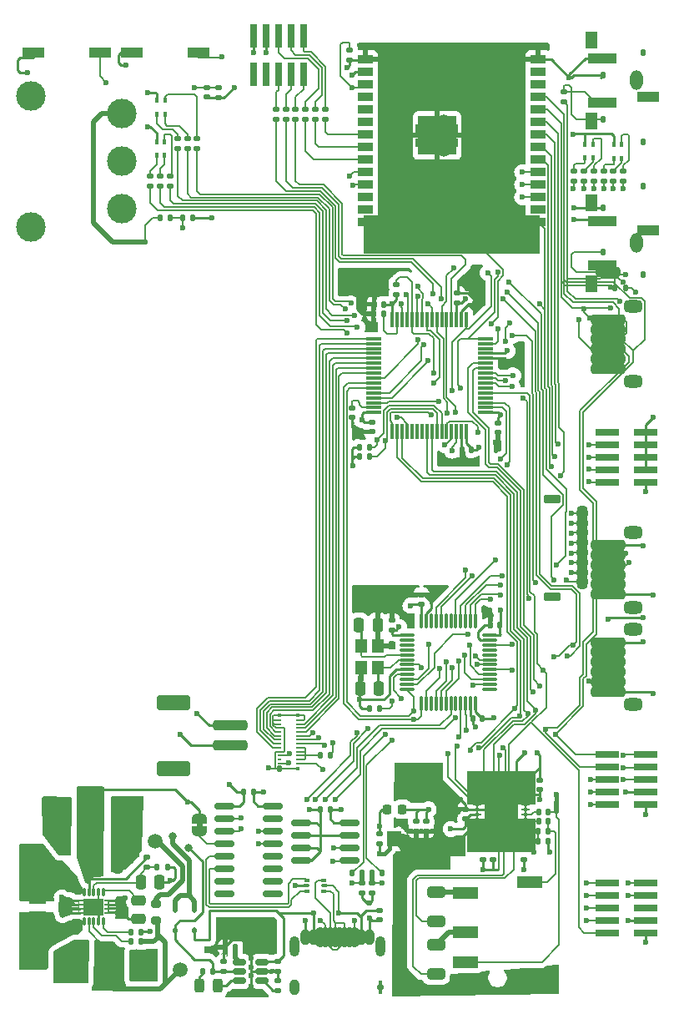
<source format=gbr>
%TF.GenerationSoftware,KiCad,Pcbnew,8.0.9*%
<<<<<<< HEAD
%TF.CreationDate,2025-05-06T07:17:22-07:00*%
=======
%TF.CreationDate,2025-05-02T13:50:10-07:00*%
>>>>>>> main
%TF.ProjectId,EV12 Board Design,45563132-2042-46f6-9172-642044657369,EV12*%
%TF.SameCoordinates,Original*%
%TF.FileFunction,Copper,L1,Top*%
%TF.FilePolarity,Positive*%
%FSLAX46Y46*%
G04 Gerber Fmt 4.6, Leading zero omitted, Abs format (unit mm)*
<<<<<<< HEAD
G04 Created by KiCad (PCBNEW 8.0.9) date 2025-05-06 07:17:22*
=======
G04 Created by KiCad (PCBNEW 8.0.9) date 2025-05-02 13:50:10*
>>>>>>> main
%MOMM*%
%LPD*%
G01*
G04 APERTURE LIST*
G04 Aperture macros list*
%AMRoundRect*
0 Rectangle with rounded corners*
0 $1 Rounding radius*
0 $2 $3 $4 $5 $6 $7 $8 $9 X,Y pos of 4 corners*
0 Add a 4 corners polygon primitive as box body*
4,1,4,$2,$3,$4,$5,$6,$7,$8,$9,$2,$3,0*
0 Add four circle primitives for the rounded corners*
1,1,$1+$1,$2,$3*
1,1,$1+$1,$4,$5*
1,1,$1+$1,$6,$7*
1,1,$1+$1,$8,$9*
0 Add four rect primitives between the rounded corners*
20,1,$1+$1,$2,$3,$4,$5,0*
20,1,$1+$1,$4,$5,$6,$7,0*
20,1,$1+$1,$6,$7,$8,$9,0*
20,1,$1+$1,$8,$9,$2,$3,0*%
%AMFreePoly0*
4,1,19,0.500000,-0.750000,0.000000,-0.750000,0.000000,-0.744911,-0.071157,-0.744911,-0.207708,-0.704816,-0.327430,-0.627875,-0.420627,-0.520320,-0.479746,-0.390866,-0.500000,-0.250000,-0.500000,0.250000,-0.479746,0.390866,-0.420627,0.520320,-0.327430,0.627875,-0.207708,0.704816,-0.071157,0.744911,0.000000,0.744911,0.000000,0.750000,0.500000,0.750000,0.500000,-0.750000,0.500000,-0.750000,
$1*%
%AMFreePoly1*
4,1,19,0.000000,0.744911,0.071157,0.744911,0.207708,0.704816,0.327430,0.627875,0.420627,0.520320,0.479746,0.390866,0.500000,0.250000,0.500000,-0.250000,0.479746,-0.390866,0.420627,-0.520320,0.327430,-0.627875,0.207708,-0.704816,0.071157,-0.744911,0.000000,-0.744911,0.000000,-0.750000,-0.500000,-0.750000,-0.500000,0.750000,0.000000,0.750000,0.000000,0.744911,0.000000,0.744911,
$1*%
G04 Aperture macros list end*
%TA.AperFunction,EtchedComponent*%
%ADD10C,0.000000*%
%TD*%
<<<<<<< HEAD
%TA.AperFunction,ComponentPad*%
%ADD11C,1.500000*%
%TD*%
%TA.AperFunction,SMDPad,CuDef*%
%ADD12RoundRect,0.250000X0.250000X0.475000X-0.250000X0.475000X-0.250000X-0.475000X0.250000X-0.475000X0*%
%TD*%
%TA.AperFunction,SMDPad,CuDef*%
%ADD13RoundRect,0.140000X-0.170000X0.140000X-0.170000X-0.140000X0.170000X-0.140000X0.170000X0.140000X0*%
%TD*%
%TA.AperFunction,SMDPad,CuDef*%
%ADD14RoundRect,0.135000X0.185000X-0.135000X0.185000X0.135000X-0.185000X0.135000X-0.185000X-0.135000X0*%
%TD*%
%TA.AperFunction,SMDPad,CuDef*%
%ADD15RoundRect,0.250000X-0.475000X0.250000X-0.475000X-0.250000X0.475000X-0.250000X0.475000X0.250000X0*%
%TD*%
%TA.AperFunction,SMDPad,CuDef*%
%ADD16RoundRect,0.140000X0.170000X-0.140000X0.170000X0.140000X-0.170000X0.140000X-0.170000X-0.140000X0*%
%TD*%
%TA.AperFunction,SMDPad,CuDef*%
%ADD17RoundRect,0.250000X-0.250000X-0.475000X0.250000X-0.475000X0.250000X0.475000X-0.250000X0.475000X0*%
%TD*%
%TA.AperFunction,SMDPad,CuDef*%
%ADD18RoundRect,0.135000X0.135000X0.185000X-0.135000X0.185000X-0.135000X-0.185000X0.135000X-0.185000X0*%
%TD*%
%TA.AperFunction,SMDPad,CuDef*%
%ADD19RoundRect,0.140000X0.140000X0.170000X-0.140000X0.170000X-0.140000X-0.170000X0.140000X-0.170000X0*%
%TD*%
%TA.AperFunction,SMDPad,CuDef*%
%ADD20RoundRect,0.150000X-0.475000X0.150000X-0.475000X-0.150000X0.475000X-0.150000X0.475000X0.150000X0*%
%TD*%
%TA.AperFunction,SMDPad,CuDef*%
%ADD21RoundRect,0.225000X-0.625000X0.225000X-0.625000X-0.225000X0.625000X-0.225000X0.625000X0.225000X0*%
%TD*%
%TA.AperFunction,SMDPad,CuDef*%
%ADD22R,0.400000X0.410000*%
%TD*%
%TA.AperFunction,SMDPad,CuDef*%
%ADD23R,0.400000X0.200000*%
%TD*%
%TA.AperFunction,SMDPad,CuDef*%
%ADD24RoundRect,0.075000X0.700000X0.075000X-0.700000X0.075000X-0.700000X-0.075000X0.700000X-0.075000X0*%
%TD*%
%TA.AperFunction,SMDPad,CuDef*%
%ADD25RoundRect,0.075000X0.075000X0.700000X-0.075000X0.700000X-0.075000X-0.700000X0.075000X-0.700000X0*%
%TD*%
%TA.AperFunction,SMDPad,CuDef*%
%ADD26R,0.750000X2.400000*%
%TD*%
%TA.AperFunction,SMDPad,CuDef*%
%ADD27RoundRect,0.250000X-1.500000X0.250000X-1.500000X-0.250000X1.500000X-0.250000X1.500000X0.250000X0*%
%TD*%
%TA.AperFunction,SMDPad,CuDef*%
%ADD28RoundRect,0.250001X-1.449999X0.499999X-1.449999X-0.499999X1.449999X-0.499999X1.449999X0.499999X0*%
%TD*%
%TA.AperFunction,SMDPad,CuDef*%
%ADD29RoundRect,0.243750X0.243750X0.456250X-0.243750X0.456250X-0.243750X-0.456250X0.243750X-0.456250X0*%
%TD*%
%TA.AperFunction,SMDPad,CuDef*%
%ADD30C,0.500000*%
%TD*%
%TA.AperFunction,SMDPad,CuDef*%
%ADD31RoundRect,0.150000X-0.625000X0.150000X-0.625000X-0.150000X0.625000X-0.150000X0.625000X0.150000X0*%
%TD*%
%TA.AperFunction,SMDPad,CuDef*%
%ADD32RoundRect,0.250000X-0.650000X0.350000X-0.650000X-0.350000X0.650000X-0.350000X0.650000X0.350000X0*%
%TD*%
%TA.AperFunction,SMDPad,CuDef*%
%ADD33RoundRect,0.218750X-0.218750X-0.256250X0.218750X-0.256250X0.218750X0.256250X-0.218750X0.256250X0*%
%TD*%
%TA.AperFunction,SMDPad,CuDef*%
%ADD34RoundRect,0.150000X-0.512500X-0.150000X0.512500X-0.150000X0.512500X0.150000X-0.512500X0.150000X0*%
%TD*%
%TA.AperFunction,SMDPad,CuDef*%
%ADD35R,2.400000X0.750000*%
%TD*%
%TA.AperFunction,SMDPad,CuDef*%
%ADD36RoundRect,0.135000X-0.185000X0.135000X-0.185000X-0.135000X0.185000X-0.135000X0.185000X0.135000X0*%
%TD*%
%TA.AperFunction,SMDPad,CuDef*%
%ADD37FreePoly0,90.000000*%
%TD*%
%TA.AperFunction,SMDPad,CuDef*%
%ADD38FreePoly1,90.000000*%
%TD*%
%TA.AperFunction,SMDPad,CuDef*%
%ADD39RoundRect,0.135000X-0.135000X-0.185000X0.135000X-0.185000X0.135000X0.185000X-0.135000X0.185000X0*%
%TD*%
%TA.AperFunction,SMDPad,CuDef*%
%ADD40RoundRect,0.140000X-0.140000X-0.170000X0.140000X-0.170000X0.140000X0.170000X-0.140000X0.170000X0*%
%TD*%
%TA.AperFunction,SMDPad,CuDef*%
%ADD41R,2.160000X1.120000*%
%TD*%
%TA.AperFunction,SMDPad,CuDef*%
%ADD42R,4.500000X1.400000*%
%TD*%
%TA.AperFunction,SMDPad,CuDef*%
%ADD43R,1.600000X3.000000*%
%TD*%
%TA.AperFunction,ComponentPad*%
%ADD44O,1.400000X3.000000*%
=======
%TA.AperFunction,SMDPad,CuDef*%
%ADD11R,3.000000X1.000000*%
%TD*%
%TA.AperFunction,SMDPad,CuDef*%
%ADD12R,1.300000X1.800000*%
%TD*%
%TA.AperFunction,ComponentPad*%
%ADD13O,1.300000X2.000000*%
%TD*%
%TA.AperFunction,ComponentPad*%
%ADD14C,1.500000*%
%TD*%
%TA.AperFunction,SMDPad,CuDef*%
%ADD15RoundRect,0.250000X0.250000X0.475000X-0.250000X0.475000X-0.250000X-0.475000X0.250000X-0.475000X0*%
%TD*%
%TA.AperFunction,SMDPad,CuDef*%
%ADD16RoundRect,0.140000X-0.170000X0.140000X-0.170000X-0.140000X0.170000X-0.140000X0.170000X0.140000X0*%
%TD*%
%TA.AperFunction,SMDPad,CuDef*%
%ADD17RoundRect,0.135000X0.185000X-0.135000X0.185000X0.135000X-0.185000X0.135000X-0.185000X-0.135000X0*%
%TD*%
%TA.AperFunction,SMDPad,CuDef*%
%ADD18RoundRect,0.250000X-0.475000X0.250000X-0.475000X-0.250000X0.475000X-0.250000X0.475000X0.250000X0*%
%TD*%
%TA.AperFunction,SMDPad,CuDef*%
%ADD19RoundRect,0.140000X0.170000X-0.140000X0.170000X0.140000X-0.170000X0.140000X-0.170000X-0.140000X0*%
%TD*%
%TA.AperFunction,SMDPad,CuDef*%
%ADD20RoundRect,0.250000X-0.250000X-0.475000X0.250000X-0.475000X0.250000X0.475000X-0.250000X0.475000X0*%
%TD*%
%TA.AperFunction,SMDPad,CuDef*%
%ADD21RoundRect,0.135000X0.135000X0.185000X-0.135000X0.185000X-0.135000X-0.185000X0.135000X-0.185000X0*%
%TD*%
%TA.AperFunction,SMDPad,CuDef*%
%ADD22RoundRect,0.140000X0.140000X0.170000X-0.140000X0.170000X-0.140000X-0.170000X0.140000X-0.170000X0*%
%TD*%
%TA.AperFunction,SMDPad,CuDef*%
%ADD23RoundRect,0.225000X-0.625000X0.225000X-0.625000X-0.225000X0.625000X-0.225000X0.625000X0.225000X0*%
%TD*%
%TA.AperFunction,SMDPad,CuDef*%
%ADD24RoundRect,0.150000X-0.475000X0.150000X-0.475000X-0.150000X0.475000X-0.150000X0.475000X0.150000X0*%
%TD*%
%TA.AperFunction,SMDPad,CuDef*%
%ADD25R,0.400000X0.410000*%
%TD*%
%TA.AperFunction,SMDPad,CuDef*%
%ADD26R,0.400000X0.200000*%
%TD*%
%TA.AperFunction,SMDPad,CuDef*%
%ADD27RoundRect,0.075000X0.700000X0.075000X-0.700000X0.075000X-0.700000X-0.075000X0.700000X-0.075000X0*%
%TD*%
%TA.AperFunction,SMDPad,CuDef*%
%ADD28RoundRect,0.075000X0.075000X0.700000X-0.075000X0.700000X-0.075000X-0.700000X0.075000X-0.700000X0*%
%TD*%
%TA.AperFunction,SMDPad,CuDef*%
%ADD29R,0.750000X2.400000*%
%TD*%
%TA.AperFunction,SMDPad,CuDef*%
%ADD30RoundRect,0.250001X-1.449999X0.499999X-1.449999X-0.499999X1.449999X-0.499999X1.449999X0.499999X0*%
%TD*%
%TA.AperFunction,SMDPad,CuDef*%
%ADD31RoundRect,0.250000X-1.500000X0.250000X-1.500000X-0.250000X1.500000X-0.250000X1.500000X0.250000X0*%
%TD*%
%TA.AperFunction,SMDPad,CuDef*%
%ADD32RoundRect,0.243750X0.243750X0.456250X-0.243750X0.456250X-0.243750X-0.456250X0.243750X-0.456250X0*%
%TD*%
%TA.AperFunction,SMDPad,CuDef*%
%ADD33C,0.500000*%
%TD*%
%TA.AperFunction,SMDPad,CuDef*%
%ADD34RoundRect,0.250000X-0.650000X0.350000X-0.650000X-0.350000X0.650000X-0.350000X0.650000X0.350000X0*%
%TD*%
%TA.AperFunction,SMDPad,CuDef*%
%ADD35RoundRect,0.150000X-0.625000X0.150000X-0.625000X-0.150000X0.625000X-0.150000X0.625000X0.150000X0*%
%TD*%
%TA.AperFunction,SMDPad,CuDef*%
%ADD36RoundRect,0.218750X-0.218750X-0.256250X0.218750X-0.256250X0.218750X0.256250X-0.218750X0.256250X0*%
%TD*%
%TA.AperFunction,SMDPad,CuDef*%
%ADD37RoundRect,0.150000X-0.512500X-0.150000X0.512500X-0.150000X0.512500X0.150000X-0.512500X0.150000X0*%
%TD*%
%TA.AperFunction,SMDPad,CuDef*%
%ADD38R,2.400000X0.750000*%
%TD*%
%TA.AperFunction,SMDPad,CuDef*%
%ADD39RoundRect,0.135000X-0.185000X0.135000X-0.185000X-0.135000X0.185000X-0.135000X0.185000X0.135000X0*%
%TD*%
%TA.AperFunction,SMDPad,CuDef*%
%ADD40FreePoly0,90.000000*%
%TD*%
%TA.AperFunction,SMDPad,CuDef*%
%ADD41FreePoly1,90.000000*%
%TD*%
%TA.AperFunction,SMDPad,CuDef*%
%ADD42RoundRect,0.135000X-0.135000X-0.185000X0.135000X-0.185000X0.135000X0.185000X-0.135000X0.185000X0*%
%TD*%
%TA.AperFunction,SMDPad,CuDef*%
%ADD43RoundRect,0.140000X-0.140000X-0.170000X0.140000X-0.170000X0.140000X0.170000X-0.140000X0.170000X0*%
%TD*%
%TA.AperFunction,SMDPad,CuDef*%
%ADD44R,2.160000X1.120000*%
>>>>>>> main
%TD*%
%TA.AperFunction,SMDPad,CuDef*%
%ADD45R,0.400000X0.600000*%
%TD*%
%TA.AperFunction,SMDPad,CuDef*%
%ADD46RoundRect,0.250000X0.650000X-0.325000X0.650000X0.325000X-0.650000X0.325000X-0.650000X-0.325000X0*%
%TD*%
%TA.AperFunction,SMDPad,CuDef*%
%ADD47RoundRect,0.112500X-0.112500X0.187500X-0.112500X-0.187500X0.112500X-0.187500X0.112500X0.187500X0*%
%TD*%
<<<<<<< HEAD
%TA.AperFunction,SMDPad,CuDef*%
%ADD48RoundRect,0.062500X0.375000X0.062500X-0.375000X0.062500X-0.375000X-0.062500X0.375000X-0.062500X0*%
%TD*%
%TA.AperFunction,SMDPad,CuDef*%
%ADD49RoundRect,0.062500X0.062500X0.375000X-0.062500X0.375000X-0.062500X-0.375000X0.062500X-0.375000X0*%
%TD*%
%TA.AperFunction,HeatsinkPad*%
%ADD50C,0.500000*%
%TD*%
%TA.AperFunction,HeatsinkPad*%
%ADD51R,3.450000X3.450000*%
=======
%TA.AperFunction,HeatsinkPad*%
%ADD48C,0.500000*%
%TD*%
%TA.AperFunction,HeatsinkPad*%
%ADD49R,3.450000X3.450000*%
%TD*%
%TA.AperFunction,SMDPad,CuDef*%
%ADD50RoundRect,0.062500X0.062500X0.375000X-0.062500X0.375000X-0.062500X-0.375000X0.062500X-0.375000X0*%
%TD*%
%TA.AperFunction,SMDPad,CuDef*%
%ADD51RoundRect,0.062500X0.375000X0.062500X-0.375000X0.062500X-0.375000X-0.062500X0.375000X-0.062500X0*%
>>>>>>> main
%TD*%
%TA.AperFunction,SMDPad,CuDef*%
%ADD52RoundRect,0.150000X-0.825000X-0.150000X0.825000X-0.150000X0.825000X0.150000X-0.825000X0.150000X0*%
%TD*%
%TA.AperFunction,ComponentPad*%
%ADD53C,3.000000*%
%TD*%
%TA.AperFunction,SMDPad,CuDef*%
%ADD54R,2.500000X1.200000*%
%TD*%
%TA.AperFunction,SMDPad,CuDef*%
%ADD55R,1.800000X1.200000*%
%TD*%
<<<<<<< HEAD
%TA.AperFunction,SMDPad,CuDef*%
%ADD56R,1.500000X0.900000*%
%TD*%
%TA.AperFunction,SMDPad,CuDef*%
%ADD57R,0.900000X1.500000*%
%TD*%
%TA.AperFunction,HeatsinkPad*%
%ADD58C,0.600000*%
%TD*%
%TA.AperFunction,SMDPad,CuDef*%
%ADD59R,3.900000X3.900000*%
=======
%TA.AperFunction,HeatsinkPad*%
%ADD56C,0.600000*%
%TD*%
%TA.AperFunction,SMDPad,CuDef*%
%ADD57R,3.900000X3.900000*%
%TD*%
%TA.AperFunction,SMDPad,CuDef*%
%ADD58R,1.500000X0.900000*%
%TD*%
%TA.AperFunction,SMDPad,CuDef*%
%ADD59R,0.900000X1.500000*%
>>>>>>> main
%TD*%
%TA.AperFunction,SMDPad,CuDef*%
%ADD60RoundRect,0.200000X-0.275000X0.200000X-0.275000X-0.200000X0.275000X-0.200000X0.275000X0.200000X0*%
%TD*%
<<<<<<< HEAD
%TA.AperFunction,SMDPad,CuDef*%
%ADD61R,0.600000X1.450000*%
%TD*%
%TA.AperFunction,SMDPad,CuDef*%
%ADD62R,0.300000X1.450000*%
%TD*%
%TA.AperFunction,ComponentPad*%
%ADD63O,1.000000X2.100000*%
%TD*%
%TA.AperFunction,ComponentPad*%
%ADD64O,1.000000X1.600000*%
=======
%TA.AperFunction,ComponentPad*%
%ADD61O,1.000000X1.600000*%
%TD*%
%TA.AperFunction,ComponentPad*%
%ADD62O,1.000000X2.100000*%
%TD*%
%TA.AperFunction,SMDPad,CuDef*%
%ADD63R,0.600000X1.450000*%
%TD*%
%TA.AperFunction,SMDPad,CuDef*%
%ADD64R,0.300000X1.450000*%
>>>>>>> main
%TD*%
%TA.AperFunction,SMDPad,CuDef*%
%ADD65RoundRect,0.075000X-0.662500X-0.075000X0.662500X-0.075000X0.662500X0.075000X-0.662500X0.075000X0*%
%TD*%
%TA.AperFunction,SMDPad,CuDef*%
%ADD66RoundRect,0.075000X-0.075000X-0.662500X0.075000X-0.662500X0.075000X0.662500X-0.075000X0.662500X0*%
%TD*%
%TA.AperFunction,SMDPad,CuDef*%
%ADD67RoundRect,0.093750X-0.156250X-0.093750X0.156250X-0.093750X0.156250X0.093750X-0.156250X0.093750X0*%
%TD*%
%TA.AperFunction,SMDPad,CuDef*%
%ADD68RoundRect,0.075000X-0.250000X-0.075000X0.250000X-0.075000X0.250000X0.075000X-0.250000X0.075000X0*%
%TD*%
%TA.AperFunction,SMDPad,CuDef*%
%ADD69R,0.280000X0.280000*%
%TD*%
%TA.AperFunction,SMDPad,CuDef*%
%ADD70O,0.280000X0.850000*%
%TD*%
%TA.AperFunction,SMDPad,CuDef*%
%ADD71R,0.600000X0.230000*%
%TD*%
%TA.AperFunction,SMDPad,CuDef*%
%ADD72R,0.700000X0.250000*%
%TD*%
%TA.AperFunction,ComponentPad*%
%ADD73C,0.600000*%
%TD*%
%TA.AperFunction,SMDPad,CuDef*%
%ADD74R,0.900000X0.650000*%
%TD*%
%TA.AperFunction,SMDPad,CuDef*%
%ADD75R,2.150000X1.700000*%
%TD*%
%TA.AperFunction,SMDPad,CuDef*%
%ADD76R,1.200000X1.400000*%
%TD*%
%TA.AperFunction,ViaPad*%
%ADD77C,0.600000*%
%TD*%
%TA.AperFunction,ViaPad*%
%ADD78C,0.800000*%
%TD*%
%TA.AperFunction,Conductor*%
%ADD79C,0.254000*%
%TD*%
%TA.AperFunction,Conductor*%
<<<<<<< HEAD
%ADD80C,0.250000*%
%TD*%
%TA.AperFunction,Conductor*%
%ADD81C,0.200000*%
%TD*%
%TA.AperFunction,Conductor*%
%ADD82C,0.127000*%
=======
%ADD80C,0.127000*%
%TD*%
%TA.AperFunction,Conductor*%
%ADD81C,0.250000*%
%TD*%
%TA.AperFunction,Conductor*%
%ADD82C,0.200000*%
>>>>>>> main
%TD*%
%TA.AperFunction,Conductor*%
%ADD83C,0.381000*%
%TD*%
%TA.AperFunction,Conductor*%
%ADD84C,0.500000*%
%TD*%
G04 APERTURE END LIST*
D10*
%TA.AperFunction,EtchedComponent*%
%TO.C,NT1*%
G36*
X153510000Y-129790000D02*
G01*
X152010000Y-129790000D01*
X152010000Y-128290000D01*
X153510000Y-128290000D01*
X153510000Y-129790000D01*
G37*
%TD.AperFunction*%
%TA.AperFunction,EtchedComponent*%
%TO.C,JP3*%
G36*
X133310000Y-127890000D02*
G01*
X132710000Y-127890000D01*
X132710000Y-127390000D01*
X133310000Y-127390000D01*
X133310000Y-127890000D01*
G37*
%TD.AperFunction*%
%TA.AperFunction,EtchedComponent*%
%TO.C,JP1*%
G36*
X169510000Y-126290000D02*
G01*
X169010000Y-126290000D01*
X169010000Y-125290000D01*
X169510000Y-125290000D01*
X169510000Y-126290000D01*
G37*
%TD.AperFunction*%
%TD*%
D11*
<<<<<<< HEAD
=======
%TO.P,SW2,1,1*%
%TO.N,/PTT_AI_BTN*%
X173910000Y-54340000D03*
%TO.P,SW2,2,2*%
%TO.N,GND*%
X173910000Y-49840000D03*
D12*
%TO.P,SW2,3*%
%TO.N,N/C*%
X172760000Y-56190000D03*
D13*
X177360000Y-52090000D03*
D12*
X172760000Y-47990000D03*
%TD*%
D11*
%TO.P,SW1,1,1*%
%TO.N,/PTT_BTN*%
X173910000Y-70840000D03*
%TO.P,SW1,2,2*%
%TO.N,GND*%
X173910000Y-66340000D03*
D12*
%TO.P,SW1,3*%
%TO.N,N/C*%
X172760000Y-72690000D03*
D13*
X177360000Y-68590000D03*
D12*
X172760000Y-64490000D03*
%TD*%
D14*
>>>>>>> main
%TO.P,TP1,1,1*%
%TO.N,Net-(SW6-C)*%
X128510000Y-129290000D03*
%TD*%
<<<<<<< HEAD
D12*
=======
D15*
>>>>>>> main
%TO.P,C45,1*%
%TO.N,+3.3V*%
X121230000Y-125690000D03*
%TO.P,C45,2*%
%TO.N,GND*%
X119330000Y-125690000D03*
%TD*%
<<<<<<< HEAD
D13*
=======
D16*
>>>>>>> main
%TO.P,C13,1*%
%TO.N,+3.3V*%
X150510000Y-86790000D03*
%TO.P,C13,2*%
%TO.N,GND*%
X150510000Y-87750000D03*
%TD*%
<<<<<<< HEAD
D14*
=======
D17*
>>>>>>> main
%TO.P,R40,1*%
%TO.N,/UI_DEBUG_2*%
X141760000Y-56060000D03*
%TO.P,R40,2*%
%TO.N,Net-(CN7-Pin_7)*%
X141760000Y-55040000D03*
%TD*%
<<<<<<< HEAD
D13*
=======
D16*
>>>>>>> main
%TO.P,C1,1*%
%TO.N,VBUS*%
X151260000Y-136310000D03*
%TO.P,C1,2*%
%TO.N,GND*%
X151260000Y-137270000D03*
%TD*%
<<<<<<< HEAD
D15*
=======
D18*
>>>>>>> main
%TO.P,C40,1*%
%TO.N,Net-(U7-VAUX)*%
X126810000Y-135260000D03*
%TO.P,C40,2*%
%TO.N,GND*%
X126810000Y-137160000D03*
%TD*%
<<<<<<< HEAD
D14*
=======
D17*
>>>>>>> main
%TO.P,R41,1*%
%TO.N,/UI_DEBUG_3*%
X142760000Y-56060000D03*
%TO.P,R41,2*%
%TO.N,Net-(CN7-Pin_9)*%
X142760000Y-55040000D03*
%TD*%
<<<<<<< HEAD
D16*
=======
D19*
>>>>>>> main
%TO.P,C19,1*%
%TO.N,GND*%
X148510000Y-86270000D03*
%TO.P,C19,2*%
%TO.N,Net-(U1-VCAP_2)*%
X148510000Y-85310000D03*
%TD*%
<<<<<<< HEAD
D17*
=======
D20*
>>>>>>> main
%TO.P,C39,1*%
%TO.N,Net-(U7-VIN)*%
X124680000Y-142280000D03*
%TO.P,C39,2*%
%TO.N,GND*%
X126580000Y-142280000D03*
%TD*%
<<<<<<< HEAD
D14*
=======
D17*
>>>>>>> main
%TO.P,R37,1*%
%TO.N,/NET_DEBUG_2*%
X144760000Y-56060000D03*
%TO.P,R37,2*%
%TO.N,Net-(CN7-Pin_8)*%
X144760000Y-55040000D03*
%TD*%
<<<<<<< HEAD
D18*
=======
D21*
>>>>>>> main
%TO.P,R1,1*%
%TO.N,Net-(U7-VIN)*%
X127100000Y-139480000D03*
%TO.P,R1,2*%
%TO.N,Net-(U7-EN)*%
X126080000Y-139480000D03*
%TD*%
<<<<<<< HEAD
D12*
=======
D15*
>>>>>>> main
%TO.P,C38,1*%
%TO.N,Net-(U7-VIN)*%
X123070000Y-142290000D03*
%TO.P,C38,2*%
%TO.N,GND*%
X121170000Y-142290000D03*
%TD*%
<<<<<<< HEAD
D18*
=======
D21*
>>>>>>> main
%TO.P,R20,1*%
%TO.N,GND*%
X129730000Y-131880000D03*
%TO.P,R20,2*%
%TO.N,Net-(U7-FB)*%
X128710000Y-131880000D03*
%TD*%
<<<<<<< HEAD
D17*
=======
D20*
>>>>>>> main
%TO.P,C42,1*%
%TO.N,+3.3V*%
X122750000Y-131780000D03*
%TO.P,C42,2*%
%TO.N,GND*%
X124650000Y-131780000D03*
%TD*%
<<<<<<< HEAD
D19*
=======
D22*
>>>>>>> main
%TO.P,C14,1*%
%TO.N,+3.3V*%
X151712428Y-74800773D03*
%TO.P,C14,2*%
%TO.N,GND*%
X150752428Y-74800773D03*
%TD*%
<<<<<<< HEAD
D12*
=======
D15*
>>>>>>> main
%TO.P,C4,1*%
%TO.N,GND*%
X151095000Y-107327500D03*
%TO.P,C4,2*%
%TO.N,/RCC_OSC_IN*%
X149195000Y-107327500D03*
%TD*%
<<<<<<< HEAD
D13*
=======
D16*
>>>>>>> main
%TO.P,C3,1*%
%TO.N,+3.3VA*%
X161760000Y-130160000D03*
%TO.P,C3,2*%
%TO.N,GNDA*%
X161760000Y-131120000D03*
%TD*%
<<<<<<< HEAD
D14*
=======
D17*
>>>>>>> main
%TO.P,R5,1*%
%TO.N,+3.3V*%
X153010000Y-73790000D03*
%TO.P,R5,2*%
%TO.N,/UI_BOOT1*%
X153010000Y-72770000D03*
%TD*%
%TO.P,R10,1*%
%TO.N,GND*%
X134976205Y-53822585D03*
%TO.P,R10,2*%
%TO.N,/MGMT_BOOT*%
X134976205Y-52802585D03*
%TD*%
<<<<<<< HEAD
D18*
=======
D21*
>>>>>>> main
%TO.P,R35,1*%
%TO.N,GND*%
X132307668Y-66040000D03*
%TO.P,R35,2*%
%TO.N,/BATTERY_MON*%
X131287668Y-66040000D03*
%TD*%
<<<<<<< HEAD
D11*
=======
D14*
>>>>>>> main
%TO.P,TP2,1,1*%
%TO.N,Net-(U7-VIN)*%
X131010000Y-142290000D03*
%TD*%
<<<<<<< HEAD
D20*
%TO.P,J10,1,Pin_1*%
%TO.N,/DISP_BL*%
X171885000Y-95990000D03*
%TO.P,J10,2,Pin_2*%
%TO.N,/DISP_RST*%
X171885000Y-96990000D03*
%TO.P,J10,3,Pin_3*%
%TO.N,/DISP_DC*%
X171885000Y-97990000D03*
%TO.P,J10,4,Pin_4*%
%TO.N,/DISP_CS*%
X171885000Y-98990000D03*
%TO.P,J10,5,Pin_5*%
%TO.N,/SPI1_CLK*%
X171885000Y-99990000D03*
%TO.P,J10,6,Pin_6*%
%TO.N,/SPI1_MOSI*%
X171885000Y-100990000D03*
%TO.P,J10,7,Pin_7*%
%TO.N,GND*%
X171885000Y-101990000D03*
%TO.P,J10,8,Pin_8*%
%TO.N,+3.3V*%
X171885000Y-102990000D03*
D21*
%TO.P,J10,MP*%
%TO.N,N/C*%
X168760000Y-94540000D03*
X168760000Y-104440000D03*
%TD*%
D22*
%TO.P,U13,1*%
%TO.N,GND*%
X141130000Y-121895000D03*
D23*
=======
D23*
%TO.P,J10,MP*%
%TO.N,N/C*%
X168760000Y-104440000D03*
X168760000Y-94540000D03*
D24*
%TO.P,J10,8,Pin_8*%
%TO.N,+3.3V*%
X171885000Y-102990000D03*
%TO.P,J10,7,Pin_7*%
%TO.N,GND*%
X171885000Y-101990000D03*
%TO.P,J10,6,Pin_6*%
%TO.N,/SPI1_MOSI*%
X171885000Y-100990000D03*
%TO.P,J10,5,Pin_5*%
%TO.N,/SPI1_CLK*%
X171885000Y-99990000D03*
%TO.P,J10,4,Pin_4*%
%TO.N,/DISP_CS*%
X171885000Y-98990000D03*
%TO.P,J10,3,Pin_3*%
%TO.N,/DISP_DC*%
X171885000Y-97990000D03*
%TO.P,J10,2,Pin_2*%
%TO.N,/DISP_RST*%
X171885000Y-96990000D03*
%TO.P,J10,1,Pin_1*%
%TO.N,/DISP_BL*%
X171885000Y-95990000D03*
%TD*%
D25*
%TO.P,U13,1*%
%TO.N,GND*%
X141130000Y-121895000D03*
D26*
>>>>>>> main
%TO.P,U13,2*%
%TO.N,+3.3V*%
X141130000Y-121390000D03*
%TO.P,U13,3*%
%TO.N,/KB_MIC*%
X141130000Y-120990000D03*
%TO.P,U13,4*%
%TO.N,GNDA*%
X141130000Y-120587924D03*
%TO.P,U13,5*%
%TO.N,GND*%
X141130000Y-120190000D03*
%TO.P,U13,6*%
%TO.N,/KB_ROW1*%
X141130000Y-119790000D03*
%TO.P,U13,7*%
%TO.N,/KB_COL1*%
X141130000Y-119390000D03*
%TO.P,U13,8*%
%TO.N,/KB_ROW2*%
X141130000Y-118990000D03*
%TO.P,U13,9*%
%TO.N,/KB_COL2*%
X141130000Y-118590000D03*
%TO.P,U13,10*%
%TO.N,/KB_COL3*%
X141130000Y-118190000D03*
%TO.P,U13,11*%
%TO.N,GND*%
X141130000Y-117790000D03*
%TO.P,U13,12*%
X141130000Y-117390000D03*
%TO.P,U13,13*%
X141130000Y-116990000D03*
<<<<<<< HEAD
D22*
=======
D25*
>>>>>>> main
%TO.P,U13,14*%
X141130000Y-116485000D03*
%TO.P,U13,15*%
X143010000Y-116485000D03*
<<<<<<< HEAD
D23*
=======
D26*
>>>>>>> main
%TO.P,U13,16*%
X143010000Y-116990000D03*
%TO.P,U13,17*%
%TO.N,/KB_COL4*%
X143010000Y-117390000D03*
%TO.P,U13,18*%
%TO.N,/KB_ROW3*%
X143010000Y-117790000D03*
%TO.P,U13,19*%
%TO.N,/KB_COL5*%
X143010000Y-118190000D03*
%TO.P,U13,20*%
%TO.N,/KB_ROW4*%
X143010000Y-118590000D03*
%TO.P,U13,21*%
%TO.N,/KB_ROW5*%
X143010000Y-118990000D03*
%TO.P,U13,22*%
%TO.N,/KB_ROW6*%
X143010000Y-119390000D03*
%TO.P,U13,23*%
%TO.N,/KB_LED*%
X143010000Y-119790000D03*
%TO.P,U13,24*%
X143010000Y-120190000D03*
%TO.P,U13,25*%
X143010000Y-120587924D03*
%TO.P,U13,26*%
X143010000Y-120990000D03*
%TO.P,U13,27*%
%TO.N,/KB_ROW7*%
X143010000Y-121390000D03*
<<<<<<< HEAD
D22*
=======
D25*
>>>>>>> main
%TO.P,U13,28*%
%TO.N,GND*%
X143010000Y-121895000D03*
%TD*%
<<<<<<< HEAD
D24*
=======
D27*
>>>>>>> main
%TO.P,U1,1,VBAT*%
%TO.N,+3.3V*%
X162010000Y-85790000D03*
%TO.P,U1,2,PC13*%
%TO.N,/DISP_RST*%
X162010000Y-85290000D03*
%TO.P,U1,3,PC14*%
%TO.N,/DISP_BL*%
X162010000Y-84790000D03*
%TO.P,U1,4,PC15*%
%TO.N,unconnected-(U1-PC15-Pad4)*%
X162010000Y-84290000D03*
%TO.P,U1,5,PH0*%
%TO.N,/MCLK*%
X162010000Y-83790000D03*
%TO.P,U1,6,PH1*%
%TO.N,unconnected-(U1-PH1-Pad6)*%
X162010000Y-83290000D03*
%TO.P,U1,7,NRST*%
%TO.N,/UI_NRST*%
X162010000Y-82790000D03*
%TO.P,U1,8,PC0*%
%TO.N,Net-(U1-PC0)*%
X162010000Y-82290000D03*
%TO.P,U1,9,PC1*%
%TO.N,Net-(U1-PC1)*%
X162010000Y-81790000D03*
%TO.P,U1,10,PC2*%
%TO.N,/USB_CC2_DETECT*%
X162010000Y-81290000D03*
%TO.P,U1,11,PC3*%
%TO.N,/USB_CC1_DETECT*%
X162010000Y-80790000D03*
%TO.P,U1,12,VSSA*%
%TO.N,GND*%
X162010000Y-80290000D03*
%TO.P,U1,13,VDDA*%
%TO.N,+3.3VA*%
X162010000Y-79790000D03*
%TO.P,U1,14,PA0*%
%TO.N,/Wake up Pin*%
X162010000Y-79290000D03*
%TO.P,U1,15,PA1*%
%TO.N,/UI_LED_B*%
X162010000Y-78790000D03*
%TO.P,U1,16,PA2*%
%TO.N,/UI_TX2_NET*%
X162010000Y-78290000D03*
<<<<<<< HEAD
D25*
=======
D28*
>>>>>>> main
%TO.P,U1,17,PA3*%
%TO.N,/UI_RX2_NET*%
X160085000Y-76365000D03*
%TO.P,U1,18,VSS*%
%TO.N,GND*%
X159585000Y-76365000D03*
%TO.P,U1,19,VDD*%
%TO.N,+3.3V*%
X159085000Y-76365000D03*
%TO.P,U1,20,PA4*%
%TO.N,/UI_DEBUG_3*%
X158585000Y-76365000D03*
%TO.P,U1,21,PA5*%
%TO.N,/SPI1_CLK*%
X158085000Y-76365000D03*
%TO.P,U1,22,PA6*%
%TO.N,/UI_LED_R*%
X157585000Y-76365000D03*
%TO.P,U1,23,PA7*%
%TO.N,/SPI1_MOSI*%
X157085000Y-76365000D03*
%TO.P,U1,24,PC4*%
%TO.N,/BATTERY_MON*%
X156585000Y-76365000D03*
%TO.P,U1,25,PC5*%
%TO.N,/UI_LED_G*%
X156085000Y-76365000D03*
%TO.P,U1,26,PB0*%
%TO.N,/KB_ROW5*%
X155585000Y-76365000D03*
%TO.P,U1,27,PB1*%
%TO.N,/KB_ROW6*%
X155085000Y-76365000D03*
%TO.P,U1,28,PB2*%
%TO.N,/UI_BOOT1*%
X154585000Y-76365000D03*
%TO.P,U1,29,PB10*%
%TO.N,Net-(U1-PB10)*%
X154085000Y-76365000D03*
%TO.P,U1,30,PB11*%
%TO.N,/KB_ROW7*%
X153585000Y-76365000D03*
%TO.P,U1,31,VCAP_1*%
%TO.N,Net-(U1-VCAP_1)*%
X153085000Y-76365000D03*
%TO.P,U1,32,VDD*%
%TO.N,+3.3V*%
X152585000Y-76365000D03*
<<<<<<< HEAD
D24*
=======
D27*
>>>>>>> main
%TO.P,U1,33,PB12*%
%TO.N,/KB_ROW1*%
X150660000Y-78290000D03*
%TO.P,U1,34,PB13*%
%TO.N,/KB_COL1*%
X150660000Y-78790000D03*
%TO.P,U1,35,PB14*%
%TO.N,/KB_ROW2*%
X150660000Y-79290000D03*
%TO.P,U1,36,PB15*%
%TO.N,/KB_COL2*%
X150660000Y-79790000D03*
%TO.P,U1,37,PC6*%
%TO.N,/KB_COL3*%
X150660000Y-80290000D03*
%TO.P,U1,38,PC7*%
%TO.N,/KB_COL4*%
X150660000Y-80790000D03*
%TO.P,U1,39,PC8*%
%TO.N,/KB_ROW3*%
X150660000Y-81290000D03*
%TO.P,U1,40,PC9*%
%TO.N,/KB_COL5*%
X150660000Y-81790000D03*
%TO.P,U1,41,PA8*%
%TO.N,/KB_ROW4*%
X150660000Y-82290000D03*
%TO.P,U1,42,PA9*%
%TO.N,/UI_TX1_MGMT*%
X150660000Y-82790000D03*
%TO.P,U1,43,PA10*%
%TO.N,/UI_RX1_MGMT*%
X150660000Y-83290000D03*
%TO.P,U1,44,PA11*%
%TO.N,/UI_DEBUG_1*%
X150660000Y-83790000D03*
%TO.P,U1,45,PA12*%
%TO.N,/UI_DEBUG_2*%
X150660000Y-84290000D03*
%TO.P,U1,46,PA13*%
%TO.N,/UI_SWDIO*%
X150660000Y-84790000D03*
%TO.P,U1,47,VCAP_2*%
%TO.N,Net-(U1-VCAP_2)*%
X150660000Y-85290000D03*
%TO.P,U1,48,VDD*%
%TO.N,+3.3V*%
X150660000Y-85790000D03*
<<<<<<< HEAD
D25*
=======
D28*
>>>>>>> main
%TO.P,U1,49,PA14*%
%TO.N,/UI_SWCLK*%
X152585000Y-87715000D03*
%TO.P,U1,50,PA15*%
%TO.N,/I2S_DACLRC*%
X153085000Y-87715000D03*
%TO.P,U1,51,PC10*%
%TO.N,/I2S_BCLK*%
X153585000Y-87715000D03*
%TO.P,U1,52,PC11*%
%TO.N,/UI_STAT*%
X154085000Y-87715000D03*
%TO.P,U1,53,PC12*%
%TO.N,unconnected-(U1-PC12-Pad53)*%
X154585000Y-87715000D03*
%TO.P,U1,54,PD2*%
%TO.N,unconnected-(U1-PD2-Pad54)*%
X155085000Y-87715000D03*
%TO.P,U1,55,PB3*%
%TO.N,unconnected-(U1-PB3-Pad55)*%
X155585000Y-87715000D03*
%TO.P,U1,56,PB4*%
%TO.N,/I2S_ADCDAT*%
X156085000Y-87715000D03*
%TO.P,U1,57,PB5*%
%TO.N,/I2S_DACDAT*%
X156585000Y-87715000D03*
%TO.P,U1,58,PB6*%
%TO.N,/UI_SCL*%
X157085000Y-87715000D03*
%TO.P,U1,59,PB7*%
%TO.N,/UI_SDA*%
X157585000Y-87715000D03*
%TO.P,U1,60,BOOT0*%
%TO.N,/UI_BOOT0*%
X158085000Y-87715000D03*
%TO.P,U1,61,PB8*%
%TO.N,/DISP_CS*%
X158585000Y-87715000D03*
%TO.P,U1,62,PB9*%
%TO.N,/DISP_DC*%
X159085000Y-87715000D03*
%TO.P,U1,63,VSS*%
%TO.N,GND*%
X159585000Y-87715000D03*
%TO.P,U1,64,VDD*%
%TO.N,+3.3V*%
X160085000Y-87715000D03*
%TD*%
<<<<<<< HEAD
D18*
=======
D21*
>>>>>>> main
%TO.P,R33,1*%
%TO.N,/USB_CC1_DETECT*%
X151520000Y-132540000D03*
%TO.P,R33,2*%
%TO.N,Net-(J9-CC2)*%
X150500000Y-132540000D03*
%TD*%
<<<<<<< HEAD
D26*
=======
D29*
>>>>>>> main
%TO.P,CN7,1,Pin_1*%
%TO.N,unconnected-(CN7-Pin_1-Pad1)*%
X138470000Y-51490000D03*
%TO.P,CN7,2,Pin_2*%
%TO.N,+3.3V*%
X138470000Y-47590000D03*
%TO.P,CN7,3,Pin_3*%
%TO.N,unconnected-(CN7-Pin_3-Pad3)*%
X139740000Y-51490000D03*
%TO.P,CN7,4,Pin_4*%
%TO.N,GND*%
X139740000Y-47590000D03*
%TO.P,CN7,5,Pin_5*%
%TO.N,Net-(CN7-Pin_5)*%
X141010000Y-51490000D03*
%TO.P,CN7,6,Pin_6*%
%TO.N,Net-(CN7-Pin_6)*%
X141010000Y-47590000D03*
%TO.P,CN7,7,Pin_7*%
%TO.N,Net-(CN7-Pin_7)*%
X142280000Y-51490000D03*
%TO.P,CN7,8,Pin_8*%
%TO.N,Net-(CN7-Pin_8)*%
X142280000Y-47590000D03*
%TO.P,CN7,9,Pin_9*%
%TO.N,Net-(CN7-Pin_9)*%
X143550000Y-51490000D03*
%TO.P,CN7,10,Pin_10*%
%TO.N,Net-(CN7-Pin_10)*%
X143550000Y-47590000D03*
%TD*%
<<<<<<< HEAD
D13*
=======
D16*
>>>>>>> main
%TO.P,C16,1*%
%TO.N,GND*%
X167510000Y-123080000D03*
%TO.P,C16,2*%
%TO.N,+3.3V*%
X167510000Y-124040000D03*
%TD*%
<<<<<<< HEAD
D27*
%TO.P,J1,1,Pin_1*%
%TO.N,GND*%
X136110000Y-117540000D03*
%TO.P,J1,2,Pin_2*%
%TO.N,Net-(D2-A)*%
X136110000Y-119540000D03*
D28*
%TO.P,J1,MP*%
%TO.N,N/C*%
X130360000Y-115190000D03*
X130360000Y-121890000D03*
%TD*%
D29*
=======
D30*
%TO.P,J1,MP*%
%TO.N,N/C*%
X130360000Y-121890000D03*
X130360000Y-115190000D03*
D31*
%TO.P,J1,2,Pin_2*%
%TO.N,Net-(D2-A)*%
X136110000Y-119540000D03*
%TO.P,J1,1,Pin_1*%
%TO.N,GND*%
X136110000Y-117540000D03*
%TD*%
D32*
>>>>>>> main
%TO.P,D1,1,K*%
%TO.N,Net-(D1-K)*%
X134846401Y-143951263D03*
%TO.P,D1,2,A*%
%TO.N,Net-(D1-A)*%
X132971401Y-143951263D03*
%TD*%
<<<<<<< HEAD
D30*
=======
D33*
>>>>>>> main
%TO.P,NT1,1,1*%
%TO.N,GND*%
X152260000Y-128540000D03*
%TO.P,NT1,2,2*%
%TO.N,GNDA*%
X153260000Y-128540000D03*
%TO.P,NT1,3,3*%
%TO.N,GND*%
X152260000Y-129540000D03*
%TO.P,NT1,4,4*%
%TO.N,GNDA*%
X153260000Y-129540000D03*
%TD*%
<<<<<<< HEAD
D17*
=======
D20*
>>>>>>> main
%TO.P,C48,1*%
%TO.N,+3.3V*%
X122790000Y-127710000D03*
%TO.P,C48,2*%
%TO.N,GND*%
X124690000Y-127710000D03*
%TD*%
<<<<<<< HEAD
D31*
%TO.P,CN3,1,Pin_1*%
%TO.N,+3.3V*%
X174485000Y-109090000D03*
%TO.P,CN3,2,Pin_2*%
%TO.N,/MGMT_SWCLK*%
X174485000Y-110090000D03*
%TO.P,CN3,3,Pin_3*%
%TO.N,/MGMT_SWDIO*%
X174485000Y-111090000D03*
%TO.P,CN3,4,Pin_4*%
%TO.N,/MGMT_NRST*%
X174485000Y-112090000D03*
%TO.P,CN3,5,Pin_5*%
%TO.N,/MGMT_BOOT*%
X174485000Y-113090000D03*
%TO.P,CN3,6,Pin_6*%
%TO.N,GND*%
X174485000Y-114090000D03*
D32*
%TO.P,CN3,MP*%
%TO.N,N/C*%
X177010000Y-107790000D03*
X177010000Y-115390000D03*
%TD*%
D33*
=======
D34*
%TO.P,CN3,MP*%
%TO.N,N/C*%
X177010000Y-115390000D03*
X177010000Y-107790000D03*
D35*
%TO.P,CN3,6,Pin_6*%
%TO.N,GND*%
X174485000Y-114090000D03*
%TO.P,CN3,5,Pin_5*%
%TO.N,/MGMT_BOOT*%
X174485000Y-113090000D03*
%TO.P,CN3,4,Pin_4*%
%TO.N,/MGMT_NRST*%
X174485000Y-112090000D03*
%TO.P,CN3,3,Pin_3*%
%TO.N,/MGMT_SWDIO*%
X174485000Y-111090000D03*
%TO.P,CN3,2,Pin_2*%
%TO.N,/MGMT_SWCLK*%
X174485000Y-110090000D03*
%TO.P,CN3,1,Pin_1*%
%TO.N,+3.3V*%
X174485000Y-109090000D03*
%TD*%
D36*
>>>>>>> main
%TO.P,L2,1*%
%TO.N,+3.3V*%
X152010000Y-126040000D03*
%TO.P,L2,2*%
%TO.N,+3.3VA*%
X153585000Y-126040000D03*
%TD*%
<<<<<<< HEAD
D34*
=======
D37*
>>>>>>> main
%TO.P,U2,1,TS*%
%TO.N,Net-(U2-TS)*%
X137078901Y-141551263D03*
%TO.P,U2,2,OUT*%
%TO.N,Net-(D2-A)*%
X137078901Y-142501263D03*
%TO.P,U2,3,~{CHG}*%
%TO.N,Net-(D1-K)*%
X137078901Y-143451263D03*
%TO.P,U2,4,ISET*%
%TO.N,Net-(U2-ISET)*%
X139353901Y-143451263D03*
%TO.P,U2,5,GND*%
%TO.N,GND*%
X139353901Y-142501263D03*
%TO.P,U2,6,VIN*%
%TO.N,VBUS*%
X139353901Y-141551263D03*
%TD*%
<<<<<<< HEAD
D18*
=======
D21*
>>>>>>> main
%TO.P,R22,1*%
%TO.N,Net-(U2-TS)*%
X136638744Y-140052812D03*
%TO.P,R22,2*%
%TO.N,GND*%
X135618744Y-140052812D03*
%TD*%
<<<<<<< HEAD
D13*
=======
D16*
>>>>>>> main
%TO.P,C56,1*%
%TO.N,+3.3V*%
X163260000Y-86830000D03*
%TO.P,C56,2*%
%TO.N,GND*%
X163260000Y-87790000D03*
%TD*%
<<<<<<< HEAD
D14*
=======
D17*
>>>>>>> main
%TO.P,R17,1*%
%TO.N,/NET_LED_G*%
X172010000Y-62300000D03*
%TO.P,R17,2*%
%TO.N,Net-(D5---Pad4)*%
X172010000Y-61280000D03*
%TD*%
<<<<<<< HEAD
D35*
=======
D38*
>>>>>>> main
%TO.P,CN6,1,Pin_1*%
%TO.N,+3.3V*%
X178260000Y-125540000D03*
%TO.P,CN6,2,Pin_2*%
%TO.N,/USB_RX1_MGMT*%
X174360000Y-125540000D03*
%TO.P,CN6,3,Pin_3*%
%TO.N,GND*%
X178260000Y-124270000D03*
%TO.P,CN6,4,Pin_4*%
%TO.N,/UI_RX1_MGMT*%
X174360000Y-124270000D03*
%TO.P,CN6,5,Pin_5*%
%TO.N,/UI_TX2_NET*%
X178260000Y-123000000D03*
%TO.P,CN6,6,Pin_6*%
%TO.N,/UI_TX1_MGMT*%
X174360000Y-123000000D03*
%TO.P,CN6,7,Pin_7*%
%TO.N,/UI_RX2_NET*%
X178260000Y-121730000D03*
%TO.P,CN6,8,Pin_8*%
%TO.N,/NET_RX1_MGMT*%
X174360000Y-121730000D03*
%TO.P,CN6,9,Pin_9*%
%TO.N,/USB_TX1_MGMT*%
X178260000Y-120460000D03*
%TO.P,CN6,10,Pin_10*%
%TO.N,/NET_TX1_MGMT*%
X174360000Y-120460000D03*
%TD*%
<<<<<<< HEAD
D36*
=======
D39*
>>>>>>> main
%TO.P,R13,1*%
%TO.N,Net-(D4---Pad3)*%
X132757326Y-58013156D03*
%TO.P,R13,2*%
%TO.N,/LEDB_B*%
X132757326Y-59033156D03*
%TD*%
<<<<<<< HEAD
D14*
=======
D17*
>>>>>>> main
%TO.P,R19,1*%
%TO.N,Net-(U7-FB)*%
X127683690Y-131929153D03*
%TO.P,R19,2*%
%TO.N,+3.3V*%
X127683690Y-130909153D03*
%TD*%
<<<<<<< HEAD
D13*
=======
D16*
>>>>>>> main
%TO.P,C21,1*%
%TO.N,VBUS*%
X140923996Y-141497327D03*
%TO.P,C21,2*%
%TO.N,GND*%
X140923996Y-142457327D03*
%TD*%
<<<<<<< HEAD
D18*
=======
D21*
>>>>>>> main
%TO.P,R30,1*%
%TO.N,Net-(U1-PB10)*%
X146260000Y-120540000D03*
%TO.P,R30,2*%
%TO.N,/KB_LED*%
X145240000Y-120540000D03*
%TD*%
<<<<<<< HEAD
D36*
=======
D39*
>>>>>>> main
%TO.P,R4,1*%
%TO.N,/NET_NRST*%
X148260000Y-49030000D03*
%TO.P,R4,2*%
%TO.N,GND*%
X148260000Y-50050000D03*
%TD*%
<<<<<<< HEAD
D14*
=======
D17*
>>>>>>> main
%TO.P,R39,1*%
%TO.N,/UI_DEBUG_1*%
X140760000Y-56060000D03*
%TO.P,R39,2*%
%TO.N,Net-(CN7-Pin_5)*%
X140760000Y-55040000D03*
%TD*%
<<<<<<< HEAD
D35*
=======
D38*
>>>>>>> main
%TO.P,CN5,1,Pin_1*%
%TO.N,+3.3V*%
X178260000Y-138580000D03*
%TO.P,CN5,2,Pin_2*%
%TO.N,/MCLK*%
X174360000Y-138580000D03*
%TO.P,CN5,3,Pin_3*%
%TO.N,GND*%
X178260000Y-137310000D03*
%TO.P,CN5,4,Pin_4*%
%TO.N,/UI_SDA*%
X174360000Y-137310000D03*
%TO.P,CN5,5,Pin_5*%
%TO.N,unconnected-(CN5-Pin_5-Pad5)*%
X178260000Y-136040000D03*
%TO.P,CN5,6,Pin_6*%
%TO.N,/UI_SCL*%
X174360000Y-136040000D03*
%TO.P,CN5,7,Pin_7*%
%TO.N,/I2S_BCLK*%
X178260000Y-134770000D03*
%TO.P,CN5,8,Pin_8*%
%TO.N,/I2S_DACDAT*%
X174360000Y-134770000D03*
%TO.P,CN5,9,Pin_9*%
%TO.N,/I2S_DACLRC*%
X178260000Y-133500000D03*
%TO.P,CN5,10,Pin_10*%
%TO.N,/I2S_ADCDAT*%
X174360000Y-133500000D03*
%TD*%
<<<<<<< HEAD
D37*
%TO.P,JP3,1,A*%
%TO.N,Net-(JP3-A)*%
X133010000Y-128290000D03*
D38*
=======
D40*
%TO.P,JP3,1,A*%
%TO.N,Net-(JP3-A)*%
X133010000Y-128290000D03*
D41*
>>>>>>> main
%TO.P,JP3,2,B*%
%TO.N,+3.3V*%
X133010000Y-126990000D03*
%TD*%
<<<<<<< HEAD
D39*
=======
D42*
>>>>>>> main
%TO.P,R31,1*%
%TO.N,/USB_CC2_DETECT*%
X148490000Y-132540000D03*
%TO.P,R31,2*%
%TO.N,Net-(J9-CC1)*%
X149510000Y-132540000D03*
%TD*%
<<<<<<< HEAD
D13*
=======
D16*
>>>>>>> main
%TO.P,C8,1*%
%TO.N,+3.3VA*%
X156010000Y-127290000D03*
%TO.P,C8,2*%
%TO.N,GNDA*%
X156010000Y-128250000D03*
%TD*%
<<<<<<< HEAD
D17*
=======
D20*
>>>>>>> main
%TO.P,C46,1*%
%TO.N,+3.3V*%
X122780000Y-125680000D03*
%TO.P,C46,2*%
%TO.N,GND*%
X124680000Y-125680000D03*
%TD*%
<<<<<<< HEAD
D18*
=======
D21*
>>>>>>> main
%TO.P,R27,1*%
%TO.N,Net-(D2-A)*%
X134353901Y-142464222D03*
%TO.P,R27,2*%
%TO.N,Net-(D1-A)*%
X133333901Y-142464222D03*
%TD*%
<<<<<<< HEAD
D36*
=======
D39*
>>>>>>> main
%TO.P,R12,1*%
%TO.N,Net-(D3---Pad1)*%
X128013933Y-61769493D03*
%TO.P,R12,2*%
%TO.N,/LEDA_R*%
X128013933Y-62789493D03*
%TD*%
%TO.P,R11,1*%
%TO.N,Net-(D3---Pad4)*%
X129010000Y-61770000D03*
%TO.P,R11,2*%
%TO.N,/LEDA_G*%
X129010000Y-62790000D03*
%TD*%
<<<<<<< HEAD
D40*
=======
D43*
>>>>>>> main
%TO.P,C17,1*%
%TO.N,GND*%
X150708244Y-75798099D03*
%TO.P,C17,2*%
%TO.N,Net-(U1-VCAP_1)*%
X151668244Y-75798099D03*
%TD*%
<<<<<<< HEAD
D41*
=======
D44*
>>>>>>> main
%TO.P,SW5,1,1*%
%TO.N,GND*%
X126145000Y-49290000D03*
%TO.P,SW5,2,2*%
%TO.N,/MGMT_NRST*%
X132875000Y-49290000D03*
%TD*%
<<<<<<< HEAD
D42*
%TO.P,SW3,1,1*%
%TO.N,/PTT_AI_BTN*%
X173930000Y-56030000D03*
%TO.P,SW3,2,2*%
%TO.N,GND*%
X173930000Y-51530000D03*
D43*
%TO.P,SW3,3*%
%TO.N,N/C*%
X178010000Y-49290000D03*
%TO.P,SW3,4*%
X178010000Y-58290000D03*
D44*
%TO.P,SW3,5*%
X178510000Y-53780000D03*
%TD*%
D36*
=======
D39*
>>>>>>> main
%TO.P,R6,1*%
%TO.N,Net-(D3---Pad3)*%
X130010891Y-61765114D03*
%TO.P,R6,2*%
%TO.N,/LEDA_B*%
X130010891Y-62785114D03*
%TD*%
D45*
%TO.P,D5,1,-*%
%TO.N,Net-(D5---Pad1)*%
X172130133Y-59948014D03*
%TO.P,D5,2,+*%
%TO.N,+3.3V*%
X172130133Y-58548014D03*
%TO.P,D5,3,-*%
%TO.N,Net-(D5---Pad3)*%
X172930133Y-58548014D03*
%TO.P,D5,4,-*%
%TO.N,Net-(D5---Pad4)*%
X172930133Y-59948014D03*
%TD*%
<<<<<<< HEAD
D14*
=======
D17*
>>>>>>> main
%TO.P,R29,1*%
%TO.N,Net-(U1-PC1)*%
X170010000Y-54290000D03*
%TO.P,R29,2*%
%TO.N,/PTT_AI_BTN*%
X170010000Y-53270000D03*
%TD*%
%TO.P,R16,1*%
%TO.N,/NET_LED_B*%
X173010000Y-62290000D03*
%TO.P,R16,2*%
%TO.N,Net-(D5---Pad3)*%
X173010000Y-61270000D03*
%TD*%
<<<<<<< HEAD
D30*
=======
D33*
>>>>>>> main
%TO.P,JP1,1,A*%
%TO.N,/MIC_N*%
X169260000Y-126290000D03*
%TO.P,JP1,2,B*%
%TO.N,GNDA*%
X169260000Y-125290000D03*
%TD*%
D46*
%TO.P,C29,1*%
%TO.N,Net-(U6-HP_R)*%
X157010000Y-142765000D03*
%TO.P,C29,2*%
%TO.N,/HP_R*%
X157010000Y-139815000D03*
%TD*%
<<<<<<< HEAD
D39*
=======
D42*
>>>>>>> main
%TO.P,R21,1*%
%TO.N,Net-(U7-PG)*%
X126070000Y-138490000D03*
%TO.P,R21,2*%
%TO.N,+3.3V*%
X127090000Y-138490000D03*
%TD*%
D47*
%TO.P,D2,1,K*%
%TO.N,Net-(D2-K)*%
X130510000Y-136240000D03*
%TO.P,D2,2,A*%
%TO.N,Net-(D2-A)*%
X130510000Y-138340000D03*
%TD*%
<<<<<<< HEAD
D13*
=======
D16*
>>>>>>> main
%TO.P,C10,1*%
%TO.N,+3.3V*%
X151260000Y-128540000D03*
%TO.P,C10,2*%
%TO.N,GND*%
X151260000Y-129500000D03*
%TD*%
<<<<<<< HEAD
D14*
=======
D17*
>>>>>>> main
%TO.P,R25,1*%
%TO.N,/UI_LED_G*%
X175010000Y-62290000D03*
%TO.P,R25,2*%
%TO.N,Net-(D7---Pad4)*%
X175010000Y-61270000D03*
%TD*%
%TO.P,R38,1*%
%TO.N,/NET_DEBUG_1*%
X145760000Y-56050000D03*
%TO.P,R38,2*%
%TO.N,Net-(CN7-Pin_10)*%
X145760000Y-55030000D03*
%TD*%
<<<<<<< HEAD
D16*
=======
D19*
>>>>>>> main
%TO.P,C36,1*%
%TO.N,GND*%
X133760000Y-53770000D03*
%TO.P,C36,2*%
%TO.N,/MGMT_BOOT*%
X133760000Y-52810000D03*
%TD*%
<<<<<<< HEAD
D40*
=======
D43*
>>>>>>> main
%TO.P,C20,1*%
%TO.N,GND*%
X145280000Y-126040000D03*
%TO.P,C20,2*%
%TO.N,+3.3V*%
X146240000Y-126040000D03*
%TD*%
<<<<<<< HEAD
D19*
=======
D22*
>>>>>>> main
%TO.P,C35,1*%
%TO.N,/MGMT_NRST*%
X151260000Y-115790000D03*
%TO.P,C35,2*%
%TO.N,GND*%
X150300000Y-115790000D03*
%TD*%
%TO.P,C12,1*%
%TO.N,+3.3V*%
X160596702Y-89573525D03*
%TO.P,C12,2*%
%TO.N,GND*%
X159636702Y-89573525D03*
%TD*%
<<<<<<< HEAD
D14*
=======
D17*
>>>>>>> main
%TO.P,R18,1*%
%TO.N,/NET_LED_R*%
X171010000Y-62290000D03*
%TO.P,R18,2*%
%TO.N,Net-(D5---Pad1)*%
X171010000Y-61270000D03*
%TD*%
<<<<<<< HEAD
D40*
=======
D43*
>>>>>>> main
%TO.P,C25,1*%
%TO.N,GND*%
X160744411Y-116836126D03*
%TO.P,C25,2*%
%TO.N,+3.3V*%
X161704411Y-116836126D03*
%TD*%
<<<<<<< HEAD
D39*
=======
D42*
>>>>>>> main
%TO.P,R32,1*%
%TO.N,Net-(U11-IO46)*%
X153990000Y-69290000D03*
%TO.P,R32,2*%
%TO.N,GND*%
X155010000Y-69290000D03*
%TD*%
D45*
%TO.P,D4,1,-*%
%TO.N,Net-(D4---Pad1)*%
X128710000Y-55540000D03*
%TO.P,D4,2,+*%
%TO.N,+3.3V*%
X128710000Y-54140000D03*
%TO.P,D4,3,-*%
%TO.N,Net-(D4---Pad3)*%
X129510000Y-54140000D03*
%TO.P,D4,4,-*%
%TO.N,Net-(D4---Pad4)*%
X129510000Y-55540000D03*
%TD*%
<<<<<<< HEAD
D19*
=======
D22*
>>>>>>> main
%TO.P,C15,1*%
%TO.N,GND*%
X166107500Y-122540000D03*
%TO.P,C15,2*%
%TO.N,+3.3V*%
X165147500Y-122540000D03*
%TD*%
<<<<<<< HEAD
D35*
=======
D38*
>>>>>>> main
%TO.P,CN2,1,Pin_1*%
%TO.N,+3.3V*%
X178260000Y-92870000D03*
%TO.P,CN2,2,Pin_2*%
%TO.N,/NET_MTMS*%
X174360000Y-92870000D03*
%TO.P,CN2,3,Pin_3*%
%TO.N,GND*%
X178260000Y-91600000D03*
%TO.P,CN2,4,Pin_4*%
%TO.N,/NET_MTCK*%
X174360000Y-91600000D03*
%TO.P,CN2,5,Pin_5*%
%TO.N,GND*%
X178260000Y-90330000D03*
%TO.P,CN2,6,Pin_6*%
%TO.N,/NET_MTDO*%
X174360000Y-90330000D03*
%TO.P,CN2,7,Pin_7*%
%TO.N,GND*%
X178260000Y-89060000D03*
%TO.P,CN2,8,Pin_8*%
%TO.N,/NET_MTDI*%
X174360000Y-89060000D03*
%TO.P,CN2,9,Pin_9*%
%TO.N,GND*%
X178260000Y-87790000D03*
%TO.P,CN2,10,Pin_10*%
%TO.N,unconnected-(CN2-Pin_10-Pad10)*%
X174360000Y-87790000D03*
%TD*%
<<<<<<< HEAD
D36*
=======
D39*
>>>>>>> main
%TO.P,R15,1*%
%TO.N,Net-(D4---Pad1)*%
X130765095Y-58021837D03*
%TO.P,R15,2*%
%TO.N,/LEDB_R*%
X130765095Y-59041837D03*
%TD*%
D48*
<<<<<<< HEAD
%TO.P,U6,1,MICBIAS*%
%TO.N,Net-(U6-MICBIAS)*%
X166085000Y-128040000D03*
%TO.P,U6,2,LINPUT3*%
%TO.N,unconnected-(U6-LINPUT3-Pad2)*%
X166085000Y-127540000D03*
%TO.P,U6,3,LINPUT2*%
%TO.N,Net-(U6-LINPUT2)*%
X166085000Y-127040000D03*
%TO.P,U6,4,LINPUT1*%
%TO.N,Net-(U6-LINPUT1)*%
X166085000Y-126540000D03*
%TO.P,U6,5,RINPUT1*%
%TO.N,unconnected-(U6-RINPUT1-Pad5)*%
X166085000Y-126040000D03*
%TO.P,U6,6,RINPUT2*%
%TO.N,unconnected-(U6-RINPUT2-Pad6)*%
X166085000Y-125540000D03*
%TO.P,U6,7,RINPUT3*%
%TO.N,unconnected-(U6-RINPUT3-Pad7)*%
X166085000Y-125040000D03*
%TO.P,U6,8,DCVDD*%
%TO.N,+3.3V*%
X166085000Y-124540000D03*
D49*
%TO.P,U6,9,DGND*%
%TO.N,GND*%
X165397500Y-123852500D03*
%TO.P,U6,10,DBVDD*%
%TO.N,+3.3V*%
X164897500Y-123852500D03*
%TO.P,U6,11,MCLK*%
%TO.N,/MCLK*%
X164397500Y-123852500D03*
%TO.P,U6,12,BCLK*%
%TO.N,/I2S_BCLK*%
X163897500Y-123852500D03*
%TO.P,U6,13,DACLRC*%
%TO.N,/I2S_DACLRC*%
X163397500Y-123852500D03*
%TO.P,U6,14,DACDAT*%
%TO.N,/I2S_DACDAT*%
X162897500Y-123852500D03*
%TO.P,U6,15,ADCLRC*%
%TO.N,unconnected-(U6-ADCLRC-Pad15)*%
X162397500Y-123852500D03*
%TO.P,U6,16,ADCDAT*%
%TO.N,/I2S_ADCDAT*%
X161897500Y-123852500D03*
D48*
%TO.P,U6,17,SCLK*%
%TO.N,/UI_SCL*%
X161210000Y-124540000D03*
%TO.P,U6,18,SDIN*%
%TO.N,/UI_SDA*%
X161210000Y-125040000D03*
%TO.P,U6,19,SPK_RN*%
%TO.N,unconnected-(U6-SPK_RN-Pad19)*%
X161210000Y-125540000D03*
%TO.P,U6,20,SPKGND2*%
%TO.N,GNDA*%
X161210000Y-126040000D03*
%TO.P,U6,21,SPKVDD2*%
%TO.N,+3.3VA*%
X161210000Y-126540000D03*
%TO.P,U6,22,SPK_RP*%
%TO.N,unconnected-(U6-SPK_RP-Pad22)*%
X161210000Y-127040000D03*
%TO.P,U6,23,SPK_LN*%
%TO.N,unconnected-(U6-SPK_LN-Pad23)*%
X161210000Y-127540000D03*
%TO.P,U6,24,SPKGND1*%
%TO.N,GNDA*%
X161210000Y-128040000D03*
D49*
%TO.P,U6,25,SPK_LP*%
%TO.N,unconnected-(U6-SPK_LP-Pad25)*%
X161897500Y-128727500D03*
%TO.P,U6,26,SPKVDD1*%
%TO.N,+3.3VA*%
X162397500Y-128727500D03*
%TO.P,U6,27,AMID*%
%TO.N,Net-(U6-AMID)*%
X162897500Y-128727500D03*
%TO.P,U6,28,AGND*%
%TO.N,GNDA*%
X163397500Y-128727500D03*
%TO.P,U6,29,HP_R*%
%TO.N,Net-(U6-HP_R)*%
X163897500Y-128727500D03*
%TO.P,U6,30,OUT3*%
%TO.N,unconnected-(U6-OUT3-Pad30)*%
X164397500Y-128727500D03*
%TO.P,U6,31,HP_L*%
%TO.N,Net-(U6-HP_L)*%
X164897500Y-128727500D03*
%TO.P,U6,32,AVDD*%
%TO.N,+3.3VA*%
X165397500Y-128727500D03*
D50*
%TO.P,U6,33,EP*%
%TO.N,GNDA*%
X164647500Y-127290000D03*
X164647500Y-126290000D03*
X164647500Y-125290000D03*
X163647500Y-127290000D03*
X163647500Y-126290000D03*
D51*
X163647500Y-126290000D03*
D50*
X163647500Y-125290000D03*
X162647500Y-127290000D03*
X162647500Y-126290000D03*
X162647500Y-125290000D03*
%TD*%
D17*
=======
%TO.P,U6,33,EP*%
%TO.N,GNDA*%
X162647500Y-125290000D03*
X162647500Y-126290000D03*
X162647500Y-127290000D03*
X163647500Y-125290000D03*
D49*
X163647500Y-126290000D03*
D48*
X163647500Y-126290000D03*
X163647500Y-127290000D03*
X164647500Y-125290000D03*
X164647500Y-126290000D03*
X164647500Y-127290000D03*
D50*
%TO.P,U6,32,AVDD*%
%TO.N,+3.3VA*%
X165397500Y-128727500D03*
%TO.P,U6,31,HP_L*%
%TO.N,Net-(U6-HP_L)*%
X164897500Y-128727500D03*
%TO.P,U6,30,OUT3*%
%TO.N,unconnected-(U6-OUT3-Pad30)*%
X164397500Y-128727500D03*
%TO.P,U6,29,HP_R*%
%TO.N,Net-(U6-HP_R)*%
X163897500Y-128727500D03*
%TO.P,U6,28,AGND*%
%TO.N,GNDA*%
X163397500Y-128727500D03*
%TO.P,U6,27,AMID*%
%TO.N,Net-(U6-AMID)*%
X162897500Y-128727500D03*
%TO.P,U6,26,SPKVDD1*%
%TO.N,+3.3VA*%
X162397500Y-128727500D03*
%TO.P,U6,25,SPK_LP*%
%TO.N,unconnected-(U6-SPK_LP-Pad25)*%
X161897500Y-128727500D03*
D51*
%TO.P,U6,24,SPKGND1*%
%TO.N,GNDA*%
X161210000Y-128040000D03*
%TO.P,U6,23,SPK_LN*%
%TO.N,unconnected-(U6-SPK_LN-Pad23)*%
X161210000Y-127540000D03*
%TO.P,U6,22,SPK_RP*%
%TO.N,unconnected-(U6-SPK_RP-Pad22)*%
X161210000Y-127040000D03*
%TO.P,U6,21,SPKVDD2*%
%TO.N,+3.3VA*%
X161210000Y-126540000D03*
%TO.P,U6,20,SPKGND2*%
%TO.N,GNDA*%
X161210000Y-126040000D03*
%TO.P,U6,19,SPK_RN*%
%TO.N,unconnected-(U6-SPK_RN-Pad19)*%
X161210000Y-125540000D03*
%TO.P,U6,18,SDIN*%
%TO.N,/UI_SDA*%
X161210000Y-125040000D03*
%TO.P,U6,17,SCLK*%
%TO.N,/UI_SCL*%
X161210000Y-124540000D03*
D50*
%TO.P,U6,16,ADCDAT*%
%TO.N,/I2S_ADCDAT*%
X161897500Y-123852500D03*
%TO.P,U6,15,ADCLRC*%
%TO.N,unconnected-(U6-ADCLRC-Pad15)*%
X162397500Y-123852500D03*
%TO.P,U6,14,DACDAT*%
%TO.N,/I2S_DACDAT*%
X162897500Y-123852500D03*
%TO.P,U6,13,DACLRC*%
%TO.N,/I2S_DACLRC*%
X163397500Y-123852500D03*
%TO.P,U6,12,BCLK*%
%TO.N,/I2S_BCLK*%
X163897500Y-123852500D03*
%TO.P,U6,11,MCLK*%
%TO.N,/MCLK*%
X164397500Y-123852500D03*
%TO.P,U6,10,DBVDD*%
%TO.N,+3.3V*%
X164897500Y-123852500D03*
%TO.P,U6,9,DGND*%
%TO.N,GND*%
X165397500Y-123852500D03*
D51*
%TO.P,U6,8,DCVDD*%
%TO.N,+3.3V*%
X166085000Y-124540000D03*
%TO.P,U6,7,RINPUT3*%
%TO.N,unconnected-(U6-RINPUT3-Pad7)*%
X166085000Y-125040000D03*
%TO.P,U6,6,RINPUT2*%
%TO.N,unconnected-(U6-RINPUT2-Pad6)*%
X166085000Y-125540000D03*
%TO.P,U6,5,RINPUT1*%
%TO.N,unconnected-(U6-RINPUT1-Pad5)*%
X166085000Y-126040000D03*
%TO.P,U6,4,LINPUT1*%
%TO.N,Net-(U6-LINPUT1)*%
X166085000Y-126540000D03*
%TO.P,U6,3,LINPUT2*%
%TO.N,Net-(U6-LINPUT2)*%
X166085000Y-127040000D03*
%TO.P,U6,2,LINPUT3*%
%TO.N,unconnected-(U6-LINPUT3-Pad2)*%
X166085000Y-127540000D03*
%TO.P,U6,1,MICBIAS*%
%TO.N,Net-(U6-MICBIAS)*%
X166085000Y-128040000D03*
%TD*%
D20*
>>>>>>> main
%TO.P,C23,1*%
%TO.N,GND*%
X149310000Y-113777500D03*
%TO.P,C23,2*%
%TO.N,/RCC_OSC_OUT*%
X151210000Y-113777500D03*
%TD*%
<<<<<<< HEAD
D18*
=======
D21*
>>>>>>> main
%TO.P,R9,1*%
%TO.N,/MIC_P*%
X168407500Y-128290000D03*
%TO.P,R9,2*%
%TO.N,Net-(U6-MICBIAS)*%
X167387500Y-128290000D03*
%TD*%
<<<<<<< HEAD
D36*
=======
D39*
>>>>>>> main
%TO.P,R14,1*%
%TO.N,Net-(D4---Pad4)*%
X131760000Y-58020000D03*
%TO.P,R14,2*%
%TO.N,/LEDB_G*%
X131760000Y-59040000D03*
%TD*%
D46*
%TO.P,C30,1*%
%TO.N,Net-(U6-HP_L)*%
X157024831Y-137397413D03*
%TO.P,C30,2*%
%TO.N,/HP_L*%
X157024831Y-134447413D03*
%TD*%
<<<<<<< HEAD
D41*
=======
D44*
>>>>>>> main
%TO.P,SW4,1,1*%
%TO.N,+3.3V*%
X116145000Y-49290000D03*
%TO.P,SW4,2,2*%
%TO.N,/MGMT_BOOT*%
X122875000Y-49290000D03*
%TD*%
<<<<<<< HEAD
D18*
%TO.P,R28,1*%
%TO.N,Net-(U1-PC0)*%
X175010000Y-71540000D03*
%TO.P,R28,2*%
%TO.N,/PTT_BTN*%
X173990000Y-71540000D03*
=======
D21*
%TO.P,R28,1*%
%TO.N,Net-(U1-PC0)*%
X176210000Y-73190000D03*
%TO.P,R28,2*%
%TO.N,/PTT_BTN*%
X175190000Y-73190000D03*
>>>>>>> main
%TD*%
D47*
%TO.P,D6,1,K*%
%TO.N,Net-(D2-K)*%
X132510000Y-136240000D03*
%TO.P,D6,2,A*%
%TO.N,VBUS*%
X132510000Y-138340000D03*
%TD*%
D52*
%TO.P,U3,1,GND*%
%TO.N,GND*%
X135510000Y-125710000D03*
%TO.P,U3,2,TXD*%
%TO.N,/USB_TX1_MGMT*%
X135510000Y-126980000D03*
%TO.P,U3,3,RXD*%
%TO.N,/USB_RX1_MGMT*%
X135510000Y-128250000D03*
%TO.P,U3,4,V3*%
%TO.N,Net-(JP3-A)*%
X135510000Y-129520000D03*
%TO.P,U3,5,UD+*%
%TO.N,Net-(U3-UD+)*%
X135510000Y-130790000D03*
%TO.P,U3,6,UD-*%
%TO.N,Net-(U3-UD-)*%
X135510000Y-132060000D03*
%TO.P,U3,7,NC*%
%TO.N,unconnected-(U3-NC-Pad7)*%
X135510000Y-133330000D03*
%TO.P,U3,8,NC*%
%TO.N,unconnected-(U3-NC-Pad8)*%
X135510000Y-134600000D03*
%TO.P,U3,9,~{CTS}*%
%TO.N,unconnected-(U3-~{CTS}-Pad9)*%
X140460000Y-134600000D03*
%TO.P,U3,10,~{DSR}*%
%TO.N,unconnected-(U3-~{DSR}-Pad10)*%
X140460000Y-133330000D03*
%TO.P,U3,11,~{RI}*%
%TO.N,unconnected-(U3-~{RI}-Pad11)*%
X140460000Y-132060000D03*
%TO.P,U3,12,~{DCD}*%
%TO.N,unconnected-(U3-~{DCD}-Pad12)*%
X140460000Y-130790000D03*
%TO.P,U3,13,~{DTR}*%
%TO.N,/USB_DTR*%
X140460000Y-129520000D03*
%TO.P,U3,14,~{RTS}*%
%TO.N,/USB_RTS*%
X140460000Y-128250000D03*
%TO.P,U3,15,R232*%
%TO.N,unconnected-(U3-R232-Pad15)*%
X140460000Y-126980000D03*
%TO.P,U3,16,VCC*%
%TO.N,+3.3V*%
X140460000Y-125710000D03*
%TD*%
<<<<<<< HEAD
D14*
=======
D17*
>>>>>>> main
%TO.P,R23,1*%
%TO.N,/UI_LED_B*%
X176010000Y-62290000D03*
%TO.P,R23,2*%
%TO.N,Net-(D7---Pad3)*%
X176010000Y-61270000D03*
%TD*%
%TO.P,R3,1*%
%TO.N,GND*%
X149510000Y-134550000D03*
%TO.P,R3,2*%
%TO.N,Net-(J9-CC1)*%
X149510000Y-133530000D03*
%TD*%
<<<<<<< HEAD
D31*
%TO.P,J3,1,Pin_1*%
%TO.N,+3.3V*%
X174485000Y-76340000D03*
%TO.P,J3,2,Pin_2*%
%TO.N,/NET_BOOT*%
X174485000Y-77340000D03*
%TO.P,J3,3,Pin_3*%
%TO.N,/NET_TX1_MGMT*%
X174485000Y-78340000D03*
%TO.P,J3,4,Pin_4*%
%TO.N,/NET_RX1_MGMT*%
X174485000Y-79340000D03*
%TO.P,J3,5,Pin_5*%
%TO.N,/NET_NRST*%
X174485000Y-80340000D03*
%TO.P,J3,6,Pin_6*%
%TO.N,GND*%
X174485000Y-81340000D03*
D32*
%TO.P,J3,MP*%
%TO.N,N/C*%
X177010000Y-75040000D03*
X177010000Y-82640000D03*
%TD*%
D40*
=======
D34*
%TO.P,J3,MP*%
%TO.N,N/C*%
X177010000Y-82640000D03*
X177010000Y-75040000D03*
D35*
%TO.P,J3,6,Pin_6*%
%TO.N,GND*%
X174485000Y-81340000D03*
%TO.P,J3,5,Pin_5*%
%TO.N,/NET_NRST*%
X174485000Y-80340000D03*
%TO.P,J3,4,Pin_4*%
%TO.N,/NET_RX1_MGMT*%
X174485000Y-79340000D03*
%TO.P,J3,3,Pin_3*%
%TO.N,/NET_TX1_MGMT*%
X174485000Y-78340000D03*
%TO.P,J3,2,Pin_2*%
%TO.N,/NET_BOOT*%
X174485000Y-77340000D03*
%TO.P,J3,1,Pin_1*%
%TO.N,+3.3V*%
X174485000Y-76340000D03*
%TD*%
D43*
>>>>>>> main
%TO.P,C34,1*%
%TO.N,GND*%
X162545000Y-107320000D03*
%TO.P,C34,2*%
%TO.N,+3.3V*%
X163505000Y-107320000D03*
%TD*%
D53*
<<<<<<< HEAD
%TO.P,SW6,1,A*%
%TO.N,unconnected-(SW6-A-Pad1)*%
X125110000Y-65090000D03*
%TO.P,SW6,2,B*%
%TO.N,Net-(D2-K)*%
X125110000Y-60290000D03*
%TO.P,SW6,3,C*%
%TO.N,Net-(SW6-C)*%
X125110000Y-55490000D03*
%TO.P,SW6,4*%
%TO.N,N/C*%
X115910000Y-53640000D03*
%TO.P,SW6,5*%
X115910000Y-66940000D03*
%TD*%
D31*
%TO.P,CN4,1,Pin_1*%
%TO.N,+3.3V*%
X174485000Y-99240000D03*
%TO.P,CN4,2,Pin_2*%
%TO.N,/UI_SWCLK*%
X174485000Y-100240000D03*
%TO.P,CN4,3,Pin_3*%
%TO.N,/UI_SWDIO*%
X174485000Y-101240000D03*
%TO.P,CN4,4,Pin_4*%
%TO.N,/UI_NRST*%
X174485000Y-102240000D03*
%TO.P,CN4,5,Pin_5*%
%TO.N,/UI_BOOT0*%
X174485000Y-103240000D03*
%TO.P,CN4,6,Pin_6*%
%TO.N,GND*%
X174485000Y-104240000D03*
D32*
%TO.P,CN4,MP*%
%TO.N,N/C*%
X177010000Y-97940000D03*
X177010000Y-105540000D03*
%TD*%
D54*
%TO.P,J2,R1*%
%TO.N,/HP_R*%
X160010000Y-138540000D03*
%TO.P,J2,R2*%
%TO.N,/MIC_N*%
X160010000Y-141540000D03*
%TO.P,J2,S*%
%TO.N,/MIC_P*%
X166510000Y-133440000D03*
%TO.P,J2,T*%
%TO.N,/HP_L*%
X160010000Y-134540000D03*
=======
%TO.P,SW6,5*%
%TO.N,N/C*%
X115910000Y-66940000D03*
%TO.P,SW6,4*%
X115910000Y-53640000D03*
%TO.P,SW6,3,C*%
%TO.N,Net-(SW6-C)*%
X125110000Y-55490000D03*
%TO.P,SW6,2,B*%
%TO.N,Net-(D2-K)*%
X125110000Y-60290000D03*
%TO.P,SW6,1,A*%
%TO.N,unconnected-(SW6-A-Pad1)*%
X125110000Y-65090000D03*
%TD*%
D34*
%TO.P,CN4,MP*%
%TO.N,N/C*%
X177010000Y-105540000D03*
X177010000Y-97940000D03*
D35*
%TO.P,CN4,6,Pin_6*%
%TO.N,GND*%
X174485000Y-104240000D03*
%TO.P,CN4,5,Pin_5*%
%TO.N,/UI_BOOT0*%
X174485000Y-103240000D03*
%TO.P,CN4,4,Pin_4*%
%TO.N,/UI_NRST*%
X174485000Y-102240000D03*
%TO.P,CN4,3,Pin_3*%
%TO.N,/UI_SWDIO*%
X174485000Y-101240000D03*
%TO.P,CN4,2,Pin_2*%
%TO.N,/UI_SWCLK*%
X174485000Y-100240000D03*
%TO.P,CN4,1,Pin_1*%
%TO.N,+3.3V*%
X174485000Y-99240000D03*
%TD*%
D54*
%TO.P,J2,T*%
%TO.N,/HP_L*%
X160010000Y-134540000D03*
%TO.P,J2,S*%
%TO.N,/MIC_P*%
X166510000Y-133440000D03*
%TO.P,J2,R2*%
%TO.N,/MIC_N*%
X160010000Y-141540000D03*
%TO.P,J2,R1*%
%TO.N,/HP_R*%
X160010000Y-138540000D03*
>>>>>>> main
%TD*%
D55*
%TO.P,L1,1,1*%
%TO.N,Net-(U7-L1)*%
X116575327Y-137000688D03*
%TO.P,L1,2,2*%
%TO.N,Net-(U7-L2)*%
X116575327Y-135000688D03*
%TD*%
<<<<<<< HEAD
D14*
=======
D17*
>>>>>>> main
%TO.P,R36,1*%
%TO.N,/NET_DEBUG_3*%
X143760000Y-56040000D03*
%TO.P,R36,2*%
%TO.N,Net-(CN7-Pin_6)*%
X143760000Y-55020000D03*
%TD*%
D45*
%TO.P,D7,1,-*%
%TO.N,Net-(D7---Pad1)*%
X175041816Y-59984632D03*
%TO.P,D7,2,+*%
%TO.N,+3.3V*%
X175041816Y-58584632D03*
%TO.P,D7,3,-*%
%TO.N,Net-(D7---Pad3)*%
X175841816Y-58584632D03*
%TO.P,D7,4,-*%
%TO.N,Net-(D7---Pad4)*%
X175841816Y-59984632D03*
%TD*%
<<<<<<< HEAD
D40*
=======
D43*
>>>>>>> main
%TO.P,C18,1*%
%TO.N,Net-(U6-LINPUT2)*%
X167417500Y-127290000D03*
%TO.P,C18,2*%
%TO.N,/MIC_P*%
X168377500Y-127290000D03*
%TD*%
<<<<<<< HEAD
D39*
=======
D42*
>>>>>>> main
%TO.P,R8,1*%
%TO.N,+3.3V*%
X149240000Y-90290000D03*
%TO.P,R8,2*%
%TO.N,/UI_SCL*%
X150260000Y-90290000D03*
%TD*%
D45*
%TO.P,D3,1,-*%
%TO.N,Net-(D3---Pad1)*%
X128653691Y-59703820D03*
%TO.P,D3,2,+*%
%TO.N,+3.3V*%
X128653691Y-58303820D03*
%TO.P,D3,3,-*%
%TO.N,Net-(D3---Pad3)*%
X129453691Y-58303820D03*
%TO.P,D3,4,-*%
%TO.N,Net-(D3---Pad4)*%
X129453691Y-59703820D03*
%TD*%
<<<<<<< HEAD
D16*
=======
D19*
>>>>>>> main
%TO.P,C2,1*%
%TO.N,Net-(D2-A)*%
X135471401Y-142451263D03*
%TO.P,C2,2*%
%TO.N,GND*%
X135471401Y-141491263D03*
%TD*%
%TO.P,C6,1*%
%TO.N,+3.3VA*%
X160010000Y-127000000D03*
%TO.P,C6,2*%
%TO.N,GNDA*%
X160010000Y-126040000D03*
%TD*%
<<<<<<< HEAD
D18*
=======
D21*
>>>>>>> main
%TO.P,R34,1*%
%TO.N,/BATTERY_MON*%
X130010000Y-66040000D03*
%TO.P,R34,2*%
%TO.N,Net-(SW6-C)*%
X128990000Y-66040000D03*
%TD*%
<<<<<<< HEAD
D39*
=======
D42*
>>>>>>> main
%TO.P,R7,1*%
%TO.N,+3.3V*%
X149240000Y-89290000D03*
%TO.P,R7,2*%
%TO.N,/UI_SDA*%
X150260000Y-89290000D03*
%TD*%
<<<<<<< HEAD
D17*
=======
D20*
>>>>>>> main
%TO.P,C41,1*%
%TO.N,Net-(U7-FB)*%
X127040000Y-133430000D03*
%TO.P,C41,2*%
%TO.N,GND*%
X128940000Y-133430000D03*
%TD*%
D56*
<<<<<<< HEAD
%TO.P,U11,1,GND*%
%TO.N,GND*%
X149860000Y-49970000D03*
%TO.P,U11,2,3V3*%
%TO.N,+3.3V*%
X149860000Y-51240000D03*
%TO.P,U11,3,EN*%
%TO.N,/NET_NRST*%
X149860000Y-52510000D03*
%TO.P,U11,4,IO4*%
%TO.N,unconnected-(U11-IO4-Pad4)*%
X149860000Y-53780000D03*
%TO.P,U11,5,IO5*%
%TO.N,unconnected-(U11-IO5-Pad5)*%
X149860000Y-55050000D03*
%TO.P,U11,6,IO6*%
%TO.N,unconnected-(U11-IO6-Pad6)*%
X149860000Y-56320000D03*
%TO.P,U11,7,IO7*%
%TO.N,/NET_DEBUG_1*%
X149860000Y-57590000D03*
%TO.P,U11,8,IO15*%
%TO.N,/NET_DEBUG_2*%
X149860000Y-58860000D03*
%TO.P,U11,9,IO16*%
%TO.N,/NET_DEBUG_3*%
X149860000Y-60130000D03*
%TO.P,U11,10,IO17*%
%TO.N,/UI_RX2_NET*%
X149860000Y-61400000D03*
%TO.P,U11,11,IO18*%
%TO.N,/UI_TX2_NET*%
X149860000Y-62670000D03*
%TO.P,U11,12,IO8*%
%TO.N,unconnected-(U11-IO8-Pad12)*%
X149860000Y-63940000D03*
%TO.P,U11,13,IO19*%
%TO.N,unconnected-(U11-IO19-Pad13)*%
X149860000Y-65210000D03*
%TO.P,U11,14,IO20*%
%TO.N,unconnected-(U11-IO20-Pad14)*%
X149860000Y-66480000D03*
D57*
%TO.P,U11,15,IO3*%
%TO.N,unconnected-(U11-IO3-Pad15)*%
X151625000Y-67730000D03*
%TO.P,U11,16,IO46*%
%TO.N,Net-(U11-IO46)*%
X152895000Y-67730000D03*
%TO.P,U11,17,IO9*%
%TO.N,unconnected-(U11-IO9-Pad17)*%
X154165000Y-67730000D03*
%TO.P,U11,18,IO10*%
%TO.N,unconnected-(U11-IO10-Pad18)*%
X155435000Y-67730000D03*
%TO.P,U11,19,IO11*%
%TO.N,unconnected-(U11-IO11-Pad19)*%
X156705000Y-67730000D03*
%TO.P,U11,20,IO12*%
%TO.N,unconnected-(U11-IO12-Pad20)*%
X157975000Y-67730000D03*
%TO.P,U11,21,IO13*%
%TO.N,unconnected-(U11-IO13-Pad21)*%
X159245000Y-67730000D03*
%TO.P,U11,22,IO14*%
%TO.N,unconnected-(U11-IO14-Pad22)*%
X160515000Y-67730000D03*
%TO.P,U11,23,IO21*%
%TO.N,/NET_STAT*%
X161785000Y-67730000D03*
%TO.P,U11,24,IO47*%
%TO.N,unconnected-(U11-IO47-Pad24)*%
X163055000Y-67730000D03*
%TO.P,U11,25,IO48*%
%TO.N,unconnected-(U11-IO48-Pad25)*%
X164325000Y-67730000D03*
%TO.P,U11,26,IO45*%
%TO.N,unconnected-(U11-IO45-Pad26)*%
X165595000Y-67730000D03*
D56*
%TO.P,U11,27,IO0*%
%TO.N,/NET_BOOT*%
X167360000Y-66480000D03*
%TO.P,U11,28,IO35*%
%TO.N,unconnected-(U11-IO35-Pad28)*%
X167360000Y-65210000D03*
%TO.P,U11,29,IO36*%
%TO.N,/NET_LED_B*%
X167360000Y-63940000D03*
%TO.P,U11,30,IO37*%
%TO.N,/NET_LED_G*%
X167360000Y-62670000D03*
%TO.P,U11,31,IO38*%
%TO.N,/NET_LED_R*%
X167360000Y-61400000D03*
%TO.P,U11,32,IO39*%
%TO.N,/NET_MTCK*%
X167360000Y-60130000D03*
%TO.P,U11,33,IO40*%
%TO.N,/NET_MTDO*%
X167360000Y-58860000D03*
%TO.P,U11,34,IO41*%
%TO.N,/NET_MTDI*%
X167360000Y-57590000D03*
%TO.P,U11,35,IO42*%
%TO.N,/NET_MTMS*%
X167360000Y-56320000D03*
%TO.P,U11,36,RXD0*%
%TO.N,/NET_RX1_MGMT*%
X167360000Y-55050000D03*
%TO.P,U11,37,TXD0*%
%TO.N,/NET_TX1_MGMT*%
X167360000Y-53780000D03*
%TO.P,U11,38,IO2*%
%TO.N,unconnected-(U11-IO2-Pad38)*%
X167360000Y-52510000D03*
%TO.P,U11,39,IO1*%
%TO.N,unconnected-(U11-IO1-Pad39)*%
X167360000Y-51240000D03*
%TO.P,U11,40,GND*%
%TO.N,GND*%
X167360000Y-49970000D03*
D58*
%TO.P,U11,41,GND*%
X155710000Y-56990000D03*
X155710000Y-58390000D03*
X156410000Y-56290000D03*
X156410000Y-57690000D03*
X156410000Y-59090000D03*
X157110000Y-56990000D03*
D59*
X157110000Y-57690000D03*
D58*
X157110000Y-58390000D03*
X157810000Y-56290000D03*
X157810000Y-57690000D03*
X157810000Y-59090000D03*
X158510000Y-56990000D03*
X158510000Y-58390000D03*
%TD*%
D14*
=======
%TO.P,U11,41,GND*%
%TO.N,GND*%
X158510000Y-58390000D03*
X158510000Y-56990000D03*
X157810000Y-59090000D03*
X157810000Y-57690000D03*
X157810000Y-56290000D03*
X157110000Y-58390000D03*
D57*
X157110000Y-57690000D03*
D56*
X157110000Y-56990000D03*
X156410000Y-59090000D03*
X156410000Y-57690000D03*
X156410000Y-56290000D03*
X155710000Y-58390000D03*
X155710000Y-56990000D03*
D58*
%TO.P,U11,40,GND*%
X167360000Y-49970000D03*
%TO.P,U11,39,IO1*%
%TO.N,unconnected-(U11-IO1-Pad39)*%
X167360000Y-51240000D03*
%TO.P,U11,38,IO2*%
%TO.N,unconnected-(U11-IO2-Pad38)*%
X167360000Y-52510000D03*
%TO.P,U11,37,TXD0*%
%TO.N,/NET_TX1_MGMT*%
X167360000Y-53780000D03*
%TO.P,U11,36,RXD0*%
%TO.N,/NET_RX1_MGMT*%
X167360000Y-55050000D03*
%TO.P,U11,35,IO42*%
%TO.N,/NET_MTMS*%
X167360000Y-56320000D03*
%TO.P,U11,34,IO41*%
%TO.N,/NET_MTDI*%
X167360000Y-57590000D03*
%TO.P,U11,33,IO40*%
%TO.N,/NET_MTDO*%
X167360000Y-58860000D03*
%TO.P,U11,32,IO39*%
%TO.N,/NET_MTCK*%
X167360000Y-60130000D03*
%TO.P,U11,31,IO38*%
%TO.N,/NET_LED_R*%
X167360000Y-61400000D03*
%TO.P,U11,30,IO37*%
%TO.N,/NET_LED_G*%
X167360000Y-62670000D03*
%TO.P,U11,29,IO36*%
%TO.N,/NET_LED_B*%
X167360000Y-63940000D03*
%TO.P,U11,28,IO35*%
%TO.N,unconnected-(U11-IO35-Pad28)*%
X167360000Y-65210000D03*
%TO.P,U11,27,IO0*%
%TO.N,/NET_BOOT*%
X167360000Y-66480000D03*
D59*
%TO.P,U11,26,IO45*%
%TO.N,unconnected-(U11-IO45-Pad26)*%
X165595000Y-67730000D03*
%TO.P,U11,25,IO48*%
%TO.N,unconnected-(U11-IO48-Pad25)*%
X164325000Y-67730000D03*
%TO.P,U11,24,IO47*%
%TO.N,unconnected-(U11-IO47-Pad24)*%
X163055000Y-67730000D03*
%TO.P,U11,23,IO21*%
%TO.N,/NET_STAT*%
X161785000Y-67730000D03*
%TO.P,U11,22,IO14*%
%TO.N,unconnected-(U11-IO14-Pad22)*%
X160515000Y-67730000D03*
%TO.P,U11,21,IO13*%
%TO.N,unconnected-(U11-IO13-Pad21)*%
X159245000Y-67730000D03*
%TO.P,U11,20,IO12*%
%TO.N,unconnected-(U11-IO12-Pad20)*%
X157975000Y-67730000D03*
%TO.P,U11,19,IO11*%
%TO.N,unconnected-(U11-IO11-Pad19)*%
X156705000Y-67730000D03*
%TO.P,U11,18,IO10*%
%TO.N,unconnected-(U11-IO10-Pad18)*%
X155435000Y-67730000D03*
%TO.P,U11,17,IO9*%
%TO.N,unconnected-(U11-IO9-Pad17)*%
X154165000Y-67730000D03*
%TO.P,U11,16,IO46*%
%TO.N,Net-(U11-IO46)*%
X152895000Y-67730000D03*
%TO.P,U11,15,IO3*%
%TO.N,unconnected-(U11-IO3-Pad15)*%
X151625000Y-67730000D03*
D58*
%TO.P,U11,14,IO20*%
%TO.N,unconnected-(U11-IO20-Pad14)*%
X149860000Y-66480000D03*
%TO.P,U11,13,IO19*%
%TO.N,unconnected-(U11-IO19-Pad13)*%
X149860000Y-65210000D03*
%TO.P,U11,12,IO8*%
%TO.N,unconnected-(U11-IO8-Pad12)*%
X149860000Y-63940000D03*
%TO.P,U11,11,IO18*%
%TO.N,/UI_TX2_NET*%
X149860000Y-62670000D03*
%TO.P,U11,10,IO17*%
%TO.N,/UI_RX2_NET*%
X149860000Y-61400000D03*
%TO.P,U11,9,IO16*%
%TO.N,/NET_DEBUG_3*%
X149860000Y-60130000D03*
%TO.P,U11,8,IO15*%
%TO.N,/NET_DEBUG_2*%
X149860000Y-58860000D03*
%TO.P,U11,7,IO7*%
%TO.N,/NET_DEBUG_1*%
X149860000Y-57590000D03*
%TO.P,U11,6,IO6*%
%TO.N,unconnected-(U11-IO6-Pad6)*%
X149860000Y-56320000D03*
%TO.P,U11,5,IO5*%
%TO.N,unconnected-(U11-IO5-Pad5)*%
X149860000Y-55050000D03*
%TO.P,U11,4,IO4*%
%TO.N,unconnected-(U11-IO4-Pad4)*%
X149860000Y-53780000D03*
%TO.P,U11,3,EN*%
%TO.N,/NET_NRST*%
X149860000Y-52510000D03*
%TO.P,U11,2,3V3*%
%TO.N,+3.3V*%
X149860000Y-51240000D03*
%TO.P,U11,1,GND*%
%TO.N,GND*%
X149860000Y-49970000D03*
%TD*%
D17*
>>>>>>> main
%TO.P,R26,1*%
%TO.N,Net-(U2-ISET)*%
X140971401Y-144451263D03*
%TO.P,R26,2*%
%TO.N,GND*%
X140971401Y-143431263D03*
%TD*%
<<<<<<< HEAD
D16*
=======
D19*
>>>>>>> main
%TO.P,C7,1*%
%TO.N,GNDA*%
X165950000Y-131120000D03*
%TO.P,C7,2*%
%TO.N,+3.3VA*%
X165950000Y-130160000D03*
%TD*%
<<<<<<< HEAD
D19*
=======
D22*
>>>>>>> main
%TO.P,C32,1*%
%TO.N,+3.3V*%
X138470000Y-124290000D03*
%TO.P,C32,2*%
%TO.N,GND*%
X137510000Y-124290000D03*
%TD*%
<<<<<<< HEAD
D13*
=======
D16*
>>>>>>> main
%TO.P,C31,1*%
%TO.N,Net-(U6-AMID)*%
X162760000Y-130160000D03*
%TO.P,C31,2*%
%TO.N,GNDA*%
X162760000Y-131120000D03*
%TD*%
<<<<<<< HEAD
D12*
=======
D15*
>>>>>>> main
%TO.P,C43,1*%
%TO.N,+3.3V*%
X121210000Y-129750000D03*
%TO.P,C43,2*%
%TO.N,GND*%
X119310000Y-129750000D03*
%TD*%
<<<<<<< HEAD
D13*
=======
D16*
>>>>>>> main
%TO.P,C9,1*%
%TO.N,+3.3VA*%
X155010000Y-127290000D03*
%TO.P,C9,2*%
%TO.N,GNDA*%
X155010000Y-128250000D03*
%TD*%
%TO.P,C24,1*%
%TO.N,GND*%
X152514750Y-106878126D03*
%TO.P,C24,2*%
%TO.N,+3.3V*%
X152514750Y-107838126D03*
%TD*%
D60*
%TO.P,R42,1*%
%TO.N,Net-(SW6-C)*%
X128606346Y-135640000D03*
%TO.P,R42,2*%
%TO.N,Net-(U7-VIN)*%
X128606346Y-137290000D03*
%TD*%
<<<<<<< HEAD
D40*
=======
D43*
>>>>>>> main
%TO.P,C5,1*%
%TO.N,Net-(U6-LINPUT1)*%
X167437500Y-126290000D03*
%TO.P,C5,2*%
%TO.N,/MIC_N*%
X168397500Y-126290000D03*
%TD*%
D61*
<<<<<<< HEAD
%TO.P,J9,A1,GND*%
%TO.N,GND*%
X143750000Y-139001000D03*
%TO.P,J9,A4,VBUS*%
%TO.N,VBUS*%
X144550000Y-139001000D03*
D62*
%TO.P,J9,A5,CC1*%
%TO.N,Net-(J9-CC1)*%
X145750000Y-139001000D03*
%TO.P,J9,A6,D+*%
%TO.N,Net-(J9-D+-PadA6)*%
X146750000Y-139001000D03*
%TO.P,J9,A7,D-*%
%TO.N,Net-(J9-D--PadA7)*%
X147250000Y-139001000D03*
%TO.P,J9,A8,SBU1*%
%TO.N,unconnected-(J9-SBU1-PadA8)*%
X148250000Y-139001000D03*
D61*
%TO.P,J9,A9,VBUS*%
%TO.N,VBUS*%
X149450000Y-139001000D03*
%TO.P,J9,A12,GND*%
%TO.N,GND*%
X150250000Y-139001000D03*
%TO.P,J9,B1,GND*%
X150250000Y-139001000D03*
%TO.P,J9,B4,VBUS*%
%TO.N,VBUS*%
X149450000Y-139001000D03*
D62*
%TO.P,J9,B5,CC2*%
%TO.N,Net-(J9-CC2)*%
X148750000Y-139001000D03*
%TO.P,J9,B6,D+*%
%TO.N,Net-(J9-D+-PadA6)*%
X147750000Y-139001000D03*
%TO.P,J9,B7,D-*%
%TO.N,Net-(J9-D--PadA7)*%
X146250000Y-139001000D03*
%TO.P,J9,B8,SBU2*%
%TO.N,unconnected-(J9-SBU2-PadB8)*%
X145250000Y-139001000D03*
D61*
%TO.P,J9,B9,VBUS*%
%TO.N,VBUS*%
X144550000Y-139001000D03*
%TO.P,J9,B12,GND*%
%TO.N,GND*%
X143750000Y-139001000D03*
D63*
%TO.P,J9,S1,SHIELD*%
%TO.N,unconnected-(J9-SHIELD-PadS1)_1*%
X142680000Y-139916000D03*
D64*
%TO.N,unconnected-(J9-SHIELD-PadS1)_3*%
X142680000Y-144096000D03*
D63*
%TO.N,unconnected-(J9-SHIELD-PadS1)_2*%
X151320000Y-139916000D03*
D64*
%TO.N,unconnected-(J9-SHIELD-PadS1)*%
X151320000Y-144096000D03*
%TD*%
D16*
=======
%TO.P,J9,S1,SHIELD*%
%TO.N,unconnected-(J9-SHIELD-PadS1)*%
X151320000Y-144096000D03*
D62*
%TO.N,unconnected-(J9-SHIELD-PadS1)_2*%
X151320000Y-139916000D03*
D61*
%TO.N,unconnected-(J9-SHIELD-PadS1)_3*%
X142680000Y-144096000D03*
D62*
%TO.N,unconnected-(J9-SHIELD-PadS1)_1*%
X142680000Y-139916000D03*
D63*
%TO.P,J9,B12,GND*%
%TO.N,GND*%
X143750000Y-139001000D03*
%TO.P,J9,B9,VBUS*%
%TO.N,VBUS*%
X144550000Y-139001000D03*
D64*
%TO.P,J9,B8,SBU2*%
%TO.N,unconnected-(J9-SBU2-PadB8)*%
X145250000Y-139001000D03*
%TO.P,J9,B7,D-*%
%TO.N,Net-(J9-D--PadA7)*%
X146250000Y-139001000D03*
%TO.P,J9,B6,D+*%
%TO.N,Net-(J9-D+-PadA6)*%
X147750000Y-139001000D03*
%TO.P,J9,B5,CC2*%
%TO.N,Net-(J9-CC2)*%
X148750000Y-139001000D03*
D63*
%TO.P,J9,B4,VBUS*%
%TO.N,VBUS*%
X149450000Y-139001000D03*
%TO.P,J9,B1,GND*%
%TO.N,GND*%
X150250000Y-139001000D03*
%TO.P,J9,A12,GND*%
X150250000Y-139001000D03*
%TO.P,J9,A9,VBUS*%
%TO.N,VBUS*%
X149450000Y-139001000D03*
D64*
%TO.P,J9,A8,SBU1*%
%TO.N,unconnected-(J9-SBU1-PadA8)*%
X148250000Y-139001000D03*
%TO.P,J9,A7,D-*%
%TO.N,Net-(J9-D--PadA7)*%
X147250000Y-139001000D03*
%TO.P,J9,A6,D+*%
%TO.N,Net-(J9-D+-PadA6)*%
X146750000Y-139001000D03*
%TO.P,J9,A5,CC1*%
%TO.N,Net-(J9-CC1)*%
X145750000Y-139001000D03*
D63*
%TO.P,J9,A4,VBUS*%
%TO.N,VBUS*%
X144550000Y-139001000D03*
%TO.P,J9,A1,GND*%
%TO.N,GND*%
X143750000Y-139001000D03*
%TD*%
D19*
>>>>>>> main
%TO.P,C11,1*%
%TO.N,+3.3V*%
X159155877Y-74643435D03*
%TO.P,C11,2*%
%TO.N,GND*%
X159155877Y-73683435D03*
%TD*%
D65*
%TO.P,U8,1,VBAT*%
%TO.N,+3.3V*%
X154108633Y-108367932D03*
%TO.P,U8,2,PC13*%
%TO.N,unconnected-(U8-PC13-Pad2)*%
X154108633Y-108867932D03*
%TO.P,U8,3,PC14*%
%TO.N,unconnected-(U8-PC14-Pad3)*%
X154108633Y-109367932D03*
%TO.P,U8,4,PC15*%
%TO.N,unconnected-(U8-PC15-Pad4)*%
X154108633Y-109867932D03*
%TO.P,U8,5,PF0*%
%TO.N,/RCC_OSC_IN*%
X154108633Y-110367932D03*
%TO.P,U8,6,PF1*%
%TO.N,/RCC_OSC_OUT*%
X154108633Y-110867932D03*
%TO.P,U8,7,NRST*%
%TO.N,/MGMT_NRST*%
X154108633Y-111367932D03*
%TO.P,U8,8,VSSA*%
%TO.N,GND*%
X154108633Y-111867932D03*
%TO.P,U8,9,VDDA*%
%TO.N,+3.3V*%
X154108633Y-112367932D03*
%TO.P,U8,10,PA0*%
%TO.N,/UI_STAT*%
X154108633Y-112867932D03*
%TO.P,U8,11,PA1*%
%TO.N,/NET_STAT*%
X154108633Y-113367932D03*
%TO.P,U8,12,PA2*%
%TO.N,/UI_RX1_MGMT*%
X154108633Y-113867932D03*
D66*
%TO.P,U8,13,PA3*%
%TO.N,/UI_TX1_MGMT*%
X155521133Y-115280432D03*
%TO.P,U8,14,PA4*%
%TO.N,/LEDA_R*%
X156021133Y-115280432D03*
%TO.P,U8,15,PA5*%
%TO.N,unconnected-(U8-PA5-Pad15)*%
X156521133Y-115280432D03*
%TO.P,U8,16,PA6*%
%TO.N,/LEDA_G*%
X157021133Y-115280432D03*
%TO.P,U8,17,PA7*%
%TO.N,/LEDA_B*%
X157521133Y-115280432D03*
%TO.P,U8,18,PB0*%
%TO.N,/LEDB_R*%
X158021133Y-115280432D03*
%TO.P,U8,19,PB1*%
%TO.N,/USB_RTS*%
X158521133Y-115280432D03*
%TO.P,U8,20,PB2*%
%TO.N,unconnected-(U8-PB2-Pad20)*%
X159021133Y-115280432D03*
%TO.P,U8,21,PB10*%
%TO.N,/NET_RX1_MGMT*%
X159521133Y-115280432D03*
%TO.P,U8,22,PB11*%
%TO.N,/NET_TX1_MGMT*%
X160021133Y-115280432D03*
%TO.P,U8,23,VSS*%
%TO.N,GND*%
X160521133Y-115280432D03*
%TO.P,U8,24,VDD*%
%TO.N,+3.3V*%
X161021133Y-115280432D03*
D65*
%TO.P,U8,25,PB12*%
%TO.N,unconnected-(U8-PB12-Pad25)*%
X162433633Y-113867932D03*
%TO.P,U8,26,PB13*%
%TO.N,/USB_DTR*%
X162433633Y-113367932D03*
%TO.P,U8,27,PB14*%
%TO.N,/LEDB_G*%
X162433633Y-112867932D03*
%TO.P,U8,28,PB15*%
%TO.N,/LEDB_B*%
X162433633Y-112367932D03*
%TO.P,U8,29,PA8*%
%TO.N,/MCLK*%
X162433633Y-111867932D03*
%TO.P,U8,30,PA9*%
%TO.N,/USB_RX1_MGMT*%
X162433633Y-111367932D03*
%TO.P,U8,31,PA10*%
%TO.N,/USB_TX1_MGMT*%
X162433633Y-110867932D03*
%TO.P,U8,32,PA11*%
%TO.N,unconnected-(U8-PA11-Pad32)*%
X162433633Y-110367932D03*
%TO.P,U8,33,PA12*%
%TO.N,unconnected-(U8-PA12-Pad33)*%
X162433633Y-109867932D03*
%TO.P,U8,34,PA13*%
%TO.N,/MGMT_SWDIO*%
X162433633Y-109367932D03*
%TO.P,U8,35,VSS*%
%TO.N,GND*%
X162433633Y-108867932D03*
%TO.P,U8,36,VDDIO2*%
%TO.N,+3.3V*%
X162433633Y-108367932D03*
D66*
%TO.P,U8,37,PA14*%
%TO.N,/MGMT_SWCLK*%
X161021133Y-106955432D03*
%TO.P,U8,38,PA15*%
%TO.N,/UI_BOOT0*%
X160521133Y-106955432D03*
%TO.P,U8,39,PB3*%
%TO.N,/UI_NRST*%
X160021133Y-106955432D03*
%TO.P,U8,40,PB4*%
%TO.N,/NET_NRST*%
X159521133Y-106955432D03*
%TO.P,U8,41,PB5*%
%TO.N,/NET_BOOT*%
X159021133Y-106955432D03*
%TO.P,U8,42,PB6*%
%TO.N,unconnected-(U8-PB6-Pad42)*%
X158521133Y-106955432D03*
%TO.P,U8,43,PB7*%
%TO.N,unconnected-(U8-PB7-Pad43)*%
X158021133Y-106955432D03*
%TO.P,U8,44,BOOT0*%
%TO.N,/MGMT_BOOT*%
X157521133Y-106955432D03*
%TO.P,U8,45,PB8*%
%TO.N,/UI_BOOT1*%
X157021133Y-106955432D03*
%TO.P,U8,46,PB9*%
%TO.N,unconnected-(U8-PB9-Pad46)*%
X156521133Y-106955432D03*
%TO.P,U8,47,VSS*%
%TO.N,GND*%
X156021133Y-106955432D03*
%TO.P,U8,48,VDD*%
%TO.N,+3.3V*%
X155521133Y-106955432D03*
%TD*%
D67*
%TO.P,U4,1,I/O1*%
%TO.N,Net-(U3-UD-)*%
X143910000Y-133252500D03*
D68*
%TO.P,U4,2,GND*%
%TO.N,GND*%
X143835000Y-133790000D03*
D67*
%TO.P,U4,3,I/O2*%
%TO.N,Net-(U3-UD+)*%
X143910000Y-134327500D03*
%TO.P,U4,4,I/O2*%
%TO.N,Net-(J9-D+-PadA6)*%
X145610000Y-134327500D03*
D68*
%TO.P,U4,5,VBUS*%
%TO.N,VBUS*%
X145685000Y-133790000D03*
D67*
%TO.P,U4,6,I/O1*%
%TO.N,Net-(J9-D--PadA7)*%
X145610000Y-133252500D03*
%TD*%
<<<<<<< HEAD
D12*
=======
D15*
>>>>>>> main
%TO.P,C37,1*%
%TO.N,Net-(U7-VIN)*%
X123090000Y-140260000D03*
%TO.P,C37,2*%
%TO.N,GND*%
X121190000Y-140260000D03*
%TD*%
<<<<<<< HEAD
D40*
=======
D43*
>>>>>>> main
%TO.P,C28,1*%
%TO.N,Net-(U6-MICBIAS)*%
X167397500Y-129290000D03*
%TO.P,C28,2*%
%TO.N,GNDA*%
X168357500Y-129290000D03*
%TD*%
D69*
%TO.P,U7,1,L1*%
%TO.N,Net-(U7-L1)*%
X121270000Y-137690000D03*
D70*
X121270000Y-137405000D03*
D69*
%TO.P,U7,2,VIN*%
%TO.N,Net-(U7-VIN)*%
X121770000Y-137690000D03*
D70*
X121770000Y-137405000D03*
D69*
%TO.P,U7,3,EN*%
%TO.N,Net-(U7-EN)*%
X122270000Y-137690000D03*
D70*
X122270000Y-137405000D03*
D69*
%TO.P,U7,4,PS/SYNC*%
%TO.N,GND*%
X122770000Y-137690000D03*
D70*
X122770000Y-137405000D03*
D69*
%TO.P,U7,5,PG*%
%TO.N,Net-(U7-PG)*%
X123270000Y-137690000D03*
D70*
X123270000Y-137405000D03*
%TO.P,U7,6,VAUX*%
%TO.N,Net-(U7-VAUX)*%
X123270000Y-134455000D03*
D69*
X123270000Y-134170000D03*
D70*
%TO.P,U7,7,GND*%
%TO.N,GND*%
X122770000Y-134455000D03*
D69*
X122770000Y-134170000D03*
D70*
%TO.P,U7,8,FB*%
%TO.N,Net-(U7-FB)*%
X122270000Y-134455000D03*
D69*
X122270000Y-134170000D03*
D70*
%TO.P,U7,9,VOUT*%
%TO.N,+3.3V*%
X121770000Y-134455000D03*
D69*
X121770000Y-134170000D03*
D70*
%TO.P,U7,10,L2*%
%TO.N,Net-(U7-L2)*%
X121270000Y-134455000D03*
D69*
X121270000Y-134170000D03*
D71*
%TO.P,U7,11,PGND*%
%TO.N,GND*%
X120845000Y-136530000D03*
D72*
X120845000Y-136530000D03*
D71*
X123695000Y-136530000D03*
D72*
X123695000Y-136530000D03*
D73*
X121770000Y-136430000D03*
X122770000Y-136430000D03*
D74*
X121710000Y-136365000D03*
X122830000Y-136365000D03*
D71*
X120845000Y-136130000D03*
D72*
X120845000Y-136130000D03*
D71*
X123695000Y-136130000D03*
D72*
X123695000Y-136130000D03*
D73*
X122270000Y-135930000D03*
D75*
X122270000Y-135930000D03*
D71*
X120845000Y-135730000D03*
D72*
X120845000Y-135730000D03*
D71*
X123695000Y-135730000D03*
D72*
X123695000Y-135730000D03*
D74*
X121710000Y-135495000D03*
X122830000Y-135495000D03*
D73*
X121770000Y-135430000D03*
X122770000Y-135430000D03*
D71*
X120845000Y-135330000D03*
D72*
X120845000Y-135330000D03*
D71*
X123695000Y-135330000D03*
D72*
X123695000Y-135330000D03*
%TD*%
<<<<<<< HEAD
D17*
=======
D20*
>>>>>>> main
%TO.P,C47,1*%
%TO.N,+3.3V*%
X122780000Y-129740000D03*
%TO.P,C47,2*%
%TO.N,GND*%
X124680000Y-129740000D03*
%TD*%
<<<<<<< HEAD
D42*
%TO.P,SW1,1,1*%
%TO.N,/PTT_BTN*%
X173930000Y-69530000D03*
%TO.P,SW1,2,2*%
%TO.N,GND*%
X173930000Y-65030000D03*
D43*
%TO.P,SW1,3*%
%TO.N,N/C*%
X178010000Y-62790000D03*
%TO.P,SW1,4*%
X178010000Y-71790000D03*
D44*
%TO.P,SW1,5*%
X178510000Y-67280000D03*
%TD*%
D12*
=======
D15*
>>>>>>> main
%TO.P,C44,1*%
%TO.N,+3.3V*%
X121220000Y-127720000D03*
%TO.P,C44,2*%
%TO.N,GND*%
X119320000Y-127720000D03*
%TD*%
<<<<<<< HEAD
D14*
=======
D17*
>>>>>>> main
%TO.P,R2,1*%
%TO.N,GND*%
X150510000Y-134540000D03*
%TO.P,R2,2*%
%TO.N,Net-(J9-CC2)*%
X150510000Y-133520000D03*
%TD*%
<<<<<<< HEAD
D13*
=======
D16*
>>>>>>> main
%TO.P,C26,1*%
%TO.N,GND*%
X155510000Y-104310000D03*
%TO.P,C26,2*%
%TO.N,+3.3V*%
X155510000Y-105270000D03*
%TD*%
D52*
%TO.P,U5,1,E0*%
%TO.N,GND*%
X143285000Y-127385000D03*
%TO.P,U5,2,E1*%
X143285000Y-128655000D03*
%TO.P,U5,3,E2*%
X143285000Y-129925000D03*
%TO.P,U5,4,VSS*%
X143285000Y-131195000D03*
%TO.P,U5,5,SDA*%
%TO.N,/UI_SDA*%
X148235000Y-131195000D03*
%TO.P,U5,6,SCL*%
%TO.N,/UI_SCL*%
X148235000Y-129925000D03*
%TO.P,U5,7,~{WC}*%
%TO.N,GND*%
X148235000Y-128655000D03*
%TO.P,U5,8,VCC*%
%TO.N,+3.3V*%
X148235000Y-127385000D03*
%TD*%
<<<<<<< HEAD
D14*
=======
D17*
>>>>>>> main
%TO.P,R24,1*%
%TO.N,/UI_LED_R*%
X174010000Y-62290000D03*
%TO.P,R24,2*%
%TO.N,Net-(D7---Pad1)*%
X174010000Y-61270000D03*
%TD*%
D76*
%TO.P,Y1,1,1*%
%TO.N,/RCC_OSC_IN*%
X149410000Y-109477500D03*
%TO.P,Y1,2,2*%
%TO.N,GND*%
X149410000Y-111677500D03*
%TO.P,Y1,3,3*%
%TO.N,/RCC_OSC_OUT*%
X151110000Y-111677500D03*
%TO.P,Y1,4,4*%
%TO.N,GND*%
X151110000Y-109477500D03*
%TD*%
D77*
%TO.N,+3.3VA*%
X164260000Y-79540000D03*
X158510000Y-128040000D03*
X156260000Y-126040000D03*
X166915330Y-130384670D03*
X161010000Y-130160000D03*
%TO.N,+3.3V*%
X148525297Y-91184629D03*
X178260000Y-139540000D03*
X138510000Y-49290000D03*
<<<<<<< HEAD
X175760000Y-76290000D03*
=======
X175760000Y-76890000D03*
>>>>>>> main
X170260000Y-102790000D03*
X161348394Y-89290000D03*
X163510000Y-86040000D03*
X121770000Y-132760000D03*
X166010000Y-120290000D03*
X139510000Y-124290000D03*
X167510000Y-125040000D03*
X178060000Y-106585995D03*
X127760000Y-56790000D03*
X178060000Y-109040000D03*
X153510000Y-114790000D03*
X178060000Y-99290000D03*
X159979881Y-74259881D03*
X178260000Y-126540000D03*
X151260000Y-127790000D03*
X153260000Y-107540000D03*
X170910000Y-57540000D03*
X148510000Y-51540000D03*
X131785000Y-125290000D03*
X128010000Y-138446406D03*
X152585000Y-74790000D03*
X147369500Y-126040000D03*
X127760000Y-53353500D03*
X142010000Y-121290000D03*
X163510000Y-105790000D03*
X115510000Y-51290000D03*
X162885000Y-116790000D03*
X154411823Y-105388177D03*
X149510000Y-86540000D03*
X174510000Y-106790000D03*
X178260000Y-93790000D03*
%TO.N,VBUS*%
X144550000Y-136540000D03*
X147140500Y-136540000D03*
%TO.N,GND*%
X119010000Y-141290000D03*
X179010000Y-114290000D03*
X159816750Y-90375440D03*
X142760000Y-133790000D03*
X148010000Y-50790000D03*
X152010000Y-105790000D03*
X125510000Y-50540000D03*
X154510000Y-104290000D03*
X179010000Y-86290000D03*
X118010000Y-125290000D03*
X125260000Y-135923250D03*
X161010000Y-74790000D03*
X120010000Y-141290000D03*
X128261398Y-142686062D03*
X151260000Y-130540000D03*
X149510000Y-88290000D03*
X162510000Y-106290000D03*
X138199644Y-143993928D03*
X136010000Y-123540000D03*
X126260000Y-126790000D03*
X143760000Y-137290000D03*
X176260000Y-124290000D03*
X119893139Y-135290000D03*
X119022511Y-134975099D03*
X127420270Y-140674873D03*
X170510000Y-51790000D03*
X132760000Y-116290000D03*
X164229669Y-80570331D03*
X120010000Y-142290000D03*
X156010000Y-69290000D03*
X179010000Y-104290000D03*
X138216401Y-140133763D03*
X119841580Y-136394600D03*
X117501096Y-126031811D03*
X144196500Y-126040000D03*
X149260000Y-114883750D03*
X126539200Y-140686621D03*
X150260000Y-137040000D03*
X128263748Y-140681922D03*
X150260000Y-135540000D03*
X138216401Y-142883763D03*
X124657571Y-135353492D03*
X140010000Y-121790000D03*
X138213558Y-142054511D03*
X170760000Y-102040000D03*
X126510000Y-130290000D03*
X118010000Y-126790000D03*
X125427655Y-135065676D03*
X161010000Y-117705086D03*
X126010000Y-131290000D03*
X118010000Y-128790000D03*
X176010000Y-80290000D03*
X163010000Y-88790000D03*
X119010000Y-142290000D03*
X128261398Y-141572390D03*
X117510000Y-127790000D03*
X130010000Y-133290000D03*
X126510000Y-128290000D03*
X139760000Y-49290000D03*
<<<<<<< HEAD
X171010000Y-65040000D03*
=======
X171010000Y-66190000D03*
>>>>>>> main
X119102134Y-136754534D03*
X138228495Y-141131883D03*
X149010000Y-73815500D03*
X134260000Y-66040000D03*
X125470505Y-136831340D03*
X126010000Y-125290000D03*
X136510000Y-52790000D03*
X120010000Y-140290000D03*
X176510000Y-137310000D03*
X124695164Y-136598738D03*
X167260000Y-120290000D03*
X119260000Y-135790000D03*
X126010000Y-129290000D03*
%TO.N,/UI_BOOT0*%
X161260000Y-87790000D03*
X175886545Y-103166545D03*
X163510000Y-104290000D03*
%TO.N,/MCLK*%
X167869495Y-111911696D03*
X164713156Y-111911696D03*
%TO.N,/MGMT_BOOT*%
X160682092Y-102353500D03*
X170885830Y-109414170D03*
X132510000Y-52790000D03*
X163823500Y-74290000D03*
X172510000Y-113040000D03*
X123510000Y-52290000D03*
X169010000Y-110540000D03*
%TO.N,/MGMT_NRST*%
X155541069Y-111674469D03*
X170338920Y-110461080D03*
X135262005Y-49726500D03*
X152510000Y-115040000D03*
X164241224Y-73558776D03*
X173260000Y-112040000D03*
%TO.N,/LEDA_R*%
X157387000Y-111726500D03*
X148010000Y-77726500D03*
%TO.N,/DISP_BL*%
X164189575Y-91110425D03*
X170760000Y-96040000D03*
%TO.N,/LEDA_G*%
X158010000Y-111040000D03*
X149010000Y-77163000D03*
%TO.N,/BATTERY_MON*%
X131260000Y-67040000D03*
X156148500Y-74790000D03*
%TO.N,/LEDA_B*%
X148010000Y-76472851D03*
X158630321Y-111660321D03*
%TO.N,/DISP_DC*%
X158639431Y-89660569D03*
X170760000Y-98040000D03*
%TO.N,/DISP_CS*%
X157900500Y-89083608D03*
X170760000Y-99040000D03*
%TO.N,/KB_ROW5*%
X145127900Y-118790000D03*
X155137000Y-72993374D03*
%TO.N,/KB_ROW4*%
X144478398Y-118294679D03*
X155196823Y-78359493D03*
%TO.N,/KB_ROW6*%
X145721719Y-119538000D03*
X155137000Y-73963396D03*
%TO.N,/KB_ROW7*%
X153510000Y-74790000D03*
X145510000Y-122040000D03*
%TO.N,/LEDB_R*%
X148742640Y-75909352D03*
X159305321Y-110985321D03*
%TO.N,/LEDB_G*%
X147768106Y-75302447D03*
X159873416Y-110417226D03*
%TO.N,Net-(J9-CC1)*%
X145300000Y-137290000D03*
X148510000Y-133540000D03*
%TO.N,Net-(J9-CC2)*%
X148700000Y-137290000D03*
X151510000Y-133540000D03*
%TO.N,/LEDB_B*%
X160412383Y-109384332D03*
X148383000Y-74711005D03*
%TO.N,/NET_LED_B*%
X165760000Y-63960819D03*
X173010000Y-63040000D03*
%TO.N,/NET_LED_G*%
X165760000Y-62673134D03*
X172010000Y-63040000D03*
%TO.N,/USB_DTR*%
X158957633Y-116791721D03*
X139010000Y-129540000D03*
X146760000Y-125040000D03*
X160760000Y-113462613D03*
%TO.N,/USB_RTS*%
X139010000Y-128290000D03*
X145760000Y-125040000D03*
%TO.N,/NET_LED_R*%
X165760000Y-61400000D03*
X170910000Y-63070319D03*
%TO.N,/NET_STAT*%
X160260000Y-108290000D03*
X162612371Y-76795624D03*
%TO.N,/NET_BOOT*%
X163042500Y-100790000D03*
<<<<<<< HEAD
X172010000Y-75290000D03*
=======
X172585000Y-76215000D03*
>>>>>>> main
X167510000Y-74790000D03*
X169260000Y-101290000D03*
%TO.N,/MGMT_SWDIO*%
X173260000Y-111090000D03*
X164713156Y-109290000D03*
%TO.N,/MGMT_SWCLK*%
X173260000Y-110090000D03*
X162540331Y-104759669D03*
%TO.N,/I2S_DACLRC*%
X176510000Y-133540000D03*
X160533455Y-120063455D03*
X165010000Y-115790000D03*
X163461000Y-120603500D03*
%TO.N,/UI_BOOT1*%
X167112500Y-103026500D03*
X156760000Y-81790000D03*
X160010000Y-101790000D03*
X164760000Y-77985672D03*
%TO.N,/I2S_BCLK*%
X176510000Y-134790000D03*
X163834000Y-119813086D03*
X165510000Y-116540000D03*
X161369636Y-119813086D03*
%TO.N,/I2S_ADCDAT*%
X172260000Y-133540000D03*
X166305217Y-116335217D03*
%TO.N,/I2S_DACDAT*%
X172260000Y-134790000D03*
X167137986Y-115964896D03*
%TO.N,/USB_TX1_MGMT*%
X143885000Y-125040000D03*
X137262807Y-126919921D03*
X148963090Y-118243090D03*
X176010000Y-120540000D03*
X161033455Y-110454500D03*
%TO.N,/USB_RX1_MGMT*%
X172708500Y-125540000D03*
X150111545Y-117891545D03*
X144760000Y-125040000D03*
X161191146Y-111370057D03*
X137260000Y-128040000D03*
%TO.N,Net-(D2-A)*%
X131010000Y-118440000D03*
D78*
X131895613Y-129927387D03*
D77*
%TO.N,/NET_TX1_MGMT*%
X169130321Y-118419679D03*
X160084633Y-118032086D03*
%TO.N,/NET_RX1_MGMT*%
X159309573Y-118693517D03*
X168130321Y-117919679D03*
X175760000Y-79290000D03*
<<<<<<< HEAD
X174736545Y-73103500D03*
=======
X174710000Y-75190000D03*
>>>>>>> main
%TO.N,/SPI1_CLK*%
X159010000Y-85790000D03*
X170760000Y-100040000D03*
%TO.N,/SPI1_MOSI*%
X170760000Y-101040000D03*
X158148500Y-85876976D03*
%TO.N,Net-(U1-PC0)*%
<<<<<<< HEAD
X176260000Y-71790000D03*
X164086018Y-82570195D03*
%TO.N,Net-(U1-PC1)*%
X164836584Y-82006695D03*
X175978250Y-72571750D03*
=======
X177260000Y-73613000D03*
X164086018Y-82570195D03*
%TO.N,Net-(U1-PC1)*%
X164836584Y-82006695D03*
X175630413Y-74513505D03*
>>>>>>> main
%TO.N,/NET_MTDI*%
X172510000Y-89040000D03*
X169401500Y-89019674D03*
%TO.N,/NET_MTCK*%
X168748327Y-91289173D03*
X172510000Y-91540000D03*
%TO.N,/NET_MTDO*%
X169074500Y-90290000D03*
X172550000Y-90330000D03*
%TO.N,/NET_MTMS*%
X169629577Y-92170424D03*
X172510000Y-92790000D03*
%TO.N,Net-(U1-PB10)*%
X154010000Y-73790000D03*
X146571681Y-119294969D03*
%TO.N,/NET_NRST*%
X164439360Y-72516270D03*
X171510000Y-76399500D03*
X148510000Y-52790000D03*
X163696500Y-102353500D03*
X169010000Y-102790000D03*
D78*
%TO.N,Net-(D2-K)*%
X130260000Y-128790000D03*
D77*
%TO.N,/USB_CC2_DETECT*%
X167532547Y-113505872D03*
X151845410Y-118430500D03*
%TO.N,/USB_CC1_DETECT*%
X152510000Y-119040000D03*
X166821156Y-114129357D03*
%TO.N,/DISP_RST*%
X170760000Y-97040000D03*
X163574529Y-90536131D03*
%TO.N,/UI_NRST*%
X163510000Y-103290000D03*
X166458500Y-104663000D03*
X176010000Y-102290000D03*
X164760000Y-83180500D03*
X165870409Y-84353500D03*
%TO.N,/UI_SWCLK*%
X156513946Y-86053305D03*
X176263424Y-100040000D03*
%TO.N,/UI_SWDIO*%
X157268850Y-84633439D03*
X176560000Y-101040000D03*
%TO.N,/UI_SCL*%
X151885000Y-88665000D03*
X172260000Y-136040000D03*
X159135000Y-119665000D03*
X146645000Y-129925000D03*
%TO.N,/UI_SDA*%
X172260000Y-137290000D03*
X158260000Y-120353500D03*
X146510000Y-131290000D03*
X151010000Y-88540000D03*
%TO.N,/UI_TX2_NET*%
X148573500Y-62739863D03*
X163260000Y-71540000D03*
X176010000Y-123040000D03*
X159510000Y-83290000D03*
%TO.N,/UI_TX1_MGMT*%
X154760000Y-116893000D03*
X172708500Y-123040000D03*
%TO.N,/UI_RX2_NET*%
X148260000Y-61790000D03*
X162260000Y-71617070D03*
X158648500Y-83540000D03*
X176010000Y-121790000D03*
%TO.N,/UI_RX1_MGMT*%
X154760000Y-116040000D03*
X172708500Y-124290000D03*
%TO.N,/UI_LED_B*%
X163260000Y-77290000D03*
X176010000Y-63040000D03*
%TO.N,/UI_LED_G*%
X164031434Y-78549172D03*
X156760000Y-82790000D03*
X175010000Y-63040000D03*
X164510000Y-76726500D03*
%TO.N,/UI_LED_R*%
X174010000Y-63040000D03*
X158792500Y-71155000D03*
%TO.N,/UI_DEBUG_1*%
X155773174Y-78944024D03*
X156712000Y-73748342D03*
%TO.N,/UI_DEBUG_2*%
X157510000Y-74290000D03*
X156196500Y-80516545D03*
%TO.N,/UI_STAT*%
X153022954Y-86290000D03*
X156260000Y-109290000D03*
%TO.N,GNDA*%
X168510000Y-130412814D03*
X159260000Y-129290000D03*
X142107822Y-120383729D03*
X169260000Y-124540000D03*
X159260000Y-126290000D03*
X165900500Y-132149500D03*
X159489670Y-125060330D03*
X161760000Y-132149500D03*
%TO.N,Net-(SW6-C)*%
X127510000Y-68500000D03*
%TD*%
D79*
<<<<<<< HEAD
=======
%TO.N,GND*%
X161010000Y-74403288D02*
X161010000Y-74790000D01*
X159206431Y-73632881D02*
X160239593Y-73632881D01*
X160239593Y-73632881D02*
X161010000Y-74403288D01*
X159155877Y-73683435D02*
X159206431Y-73632881D01*
D80*
%TO.N,/PTT_BTN*%
X175190000Y-72120000D02*
X173910000Y-70840000D01*
X175190000Y-73190000D02*
X175190000Y-72120000D01*
D79*
%TO.N,GND*%
X173910000Y-66340000D02*
X173171500Y-66340000D01*
X171010000Y-66190000D02*
X173760000Y-66190000D01*
X173760000Y-66190000D02*
X173910000Y-66340000D01*
D80*
%TO.N,/PTT_AI_BTN*%
X170030000Y-53290000D02*
X172121500Y-53290000D01*
X170010000Y-53270000D02*
X170030000Y-53290000D01*
X172121500Y-53290000D02*
X173171500Y-54340000D01*
D79*
%TO.N,GND*%
X170510000Y-51490000D02*
X170510000Y-51790000D01*
X172160000Y-49840000D02*
X170510000Y-51490000D01*
X173171500Y-49840000D02*
X172160000Y-49840000D01*
D80*
%TO.N,Net-(U1-PC0)*%
X176837000Y-73190000D02*
X176210000Y-73190000D01*
X177260000Y-73613000D02*
X176837000Y-73190000D01*
%TO.N,Net-(U1-PC1)*%
X170346500Y-54626500D02*
X170010000Y-54290000D01*
X171177901Y-74290000D02*
X170346500Y-73458599D01*
X170346500Y-73458599D02*
X170346500Y-54626500D01*
X175630413Y-74513505D02*
X175406908Y-74290000D01*
X175406908Y-74290000D02*
X171177901Y-74290000D01*
%TO.N,/NET_TX1_MGMT*%
X176323500Y-76603500D02*
X176323500Y-77726500D01*
X175610000Y-75890000D02*
X176323500Y-76603500D01*
X175610000Y-75290000D02*
X175610000Y-75890000D01*
X174946500Y-74626500D02*
X175610000Y-75290000D01*
X176323500Y-77726500D02*
X175760000Y-78290000D01*
X170946500Y-74626500D02*
X174946500Y-74626500D01*
X168237000Y-53780000D02*
X170019500Y-55562500D01*
X167360000Y-53780000D02*
X168237000Y-53780000D01*
X170019500Y-73699500D02*
X170946500Y-74626500D01*
X170019500Y-55562500D02*
X170019500Y-73699500D01*
%TO.N,/NET_RX1_MGMT*%
X168270000Y-55050000D02*
X167360000Y-55050000D01*
X169692500Y-56472500D02*
X168270000Y-55050000D01*
X170810000Y-75190000D02*
X169692500Y-74072500D01*
X174710000Y-75190000D02*
X170810000Y-75190000D01*
X169692500Y-74072500D02*
X169692500Y-56472500D01*
D79*
%TO.N,+3.3V*%
X175210000Y-76340000D02*
X174485000Y-76340000D01*
X175760000Y-76890000D02*
X175210000Y-76340000D01*
D80*
%TO.N,/NET_BOOT*%
X172585001Y-76215000D02*
X173710001Y-77340000D01*
X173710001Y-77340000D02*
X174485000Y-77340000D01*
X172585000Y-76215000D02*
X172585001Y-76215000D01*
D79*
>>>>>>> main
%TO.N,+3.3VA*%
X165397500Y-128727500D02*
X165397500Y-129237500D01*
X160050000Y-127000000D02*
X160510000Y-126540000D01*
X162397500Y-129393694D02*
X161760000Y-130031194D01*
X160510000Y-126540000D02*
X161210000Y-126540000D01*
X164010000Y-79790000D02*
X164260000Y-79540000D01*
X161010000Y-130160000D02*
X161760000Y-130160000D01*
X155260000Y-126040000D02*
X155510000Y-126040000D01*
X153585000Y-126040000D02*
X156260000Y-126040000D01*
X155010000Y-127290000D02*
X155010000Y-126290000D01*
X161760000Y-130031194D02*
X161760000Y-130160000D01*
X162397500Y-128727500D02*
X162397500Y-129393694D01*
X155010000Y-126290000D02*
X155260000Y-126040000D01*
X156010000Y-126290000D02*
X156260000Y-126040000D01*
X165397500Y-129237500D02*
X165950000Y-129790000D01*
X159760000Y-128040000D02*
X160010000Y-127790000D01*
X166915330Y-130384670D02*
X166690660Y-130160000D01*
X160010000Y-127790000D02*
X160010000Y-127000000D01*
X160021490Y-127000000D02*
X160010000Y-127000000D01*
X166690660Y-130160000D02*
X165950000Y-130160000D01*
X165950000Y-129790000D02*
X165950000Y-130160000D01*
X158510000Y-128040000D02*
X159760000Y-128040000D01*
X156010000Y-127290000D02*
X156010000Y-126290000D01*
X162010000Y-79790000D02*
X164010000Y-79790000D01*
X160010000Y-127000000D02*
X160050000Y-127000000D01*
%TO.N,+3.3V*%
X163432068Y-108367932D02*
X163510000Y-108290000D01*
X172130133Y-58548014D02*
X172130133Y-58364381D01*
X121770000Y-134455000D02*
X121770000Y-132760000D01*
X178260000Y-139540000D02*
X178260000Y-138580000D01*
X159085000Y-76365000D02*
X159085000Y-74714312D01*
X150660000Y-85790000D02*
X149634677Y-85790000D01*
X160085000Y-87715000D02*
X160085000Y-88865000D01*
X152597432Y-108367932D02*
X154108633Y-108367932D01*
X160596702Y-89573525D02*
X160596702Y-89391479D01*
X178260000Y-126540000D02*
X178260000Y-125540000D01*
X114760000Y-51290000D02*
X115510000Y-51290000D01*
X164897500Y-122790000D02*
X164897500Y-123852500D01*
X162838874Y-116836126D02*
X161704411Y-116836126D01*
X178060000Y-106585995D02*
X178055995Y-106590000D01*
X122010000Y-124290000D02*
X122260000Y-124040000D01*
X163505000Y-105795000D02*
X163510000Y-105800000D01*
X178260000Y-93790000D02*
X178260000Y-92870000D01*
<<<<<<< HEAD
D80*
=======
D81*
>>>>>>> main
X152585000Y-74790000D02*
X152585000Y-76365000D01*
X174842092Y-57503500D02*
X175041816Y-57703224D01*
D79*
X146240000Y-127020000D02*
X146605000Y-127385000D01*
X161348394Y-89290000D02*
X161064869Y-89573525D01*
<<<<<<< HEAD
X175760000Y-76290000D02*
X175710000Y-76340000D01*
D80*
=======
D81*
>>>>>>> main
X153010000Y-74365000D02*
X152585000Y-74790000D01*
D79*
X165147500Y-121152500D02*
X165147500Y-122540000D01*
<<<<<<< HEAD
D81*
=======
D82*
>>>>>>> main
X154108633Y-112367932D02*
X153035938Y-112367932D01*
D79*
X128653691Y-58303820D02*
X128653691Y-57433691D01*
X159979881Y-74259881D02*
X159596327Y-74643435D01*
<<<<<<< HEAD
D81*
=======
D82*
>>>>>>> main
X170260000Y-102790000D02*
X170460000Y-102990000D01*
D79*
X174710000Y-106590000D02*
X174510000Y-106790000D01*
X138470000Y-49250000D02*
X138510000Y-49290000D01*
X114760000Y-49790000D02*
X114510000Y-50040000D01*
<<<<<<< HEAD
D80*
=======
D81*
>>>>>>> main
X151712428Y-74800773D02*
X152574227Y-74800773D01*
D79*
X114510000Y-51040000D02*
X114760000Y-51290000D01*
<<<<<<< HEAD
D82*
=======
D80*
>>>>>>> main
X141910000Y-121390000D02*
X141130000Y-121390000D01*
D79*
X138470000Y-125250000D02*
X138930000Y-125710000D01*
<<<<<<< HEAD
D81*
=======
D82*
>>>>>>> main
X170460000Y-102990000D02*
X171885000Y-102990000D01*
D79*
X155510000Y-106944299D02*
X155521133Y-106955432D01*
X138470000Y-124290000D02*
X138470000Y-125250000D01*
X162010000Y-85790000D02*
X163260000Y-85790000D01*
X153260000Y-107540000D02*
X152961874Y-107838126D01*
<<<<<<< HEAD
D80*
=======
D81*
>>>>>>> main
X152574227Y-74800773D02*
X152585000Y-74790000D01*
D79*
X149240000Y-90290000D02*
X148760000Y-90290000D01*
<<<<<<< HEAD
D82*
=======
D80*
>>>>>>> main
X142010000Y-121290000D02*
X141910000Y-121390000D01*
D79*
X163505000Y-108285000D02*
X163505000Y-107320000D01*
X162885000Y-116790000D02*
X162838874Y-116836126D01*
X148510000Y-91169332D02*
X148525297Y-91184629D01*
<<<<<<< HEAD
D80*
X175041816Y-57703224D02*
X175041816Y-58584632D01*
D79*
X175710000Y-76340000D02*
X174485000Y-76340000D01*
=======
D81*
X175041816Y-57703224D02*
X175041816Y-58584632D01*
D79*
>>>>>>> main
X178055995Y-106590000D02*
X174710000Y-106590000D01*
X138470000Y-124290000D02*
X139510000Y-124290000D01*
X161704411Y-116821808D02*
X161704411Y-116836126D01*
X132147500Y-125290000D02*
X131785000Y-125290000D01*
X146240000Y-126040000D02*
X146240000Y-127020000D01*
X127760000Y-53353500D02*
X128573500Y-53353500D01*
X128010000Y-56790000D02*
X127760000Y-56790000D01*
<<<<<<< HEAD
D80*
X172010000Y-57503500D02*
X172130133Y-57623633D01*
D81*
=======
D81*
X172010000Y-57503500D02*
X172130133Y-57623633D01*
D82*
>>>>>>> main
X152687000Y-112716870D02*
X152687000Y-113967000D01*
D79*
X133010000Y-126990000D02*
X133010000Y-126152500D01*
X127683690Y-130909153D02*
X125509843Y-133083000D01*
X178010000Y-99240000D02*
X174485000Y-99240000D01*
<<<<<<< HEAD
D80*
=======
D81*
>>>>>>> main
X172010000Y-57503500D02*
X174842092Y-57503500D01*
D79*
X159596327Y-74643435D02*
X159155877Y-74643435D01*
X162521133Y-108367932D02*
X163432068Y-108367932D01*
X150510000Y-86790000D02*
X149760000Y-86790000D01*
X148677494Y-89290000D02*
X149240000Y-89290000D01*
X114510000Y-50040000D02*
X114510000Y-51040000D01*
X116145000Y-49790000D02*
X114760000Y-49790000D01*
X178060000Y-109040000D02*
X178010000Y-109090000D01*
X133010000Y-126152500D02*
X132147500Y-125290000D01*
X163260000Y-85790000D02*
X163510000Y-86040000D01*
X161064869Y-89573525D02*
X160596702Y-89573525D01*
X155510000Y-105270000D02*
X155510000Y-106944299D01*
X163260000Y-86830000D02*
X163260000Y-86290000D01*
X127090000Y-138490000D02*
X127133594Y-138446406D01*
X163260000Y-86290000D02*
X163510000Y-86040000D01*
X138470000Y-47590000D02*
X138470000Y-49250000D01*
X159085000Y-74714312D02*
X159155877Y-74643435D01*
<<<<<<< HEAD
D80*
=======
D81*
>>>>>>> main
X153010000Y-73810000D02*
X153010000Y-74365000D01*
D79*
X125509843Y-133083000D02*
X122093000Y-133083000D01*
X148810000Y-51240000D02*
X148510000Y-51540000D01*
X128710000Y-53490000D02*
X128710000Y-54140000D01*
X148510000Y-90540000D02*
X148510000Y-91169332D01*
X130535000Y-124040000D02*
X131785000Y-125290000D01*
X160596702Y-89376702D02*
X160596702Y-89573525D01*
X178060000Y-99290000D02*
X178010000Y-99240000D01*
X122260000Y-124040000D02*
X130535000Y-124040000D01*
X138930000Y-125710000D02*
X140460000Y-125710000D01*
X146605000Y-127385000D02*
X148235000Y-127385000D01*
X149634677Y-85790000D02*
X149510000Y-85914677D01*
X152514750Y-107838126D02*
X152514750Y-108285250D01*
X163510000Y-105800000D02*
X163510000Y-107315000D01*
X148510000Y-89457494D02*
X148677494Y-89290000D01*
X127133594Y-138446406D02*
X128010000Y-138446406D01*
X151260000Y-127790000D02*
X151260000Y-126290000D01*
X128573500Y-53353500D02*
X128710000Y-53490000D01*
X165147500Y-122540000D02*
X164897500Y-122790000D01*
X151260000Y-126290000D02*
X151510000Y-126040000D01*
<<<<<<< HEAD
D80*
X170946500Y-57503500D02*
X172010000Y-57503500D01*
D81*
=======
D81*
X170946500Y-57503500D02*
X172010000Y-57503500D01*
D82*
>>>>>>> main
X152687000Y-113967000D02*
X153510000Y-114790000D01*
D79*
X149860000Y-51240000D02*
X148810000Y-51240000D01*
X178010000Y-109090000D02*
X174485000Y-109090000D01*
<<<<<<< HEAD
D80*
=======
D81*
>>>>>>> main
X172130133Y-57623633D02*
X172130133Y-58548014D01*
X154530000Y-105270000D02*
X154411823Y-105388177D01*
D79*
X148760000Y-90290000D02*
X148510000Y-90540000D01*
X166085000Y-124540000D02*
X167510000Y-124540000D01*
X149510000Y-85914677D02*
X149510000Y-86540000D01*
X149760000Y-86790000D02*
X149510000Y-86540000D01*
X148490000Y-91149332D02*
X148525297Y-91184629D01*
X160085000Y-88865000D02*
X160596702Y-89376702D01*
<<<<<<< HEAD
D80*
=======
D81*
>>>>>>> main
X155510000Y-105270000D02*
X154530000Y-105270000D01*
D79*
X151260000Y-127790000D02*
X151260000Y-128540000D01*
X147369500Y-126040000D02*
X146240000Y-126040000D01*
X166010000Y-120290000D02*
X165147500Y-121152500D01*
X151510000Y-126040000D02*
X152010000Y-126040000D01*
<<<<<<< HEAD
D81*
=======
D82*
>>>>>>> main
X153035938Y-112367932D02*
X152687000Y-112716870D01*
D79*
X163510000Y-107315000D02*
X163505000Y-107320000D01*
X148510000Y-90540000D02*
X148510000Y-89457494D01*
X122093000Y-133083000D02*
X121770000Y-132760000D01*
<<<<<<< HEAD
D80*
=======
D81*
>>>>>>> main
X170910000Y-57540000D02*
X170946500Y-57503500D01*
D79*
X167510000Y-124040000D02*
X167510000Y-125040000D01*
X152961874Y-107838126D02*
X152514750Y-107838126D01*
X152514750Y-108285250D02*
X152597432Y-108367932D01*
X161021133Y-116138530D02*
X161704411Y-116821808D01*
X161021133Y-115280432D02*
X161021133Y-116138530D01*
X121770000Y-132760000D02*
X122750000Y-131780000D01*
X128653691Y-57433691D02*
X128010000Y-56790000D01*
X163510000Y-108290000D02*
X163505000Y-108285000D01*
%TO.N,VBUS*%
X149010661Y-136540000D02*
X149450000Y-136979339D01*
X134010000Y-136347276D02*
X140817276Y-136347276D01*
X141510000Y-140911323D02*
X141510000Y-137040000D01*
X134010000Y-139290000D02*
X134010000Y-136347276D01*
X151240000Y-136290000D02*
X149949339Y-136290000D01*
<<<<<<< HEAD
D80*
=======
D81*
>>>>>>> main
X140971401Y-141471263D02*
X139551401Y-141471263D01*
X139551401Y-141471263D02*
X139471401Y-141551263D01*
<<<<<<< HEAD
D81*
=======
D82*
>>>>>>> main
X147140500Y-134420500D02*
X146510000Y-133790000D01*
X146510000Y-133790000D02*
X145685000Y-133790000D01*
D79*
X144550000Y-136540000D02*
X142010000Y-136540000D01*
X132510000Y-139290000D02*
X134010000Y-139290000D01*
X151260000Y-136310000D02*
X151240000Y-136290000D01*
X149949339Y-136290000D02*
X149450000Y-136789339D01*
X141510000Y-137040000D02*
X141010000Y-136540000D01*
X140923996Y-141497327D02*
X141510000Y-140911323D01*
X144550000Y-136540000D02*
X144550000Y-139001000D01*
X149450000Y-136979339D02*
X149450000Y-139001000D01*
<<<<<<< HEAD
D81*
=======
D82*
>>>>>>> main
X147140500Y-136540000D02*
X147140500Y-134420500D01*
D79*
X149450000Y-136789339D02*
X149450000Y-136979339D01*
X147140500Y-136540000D02*
X149010661Y-136540000D01*
X132510000Y-138340000D02*
X132510000Y-139290000D01*
X140817276Y-136347276D02*
X141010000Y-136540000D01*
X142010000Y-136540000D02*
X141010000Y-136540000D01*
%TO.N,GND*%
X143750000Y-137300000D02*
X143750000Y-139001000D01*
X151095000Y-107327500D02*
X151095000Y-106205000D01*
X151966250Y-105833750D02*
X152053750Y-105833750D01*
X149780000Y-50050000D02*
X149860000Y-49970000D01*
<<<<<<< HEAD
D81*
=======
D82*
>>>>>>> main
X123695000Y-135330000D02*
X125163331Y-135330000D01*
D79*
X161980000Y-107320000D02*
X161260000Y-108040000D01*
<<<<<<< HEAD
X173670000Y-51790000D02*
X173930000Y-51530000D01*
=======
>>>>>>> main
X136257688Y-139282812D02*
X135618744Y-139921756D01*
X178260000Y-124270000D02*
X176280000Y-124270000D01*
X149510000Y-87750000D02*
X149510000Y-88290000D01*
X167510000Y-121790000D02*
X166760000Y-122540000D01*
X145280000Y-128790000D02*
X145145000Y-128655000D01*
X138216401Y-142501263D02*
X139353901Y-142501263D01*
X178960000Y-104240000D02*
X179010000Y-104290000D01*
<<<<<<< HEAD
D82*
X141593500Y-117826500D02*
X141593500Y-120153500D01*
D80*
X159585000Y-76365000D02*
X159585000Y-75522236D01*
D81*
=======
D80*
X141593500Y-117826500D02*
X141593500Y-120153500D01*
D81*
X159585000Y-76365000D02*
X159585000Y-75522236D01*
D82*
>>>>>>> main
X121770000Y-135555000D02*
X121710000Y-135495000D01*
D79*
X178260000Y-87790000D02*
X178260000Y-91600000D01*
X160521133Y-116612848D02*
X160744411Y-116836126D01*
X134976205Y-53822585D02*
X135477415Y-53822585D01*
X161260000Y-108610899D02*
X161517033Y-108867932D01*
<<<<<<< HEAD
D81*
=======
D82*
>>>>>>> main
X119326668Y-136530000D02*
X119102134Y-136754534D01*
D79*
X150260000Y-135540000D02*
X150010000Y-135540000D01*
X138216401Y-143977171D02*
X138216401Y-142501263D01*
X149010000Y-74790000D02*
X150741655Y-74790000D01*
<<<<<<< HEAD
D82*
=======
D80*
>>>>>>> main
X140010000Y-121790000D02*
X140115000Y-121895000D01*
D79*
X139740000Y-47590000D02*
X139740000Y-49270000D01*
X162545000Y-107320000D02*
X162545000Y-106325000D01*
X149510000Y-135040000D02*
X149510000Y-134550000D01*
X162521133Y-108867932D02*
X161842569Y-108867932D01*
X132307668Y-66040000D02*
X134260000Y-66040000D01*
<<<<<<< HEAD
X161010000Y-74790000D02*
X161010000Y-74403288D01*
X166760000Y-122540000D02*
X166107500Y-122540000D01*
D82*
=======
X166760000Y-122540000D02*
X166107500Y-122540000D01*
D80*
>>>>>>> main
X140573719Y-117390000D02*
X140473719Y-117290000D01*
D79*
X150510000Y-135290000D02*
X150260000Y-135540000D01*
<<<<<<< HEAD
D82*
=======
D80*
>>>>>>> main
X141130000Y-120190000D02*
X140700924Y-120190000D01*
D79*
X166107500Y-122692500D02*
X166107500Y-122540000D01*
X124760000Y-49540000D02*
X124760000Y-50290000D01*
X150510000Y-137290000D02*
X151240000Y-137290000D01*
X163260000Y-87790000D02*
X163260000Y-88540000D01*
X162545000Y-106325000D02*
X162510000Y-106290000D01*
X159585000Y-89521823D02*
X159585000Y-87715000D01*
X137510000Y-125290000D02*
X137090000Y-125710000D01*
D83*
X151260000Y-130540000D02*
X151760000Y-130540000D01*
<<<<<<< HEAD
D81*
X120845000Y-136130000D02*
X119600000Y-136130000D01*
D79*
X170760000Y-51790000D02*
X171020000Y-51530000D01*
D80*
X160317236Y-74790000D02*
X161010000Y-74790000D01*
D81*
=======
D82*
X120845000Y-136130000D02*
X119600000Y-136130000D01*
D81*
X160317236Y-74790000D02*
X161010000Y-74790000D01*
D82*
>>>>>>> main
X123695000Y-136130000D02*
X125053250Y-136130000D01*
D79*
X167510000Y-120540000D02*
X167510000Y-121790000D01*
<<<<<<< HEAD
D81*
X120845000Y-136530000D02*
X119326668Y-136530000D01*
D82*
X140765448Y-117790000D02*
X141130000Y-117790000D01*
D81*
=======
D82*
X120845000Y-136530000D02*
X119326668Y-136530000D01*
D80*
X140765448Y-117790000D02*
X141130000Y-117790000D01*
D82*
>>>>>>> main
X120845000Y-135730000D02*
X119320000Y-135730000D01*
X121770000Y-136430000D02*
X122270000Y-135930000D01*
D79*
X152260000Y-112540000D02*
X152260000Y-114362813D01*
X130010000Y-133290000D02*
X130260000Y-133290000D01*
<<<<<<< HEAD
D82*
=======
D80*
>>>>>>> main
X141593500Y-120153500D02*
X141557000Y-120190000D01*
X119320000Y-135730000D02*
X119260000Y-135790000D01*
D79*
X149518099Y-75798099D02*
X150708244Y-75798099D01*
X139353901Y-142501263D02*
X140901401Y-142501263D01*
X149310000Y-113777500D02*
X149310000Y-111777500D01*
X126810000Y-137160000D02*
X125799165Y-137160000D01*
<<<<<<< HEAD
D81*
=======
D82*
>>>>>>> main
X122770000Y-135555000D02*
X122830000Y-135495000D01*
D79*
X145415000Y-128655000D02*
X148235000Y-128655000D01*
X163260000Y-88540000D02*
X163010000Y-88790000D01*
X150260000Y-137040000D02*
X150510000Y-137290000D01*
X145280000Y-126040000D02*
X145280000Y-127790000D01*
X179010000Y-86290000D02*
X178260000Y-87040000D01*
<<<<<<< HEAD
D82*
=======
D80*
>>>>>>> main
X140803000Y-121895000D02*
X141130000Y-121895000D01*
X140115000Y-121895000D02*
X141130000Y-121895000D01*
D79*
X136010000Y-123540000D02*
X136760000Y-124290000D01*
X155510000Y-104310000D02*
X154530000Y-104310000D01*
X124760000Y-50290000D02*
X125010000Y-50540000D01*
X145280000Y-128790000D02*
X145415000Y-128655000D01*
X144196500Y-126040000D02*
X145280000Y-126040000D01*
X151739063Y-114883750D02*
X149260000Y-114883750D01*
X148010000Y-50790000D02*
X148260000Y-50540000D01*
X130510000Y-133040000D02*
X130510000Y-132040000D01*
X143835000Y-133790000D02*
X142760000Y-133790000D01*
<<<<<<< HEAD
D81*
=======
D82*
>>>>>>> main
X120845000Y-136130000D02*
X120106180Y-136130000D01*
D79*
X170510000Y-51790000D02*
X168690000Y-49970000D01*
X130510000Y-132040000D02*
X130350000Y-131880000D01*
X130260000Y-133290000D02*
X130510000Y-133040000D01*
X144915000Y-129925000D02*
X143285000Y-129925000D01*
X135477415Y-53822585D02*
X136510000Y-52790000D01*
<<<<<<< HEAD
D82*
=======
D80*
>>>>>>> main
X143010000Y-116485000D02*
X141130000Y-116485000D01*
D79*
X125010000Y-50540000D02*
X125510000Y-50540000D01*
<<<<<<< HEAD
D82*
=======
D80*
>>>>>>> main
X140666500Y-120224424D02*
X140666500Y-121758500D01*
X140473719Y-116540000D02*
X140528719Y-116485000D01*
D79*
X149260000Y-114883750D02*
X149260000Y-115540000D01*
X148260000Y-50050000D02*
X149780000Y-50050000D01*
X154530000Y-104310000D02*
X154510000Y-104290000D01*
<<<<<<< HEAD
D82*
=======
D80*
>>>>>>> main
X141130000Y-116990000D02*
X140473719Y-116990000D01*
X140528719Y-116485000D02*
X141130000Y-116485000D01*
X143646719Y-116554759D02*
X143646719Y-116904552D01*
D79*
X139740000Y-49270000D02*
X139760000Y-49290000D01*
X138216401Y-139756263D02*
X137742950Y-139282812D01*
<<<<<<< HEAD
D81*
=======
D82*
>>>>>>> main
X120106180Y-136130000D02*
X119841580Y-136394600D01*
D79*
X143760000Y-137290000D02*
X143750000Y-137300000D01*
X134010000Y-117540000D02*
X132760000Y-116290000D01*
<<<<<<< HEAD
D81*
=======
D82*
>>>>>>> main
X122270000Y-135930000D02*
X122770000Y-136430000D01*
D79*
X174485000Y-114090000D02*
X178810000Y-114090000D01*
X159636702Y-89573525D02*
X159585000Y-89521823D01*
X130010000Y-133290000D02*
X129870000Y-133430000D01*
X176510000Y-137310000D02*
X178260000Y-137310000D01*
<<<<<<< HEAD
D81*
=======
D82*
>>>>>>> main
X119976980Y-136530000D02*
X119841580Y-136394600D01*
D79*
X150250000Y-137050000D02*
X150250000Y-139001000D01*
X159816750Y-90375440D02*
X159816750Y-89753573D01*
X154108633Y-111867932D02*
X152932068Y-111867932D01*
X134976205Y-53822585D02*
X133812585Y-53822585D01*
<<<<<<< HEAD
D82*
=======
D80*
>>>>>>> main
X140473719Y-117498271D02*
X140765448Y-117790000D01*
D79*
X151095000Y-106205000D02*
X151510000Y-105790000D01*
X160521133Y-115280432D02*
X160521133Y-116612848D01*
X149260000Y-113827500D02*
X149310000Y-113777500D01*
<<<<<<< HEAD
D82*
=======
D80*
>>>>>>> main
X143646719Y-116904552D02*
X143561271Y-116990000D01*
X141557000Y-117790000D02*
X141593500Y-117826500D01*
X143576960Y-116485000D02*
X143646719Y-116554759D01*
D79*
X156510000Y-105658473D02*
X156021133Y-106147340D01*
X129870000Y-133430000D02*
X128940000Y-133430000D01*
X144875000Y-127385000D02*
X143285000Y-127385000D01*
<<<<<<< HEAD
D81*
=======
D82*
>>>>>>> main
X152622876Y-106770000D02*
X152514750Y-106878126D01*
D79*
X125799165Y-137160000D02*
X125470505Y-136831340D01*
X137090000Y-125710000D02*
X135510000Y-125710000D01*
<<<<<<< HEAD
D82*
=======
D80*
>>>>>>> main
X140700924Y-120190000D02*
X140666500Y-120224424D01*
D79*
X135471401Y-140200155D02*
X135618744Y-140052812D01*
<<<<<<< HEAD
D81*
=======
D82*
>>>>>>> main
X125066750Y-135730000D02*
X125260000Y-135923250D01*
D79*
X161517033Y-108867932D02*
X162433633Y-108867932D01*
X145280000Y-130290000D02*
X144915000Y-129925000D01*
X161260000Y-108040000D02*
X161260000Y-108610899D01*
X160744411Y-117439497D02*
X161010000Y-117705086D01*
X137510000Y-125290000D02*
X137510000Y-124290000D01*
<<<<<<< HEAD
D82*
X140473719Y-117290000D02*
X140473719Y-117498271D01*
D81*
=======
D80*
X140473719Y-117290000D02*
X140473719Y-117498271D01*
D82*
>>>>>>> main
X120845000Y-135330000D02*
X119377412Y-135330000D01*
X121835000Y-135495000D02*
X121770000Y-135430000D01*
D79*
X151510000Y-105790000D02*
X152010000Y-105790000D01*
<<<<<<< HEAD
X160239593Y-73632881D02*
X159206431Y-73632881D01*
=======
>>>>>>> main
X170760000Y-102040000D02*
X170810000Y-101990000D01*
X149010000Y-75290000D02*
X149518099Y-75798099D01*
X178810000Y-114090000D02*
X179010000Y-114290000D01*
X145145000Y-128655000D02*
X143285000Y-128655000D01*
<<<<<<< HEAD
D82*
=======
D80*
>>>>>>> main
X141557000Y-120190000D02*
X141130000Y-120190000D01*
D79*
X162545000Y-107320000D02*
X161980000Y-107320000D01*
<<<<<<< HEAD
D81*
=======
D82*
>>>>>>> main
X119377412Y-135330000D02*
X119022511Y-134975099D01*
D79*
X174485000Y-104240000D02*
X178960000Y-104240000D01*
<<<<<<< HEAD
X159206431Y-73632881D02*
X159155877Y-73683435D01*
D81*
=======
D82*
>>>>>>> main
X122830000Y-135495000D02*
X121835000Y-135495000D01*
X119600000Y-136130000D02*
X119260000Y-135790000D01*
D79*
X152260000Y-114362813D02*
X151739063Y-114883750D01*
<<<<<<< HEAD
D81*
=======
D82*
>>>>>>> main
X121710000Y-136365000D02*
X121835000Y-136365000D01*
D79*
X150510000Y-87750000D02*
X149510000Y-87750000D01*
X152053750Y-105833750D02*
X152514750Y-106294750D01*
X149260000Y-115540000D02*
X149510000Y-115790000D01*
X135618744Y-139921756D02*
X135618744Y-140052812D01*
<<<<<<< HEAD
D82*
=======
D80*
>>>>>>> main
X141130000Y-117390000D02*
X140573719Y-117390000D01*
D79*
X151260000Y-129500000D02*
X151260000Y-130540000D01*
X151110000Y-109477500D02*
X151110000Y-107342500D01*
X145280000Y-127790000D02*
X144875000Y-127385000D01*
X149260000Y-114883750D02*
X149260000Y-113827500D01*
X168690000Y-49970000D02*
X167360000Y-49970000D01*
X138216401Y-140133763D02*
X138216401Y-139756263D01*
<<<<<<< HEAD
X170510000Y-51790000D02*
X170760000Y-51790000D01*
D81*
=======
D82*
>>>>>>> main
X121835000Y-136365000D02*
X122770000Y-135430000D01*
D83*
X152260000Y-130040000D02*
X151760000Y-130540000D01*
<<<<<<< HEAD
D82*
X141130000Y-117790000D02*
X141557000Y-117790000D01*
D81*
=======
D80*
X141130000Y-117790000D02*
X141557000Y-117790000D01*
D82*
>>>>>>> main
X123695000Y-135730000D02*
X125066750Y-135730000D01*
D79*
X137742950Y-139282812D02*
X136257688Y-139282812D01*
X135510000Y-125710000D02*
X136090000Y-125710000D01*
<<<<<<< HEAD
D82*
=======
D80*
>>>>>>> main
X155010000Y-69290000D02*
X156010000Y-69290000D01*
D79*
X150741655Y-74790000D02*
X150752428Y-74800773D01*
<<<<<<< HEAD
D81*
X122770000Y-135435000D02*
X122830000Y-135495000D01*
D82*
=======
D82*
X122770000Y-135435000D02*
X122830000Y-135495000D01*
D80*
>>>>>>> main
X140666500Y-121758500D02*
X140803000Y-121895000D01*
X143010000Y-121895000D02*
X141130000Y-121895000D01*
D79*
X148510000Y-87290000D02*
X148510000Y-86270000D01*
X156021133Y-106147340D02*
X156021133Y-106955432D01*
X145280000Y-128790000D02*
X145280000Y-130290000D01*
X149310000Y-111777500D02*
X149410000Y-111677500D01*
X133812585Y-53822585D02*
X133760000Y-53770000D01*
X159816750Y-89753573D02*
X159636702Y-89573525D01*
<<<<<<< HEAD
D81*
=======
D82*
>>>>>>> main
X125053250Y-136130000D02*
X125260000Y-135923250D01*
D79*
X165397500Y-123402500D02*
X166107500Y-122692500D01*
X150260000Y-137040000D02*
X150250000Y-137050000D01*
X149010000Y-74790000D02*
X149010000Y-75290000D01*
X126145000Y-49290000D02*
X125010000Y-49290000D01*
X167510000Y-121790000D02*
X167510000Y-123080000D01*
X149010000Y-73815500D02*
X149010000Y-74790000D01*
X138216401Y-140133763D02*
X138216401Y-142501263D01*
X174960000Y-81340000D02*
X174485000Y-81340000D01*
X152514750Y-106294750D02*
X152514750Y-106878126D01*
X176280000Y-124270000D02*
X176260000Y-124290000D01*
<<<<<<< HEAD
D81*
=======
D82*
>>>>>>> main
X120845000Y-135730000D02*
X120333139Y-135730000D01*
D79*
X152932068Y-111867932D02*
X152260000Y-112540000D01*
X164229669Y-80570331D02*
X163949338Y-80290000D01*
X150510000Y-134540000D02*
X150510000Y-135290000D01*
<<<<<<< HEAD
D81*
=======
D82*
>>>>>>> main
X122770000Y-136430000D02*
X122770000Y-135555000D01*
D79*
X130350000Y-131880000D02*
X129730000Y-131880000D01*
<<<<<<< HEAD
X171020000Y-51530000D02*
X173930000Y-51530000D01*
D81*
X120333139Y-135730000D02*
X119893139Y-135290000D01*
D82*
X140473719Y-117290000D02*
X140473719Y-116540000D01*
D80*
=======
D82*
X120333139Y-135730000D02*
X119893139Y-135290000D01*
D80*
X140473719Y-117290000D02*
X140473719Y-116540000D01*
D81*
>>>>>>> main
X159585000Y-75522236D02*
X160317236Y-74790000D01*
D83*
X152260000Y-129540000D02*
X152260000Y-130040000D01*
D79*
X167260000Y-120290000D02*
X167510000Y-120540000D01*
X145280000Y-130290000D02*
X144375000Y-131195000D01*
<<<<<<< HEAD
D81*
=======
D82*
>>>>>>> main
X121770000Y-136430000D02*
X121770000Y-135555000D01*
D79*
X170810000Y-101990000D02*
X171885000Y-101990000D01*
X145280000Y-127790000D02*
X145280000Y-128790000D01*
X136760000Y-124290000D02*
X137510000Y-124290000D01*
<<<<<<< HEAD
X161010000Y-74403288D02*
X160239593Y-73632881D01*
D82*
=======
D80*
>>>>>>> main
X152260000Y-129540000D02*
X152260000Y-128540000D01*
D79*
X178260000Y-87040000D02*
X178260000Y-87790000D01*
X125010000Y-49290000D02*
X124760000Y-49540000D01*
X148260000Y-50540000D02*
X148260000Y-50050000D01*
<<<<<<< HEAD
D82*
=======
D80*
>>>>>>> main
X143010000Y-116485000D02*
X143576960Y-116485000D01*
D79*
X140901401Y-142501263D02*
X140971401Y-142571263D01*
X176010000Y-80290000D02*
X174960000Y-81340000D01*
<<<<<<< HEAD
X173920000Y-65040000D02*
X173930000Y-65030000D01*
=======
>>>>>>> main
X165397500Y-123852500D02*
X165397500Y-123402500D01*
X135471401Y-141491263D02*
X135471401Y-140200155D01*
X136110000Y-117540000D02*
X134010000Y-117540000D01*
X151240000Y-137290000D02*
X151260000Y-137270000D01*
<<<<<<< HEAD
D81*
=======
D82*
>>>>>>> main
X123695000Y-136530000D02*
X125169165Y-136530000D01*
D79*
X160744411Y-116836126D02*
X160744411Y-117439497D01*
<<<<<<< HEAD
D81*
=======
D82*
>>>>>>> main
X120845000Y-136530000D02*
X119976980Y-136530000D01*
D79*
X149510000Y-115790000D02*
X150300000Y-115790000D01*
X140971401Y-142571263D02*
X140971401Y-143431263D01*
<<<<<<< HEAD
D81*
=======
D82*
>>>>>>> main
X125163331Y-135330000D02*
X125427655Y-135065676D01*
D79*
X163949338Y-80290000D02*
X162010000Y-80290000D01*
X138199644Y-143993928D02*
X138216401Y-143977171D01*
X144375000Y-131195000D02*
X143285000Y-131195000D01*
X148970000Y-87750000D02*
X148510000Y-87290000D01*
<<<<<<< HEAD
D81*
=======
D82*
>>>>>>> main
X122770000Y-134455000D02*
X122770000Y-135435000D01*
D79*
X122770000Y-137405000D02*
X122770000Y-136430000D01*
<<<<<<< HEAD
D81*
=======
D82*
>>>>>>> main
X125169165Y-136530000D02*
X125470505Y-136831340D01*
D79*
X156510000Y-105000001D02*
X156510000Y-105658473D01*
X150010000Y-135540000D02*
X149510000Y-135040000D01*
<<<<<<< HEAD
X171010000Y-65040000D02*
X173920000Y-65040000D01*
D81*
X122770000Y-135430000D02*
X122270000Y-135930000D01*
D82*
=======
D82*
X122770000Y-135430000D02*
X122270000Y-135930000D01*
D80*
>>>>>>> main
X143561271Y-116990000D02*
X143010000Y-116990000D01*
D79*
X149510000Y-87750000D02*
X148970000Y-87750000D01*
X155510000Y-104310000D02*
X155819999Y-104310000D01*
X155819999Y-104310000D02*
X156510000Y-105000001D01*
<<<<<<< HEAD
D82*
=======
D80*
>>>>>>> main
%TO.N,Net-(U6-LINPUT2)*%
X166749177Y-127040000D02*
X166085000Y-127040000D01*
X166999177Y-127290000D02*
X166749177Y-127040000D01*
X167417500Y-127290000D02*
X166999177Y-127290000D01*
%TO.N,/UI_BOOT0*%
X161260000Y-87790000D02*
X161260000Y-87220686D01*
X160521133Y-106955432D02*
X160521133Y-105316419D01*
X162510000Y-104196169D02*
X163416169Y-104196169D01*
X175813090Y-103240000D02*
X174485000Y-103240000D01*
X174535000Y-103290000D02*
X174485000Y-103240000D01*
X161641383Y-104196169D02*
X162510000Y-104196169D01*
X161260000Y-87220686D02*
X160715814Y-86676500D01*
X160521133Y-105316419D02*
X161641383Y-104196169D01*
X175886545Y-103166545D02*
X175813090Y-103240000D01*
X158348501Y-86676500D02*
X158085000Y-86940001D01*
X160715814Y-86676500D02*
X158348501Y-86676500D01*
X163416169Y-104196169D02*
X163510000Y-104290000D01*
X158085000Y-86940001D02*
X158085000Y-87715000D01*
D84*
%TO.N,Net-(U7-VIN)*%
X129510000Y-139540000D02*
X129510000Y-143790000D01*
X129010000Y-144290000D02*
X124260000Y-144290000D01*
X128351161Y-139480000D02*
X127100000Y-139480000D01*
<<<<<<< HEAD
D81*
=======
D82*
>>>>>>> main
X121770000Y-138460000D02*
X123090000Y-139780000D01*
D84*
X124260000Y-144290000D02*
X123760000Y-143790000D01*
X128760000Y-137443654D02*
X128606346Y-137290000D01*
X128760000Y-138790000D02*
X128760000Y-137443654D01*
<<<<<<< HEAD
D81*
=======
D82*
>>>>>>> main
X121770000Y-137405000D02*
X121770000Y-138460000D01*
D84*
X128760000Y-139071161D02*
X128351161Y-139480000D01*
<<<<<<< HEAD
D81*
=======
D82*
>>>>>>> main
X123090000Y-139780000D02*
X123090000Y-140260000D01*
D84*
X128760000Y-138790000D02*
X128760000Y-139071161D01*
X129510000Y-143790000D02*
X131010000Y-142290000D01*
X129510000Y-143790000D02*
X129010000Y-144290000D01*
X128760000Y-138790000D02*
X129510000Y-139540000D01*
<<<<<<< HEAD
D82*
=======
D80*
>>>>>>> main
%TO.N,Net-(U6-MICBIAS)*%
X167397500Y-128300000D02*
X167387500Y-128290000D01*
X166697109Y-128040000D02*
X166947109Y-128290000D01*
X167397500Y-129290000D02*
X167397500Y-128300000D01*
X166085000Y-128040000D02*
X166697109Y-128040000D01*
X166947109Y-128290000D02*
X167387500Y-128290000D01*
%TO.N,Net-(U6-HP_R)*%
X154683000Y-141963000D02*
X155485000Y-142765000D01*
X154683000Y-133154552D02*
X154683000Y-141963000D01*
X163897500Y-128727500D02*
X163897500Y-132552552D01*
X155124552Y-132713000D02*
X154683000Y-133154552D01*
X163897500Y-132552552D02*
X163737052Y-132713000D01*
X163737052Y-132713000D02*
X155124552Y-132713000D01*
X155485000Y-142765000D02*
X157010000Y-142765000D01*
%TO.N,/MCLK*%
X166549000Y-84079000D02*
X166260000Y-83790000D01*
X167869495Y-111911696D02*
X167238656Y-111280857D01*
X164397500Y-119502292D02*
X164397500Y-123852500D01*
X172050000Y-138580000D02*
X174360000Y-138580000D01*
X166549000Y-103956590D02*
X166549000Y-84079000D01*
X166260000Y-83790000D02*
X162010000Y-83790000D01*
X171478054Y-122057000D02*
X171478054Y-138008054D01*
X167896911Y-118483179D02*
X167904233Y-118483179D01*
X166684896Y-117271164D02*
X167896911Y-118483179D01*
X167238656Y-108243902D02*
X167022000Y-108027246D01*
X167869495Y-111911696D02*
X168183000Y-112225201D01*
X164713156Y-111911696D02*
X164678960Y-111877500D01*
X171478054Y-138008054D02*
X172050000Y-138580000D01*
X166684896Y-117214896D02*
X166684896Y-117271164D01*
X167904233Y-118483179D02*
X171478054Y-122057000D01*
X166684896Y-117214896D02*
X164397500Y-119502292D01*
X168183000Y-112225201D02*
X168183000Y-115716792D01*
X164678960Y-111877500D02*
X162422500Y-111877500D01*
X167238656Y-111280857D02*
X167238656Y-108243902D01*
X167022000Y-108027246D02*
X167022000Y-104429590D01*
X167022000Y-104429590D02*
X166549000Y-103956590D01*
X168183000Y-115716792D02*
X166684896Y-117214896D01*
%TO.N,/MGMT_BOOT*%
X168624552Y-103726500D02*
X167203000Y-102304948D01*
X167076500Y-77543000D02*
X163823500Y-74290000D01*
X170588920Y-109414170D02*
X170885830Y-109414170D01*
X167203000Y-102304948D02*
X167203000Y-83808104D01*
X167203000Y-83808104D02*
X167076500Y-83681604D01*
X157521133Y-105514459D02*
X157521133Y-106867932D01*
X132522585Y-52802585D02*
X132510000Y-52790000D01*
X170885830Y-109414170D02*
X171260000Y-109040000D01*
X122875000Y-49290000D02*
X122875000Y-51655000D01*
X174135000Y-113090000D02*
X172560000Y-113090000D01*
X171260000Y-109040000D02*
X171260000Y-104252448D01*
X134976205Y-52802585D02*
X132522585Y-52802585D01*
X169010000Y-110540000D02*
X169056910Y-110493090D01*
X167076500Y-83681604D02*
X167076500Y-77543000D01*
X172560000Y-113090000D02*
X172510000Y-113040000D01*
X169056910Y-110493090D02*
X169510000Y-110493090D01*
X122875000Y-51655000D02*
X123510000Y-52290000D01*
X171260000Y-104252448D02*
X170734052Y-103726500D01*
X160682092Y-102353500D02*
X157521133Y-105514459D01*
X169510000Y-110493090D02*
X170588920Y-109414170D01*
X170734052Y-103726500D02*
X168624552Y-103726500D01*
%TO.N,/MGMT_NRST*%
X152260000Y-115790000D02*
X151260000Y-115790000D01*
X135262005Y-49726500D02*
X135198505Y-49790000D01*
X167530000Y-83672656D02*
X167403500Y-83546156D01*
X171587000Y-104117000D02*
X170823500Y-103353500D01*
X152510000Y-115540000D02*
X152260000Y-115790000D01*
X135198505Y-49790000D02*
X132875000Y-49790000D01*
X167530000Y-102169500D02*
X167530000Y-83672656D01*
X171587000Y-109509910D02*
X171587000Y-104117000D01*
X155541069Y-111674469D02*
X155234532Y-111367932D01*
X167403500Y-83546156D02*
X167403500Y-76721052D01*
X170635830Y-110461080D02*
X171587000Y-109509910D01*
X167403500Y-76721052D02*
X164241224Y-73558776D01*
X154107068Y-111367932D02*
X154097500Y-111377500D01*
X155234532Y-111367932D02*
X154108633Y-111367932D01*
X173260000Y-112040000D02*
X174435000Y-112040000D01*
X168714000Y-103353500D02*
X167530000Y-102169500D01*
X170823500Y-103353500D02*
X168714000Y-103353500D01*
X174435000Y-112040000D02*
X174485000Y-112090000D01*
X170338920Y-110461080D02*
X170635830Y-110461080D01*
X152510000Y-115540000D02*
X152510000Y-115040000D01*
%TO.N,Net-(U6-HP_L)*%
X155260000Y-133040000D02*
X155010000Y-133290000D01*
X155010000Y-133290000D02*
X155010000Y-136790000D01*
X164897500Y-132152500D02*
X164010000Y-133040000D01*
X155617413Y-137397413D02*
X157024831Y-137397413D01*
X155010000Y-136790000D02*
X155617413Y-137397413D01*
X164010000Y-133040000D02*
X155260000Y-133040000D01*
X164897500Y-128727500D02*
X164897500Y-132152500D01*
%TO.N,/MIC_P*%
X168377500Y-127290000D02*
X168377500Y-128260000D01*
X168407500Y-128290000D02*
X169010000Y-128290000D01*
X166610000Y-133440000D02*
X166510000Y-133340000D01*
X168377500Y-128260000D02*
X168407500Y-128290000D01*
X169010000Y-128290000D02*
X169177767Y-128457767D01*
X169177767Y-132586785D02*
X168324552Y-133440000D01*
X168324552Y-133440000D02*
X166610000Y-133440000D01*
X169177767Y-128457767D02*
X169177767Y-132586785D01*
%TO.N,/LEDA_R*%
X148010000Y-77726500D02*
X147646851Y-77363351D01*
X128760000Y-65290000D02*
X128013933Y-64543933D01*
X144510000Y-65290000D02*
X128760000Y-65290000D01*
X157387000Y-112674133D02*
X156021133Y-114040000D01*
X157387000Y-111726500D02*
X157387000Y-112674133D01*
X156021133Y-114040000D02*
X156021133Y-115367932D01*
X147646851Y-77363351D02*
X145333351Y-77363351D01*
X144863500Y-76893500D02*
X144863500Y-65643500D01*
X144863500Y-65643500D02*
X144510000Y-65290000D01*
X128013933Y-64543933D02*
X128013933Y-62789493D01*
X145333351Y-77363351D02*
X144863500Y-76893500D01*
<<<<<<< HEAD
D81*
=======
D82*
>>>>>>> main
%TO.N,Net-(U6-AMID)*%
X162760000Y-129635064D02*
X162897500Y-129497564D01*
X162897500Y-129497564D02*
X162897500Y-128727500D01*
X162760000Y-130160000D02*
X162760000Y-129635064D01*
<<<<<<< HEAD
D82*
=======
D80*
>>>>>>> main
%TO.N,/DISP_BL*%
X164189575Y-91110425D02*
X164510000Y-90790000D01*
X164510000Y-90790000D02*
X164510000Y-85290000D01*
X164510000Y-85290000D02*
X164010000Y-84790000D01*
X171885000Y-95990000D02*
X170810000Y-95990000D01*
X164010000Y-84790000D02*
X162010000Y-84790000D01*
X170810000Y-95990000D02*
X170760000Y-96040000D01*
%TO.N,/LEDA_G*%
X129433000Y-64963000D02*
X129010000Y-64540000D01*
X146256351Y-77036351D02*
X145190500Y-75970500D01*
X158010000Y-113040000D02*
X157021133Y-114028867D01*
X148883351Y-77036351D02*
X146256351Y-77036351D01*
X157021133Y-114028867D02*
X157021133Y-115367932D01*
X157021133Y-115278867D02*
X157010000Y-115290000D01*
X145190500Y-75970500D02*
X145190500Y-65508052D01*
X145190500Y-65508052D02*
X144645448Y-64963000D01*
X144645448Y-64963000D02*
X129433000Y-64963000D01*
X149010000Y-77163000D02*
X148883351Y-77036351D01*
X158010000Y-111040000D02*
X158010000Y-113040000D01*
X129010000Y-64540000D02*
X129010000Y-62790000D01*
%TO.N,/BATTERY_MON*%
X156235855Y-74790000D02*
X156585000Y-75139145D01*
X131232332Y-66040000D02*
X130010000Y-66040000D01*
X131260000Y-66067668D02*
X131232332Y-66040000D01*
X156148500Y-74790000D02*
X156235855Y-74790000D01*
X156585000Y-75139145D02*
X156585000Y-76365000D01*
X131260000Y-67040000D02*
X131260000Y-66067668D01*
%TO.N,/LEDA_B*%
X158630321Y-111660321D02*
X158630321Y-112919679D01*
X144780896Y-64636000D02*
X130356000Y-64636000D01*
X157521133Y-115278867D02*
X157510000Y-115290000D01*
X130010891Y-64290891D02*
X130010891Y-62785114D01*
X146298143Y-76472851D02*
X145517500Y-75692208D01*
X145517500Y-75692208D02*
X145517500Y-65372604D01*
X157521133Y-114028867D02*
X157521133Y-115367932D01*
X158630321Y-112919679D02*
X157521133Y-114028867D01*
X130356000Y-64636000D02*
X130010891Y-64290891D01*
X145517500Y-65372604D02*
X144780896Y-64636000D01*
X148010000Y-76472851D02*
X146298143Y-76472851D01*
%TO.N,/KB_COL3*%
X140534771Y-116016500D02*
X144534771Y-116016500D01*
X146510000Y-80290000D02*
X150660000Y-80290000D01*
X140146719Y-116404552D02*
X140534771Y-116016500D01*
X140703000Y-118190000D02*
X140146719Y-117633719D01*
X144534771Y-116016500D02*
X146171500Y-114379771D01*
X146171500Y-80628500D02*
X146510000Y-80290000D01*
X146171500Y-114379771D02*
X146171500Y-80628500D01*
X141130000Y-118190000D02*
X140703000Y-118190000D01*
X140146719Y-117633719D02*
X140146719Y-116404552D01*
%TO.N,/KB_COL4*%
X146510000Y-81040000D02*
X146760000Y-80790000D01*
X146510000Y-114503719D02*
X146510000Y-81040000D01*
X143623719Y-117390000D02*
X146510000Y-114503719D01*
X143010000Y-117390000D02*
X143623719Y-117390000D01*
X146760000Y-80790000D02*
X150660000Y-80790000D01*
%TO.N,/DISP_DC*%
X171885000Y-97990000D02*
X170810000Y-97990000D01*
X158639431Y-89287802D02*
X159085000Y-88842233D01*
X159166018Y-87796018D02*
X159085000Y-87715000D01*
X158639431Y-89660569D02*
X158639431Y-89287802D01*
X159085000Y-88842233D02*
X159085000Y-87715000D01*
X170810000Y-97990000D02*
X170760000Y-98040000D01*
%TO.N,/DISP_CS*%
X158585000Y-88470790D02*
X158585000Y-87715000D01*
X170810000Y-98990000D02*
X170760000Y-99040000D01*
X171885000Y-98990000D02*
X170810000Y-98990000D01*
X157950669Y-89105121D02*
X158585000Y-88470790D01*
%TO.N,/KB_ROW5*%
X155585000Y-74312306D02*
X155585000Y-76365000D01*
X155700500Y-74196806D02*
X155585000Y-74312306D01*
X145127900Y-118790000D02*
X144927900Y-118990000D01*
X155137000Y-72993374D02*
X155137000Y-73166486D01*
X155700500Y-73729986D02*
X155700500Y-74196806D01*
X144927900Y-118990000D02*
X143010000Y-118990000D01*
X155137000Y-73166486D02*
X155700500Y-73729986D01*
%TO.N,/KB_ROW1*%
X139954156Y-114708500D02*
X143760000Y-114708500D01*
X144863500Y-78436500D02*
X145010000Y-78290000D01*
X138838719Y-118175511D02*
X138838719Y-115823937D01*
X143760000Y-114708500D02*
X144863500Y-113605000D01*
X138838719Y-115823937D02*
X139954156Y-114708500D01*
X145010000Y-78290000D02*
X150660000Y-78290000D01*
X144863500Y-113605000D02*
X144863500Y-78436500D01*
X140453208Y-119790000D02*
X138838719Y-118175511D01*
X141130000Y-119790000D02*
X140453208Y-119790000D01*
%TO.N,/KB_ROW2*%
X141130000Y-118990000D02*
X140578104Y-118990000D01*
X140578104Y-118990000D02*
X139492719Y-117904615D01*
X139492719Y-117904615D02*
X139492719Y-116094833D01*
X145517500Y-79532500D02*
X145760000Y-79290000D01*
X144263875Y-115362500D02*
X145517500Y-114108875D01*
X139492719Y-116094833D02*
X140225052Y-115362500D01*
X145517500Y-114108875D02*
X145517500Y-79532500D01*
X145760000Y-79290000D02*
X150660000Y-79290000D01*
X140225052Y-115362500D02*
X144263875Y-115362500D01*
%TO.N,/KB_ROW3*%
X143010000Y-117790000D02*
X143723719Y-117790000D01*
X146837000Y-81463000D02*
X147010000Y-81290000D01*
X146837000Y-114676719D02*
X146837000Y-81463000D01*
X143723719Y-117790000D02*
X146837000Y-114676719D01*
X147010000Y-81290000D02*
X150660000Y-81290000D01*
%TO.N,/KB_ROW4*%
X155196823Y-78853177D02*
X155196823Y-78359493D01*
X151760000Y-82290000D02*
X155196823Y-78853177D01*
X144183077Y-118590000D02*
X143010000Y-118590000D01*
X144478398Y-118294679D02*
X144183077Y-118590000D01*
X151760000Y-82290000D02*
X150660000Y-82290000D01*
%TO.N,/KB_ROW6*%
X145573719Y-119390000D02*
X143010000Y-119390000D01*
X145721719Y-119538000D02*
X145573719Y-119390000D01*
X155137000Y-73963396D02*
X155085000Y-74015396D01*
X155085000Y-74015396D02*
X155085000Y-76365000D01*
%TO.N,/KB_ROW7*%
X153510000Y-74790000D02*
X153510000Y-75068134D01*
X145510000Y-122040000D02*
X144860000Y-121390000D01*
X153585000Y-75143134D02*
X153585000Y-76365000D01*
X153510000Y-75068134D02*
X153585000Y-75143134D01*
X144860000Y-121390000D02*
X143010000Y-121390000D01*
%TO.N,/LEDB_R*%
X146463852Y-75909352D02*
X145844500Y-75290000D01*
X148742640Y-75909352D02*
X146463852Y-75909352D01*
X159305321Y-110985321D02*
X159305321Y-112744679D01*
X145844500Y-75290000D02*
X145844500Y-65237156D01*
X130765095Y-63795095D02*
X130765095Y-59041837D01*
X145844500Y-65237156D02*
X144897344Y-64290000D01*
X159305321Y-112744679D02*
X158021133Y-114028867D01*
X144897344Y-64290000D02*
X131260000Y-64290000D01*
X131260000Y-64290000D02*
X130765095Y-63795095D01*
X158021133Y-114028867D02*
X158021133Y-115367932D01*
X158026864Y-115273136D02*
X158010000Y-115290000D01*
%TO.N,/LEDB_G*%
X159873416Y-112178602D02*
X160562746Y-112867932D01*
X159873416Y-110417226D02*
X159873416Y-112178602D01*
X147326063Y-74860404D02*
X146617956Y-74860404D01*
X131760000Y-63540000D02*
X131760000Y-59040000D01*
X146171500Y-65101708D02*
X145032792Y-63963000D01*
X145032792Y-63963000D02*
X132183000Y-63963000D01*
X147768106Y-75302447D02*
X147326063Y-74860404D01*
X146617956Y-74860404D02*
X146171500Y-74413948D01*
X160562746Y-112867932D02*
X162521133Y-112867932D01*
X132183000Y-63963000D02*
X131760000Y-63540000D01*
X146171500Y-74413948D02*
X146171500Y-65101708D01*
<<<<<<< HEAD
D81*
=======
D82*
>>>>>>> main
%TO.N,Net-(U7-VAUX)*%
X125840000Y-134290000D02*
X126810000Y-135260000D01*
X123435000Y-134290000D02*
X125840000Y-134290000D01*
X123270000Y-134455000D02*
X123435000Y-134290000D01*
<<<<<<< HEAD
D82*
=======
D80*
>>>>>>> main
%TO.N,Net-(J9-CC1)*%
X145300000Y-137290000D02*
X145750000Y-137740000D01*
X149510000Y-133530000D02*
X148520000Y-133530000D01*
X148520000Y-133530000D02*
X148510000Y-133540000D01*
X145750000Y-137740000D02*
X145750000Y-139001000D01*
D84*
X149510000Y-132540000D02*
X149510000Y-133530000D01*
%TO.N,Net-(J9-CC2)*%
X150500000Y-133510000D02*
X150510000Y-133520000D01*
<<<<<<< HEAD
D82*
=======
D80*
>>>>>>> main
X148700000Y-138951000D02*
X148750000Y-139001000D01*
X150530000Y-133540000D02*
X150510000Y-133520000D01*
X151510000Y-133540000D02*
X150530000Y-133540000D01*
D84*
X150500000Y-132540000D02*
X150500000Y-133510000D01*
<<<<<<< HEAD
D82*
=======
D80*
>>>>>>> main
X148700000Y-137290000D02*
X148700000Y-138951000D01*
%TO.N,/LEDB_B*%
X146498500Y-74278500D02*
X146498500Y-64966260D01*
X146753404Y-74533404D02*
X146498500Y-74278500D01*
X160469955Y-109441904D02*
X160469955Y-111445776D01*
X160412383Y-109384332D02*
X160469955Y-109441904D01*
X160469955Y-111445776D02*
X161392111Y-112367932D01*
X145168240Y-63636000D02*
X133106000Y-63636000D01*
X132757326Y-63287326D02*
X132757326Y-59033156D01*
X146498500Y-64966260D02*
X145168240Y-63636000D01*
X161392111Y-112367932D02*
X162433633Y-112367932D01*
X133106000Y-63636000D02*
X132757326Y-63287326D01*
X148383000Y-74711005D02*
X148205399Y-74533404D01*
X148205399Y-74533404D02*
X146753404Y-74533404D01*
D84*
%TO.N,/HP_R*%
X158285000Y-138540000D02*
X160010000Y-138540000D01*
X157010000Y-139815000D02*
X158285000Y-138540000D01*
%TO.N,/HP_L*%
X159917413Y-134447413D02*
X160010000Y-134540000D01*
X157377587Y-134447413D02*
X159917413Y-134447413D01*
X157260000Y-134565000D02*
X157377587Y-134447413D01*
<<<<<<< HEAD
D82*
=======
D80*
>>>>>>> main
%TO.N,/KB_COL5*%
X147164000Y-114812167D02*
X147164000Y-82088000D01*
X143786167Y-118190000D02*
X147164000Y-114812167D01*
X147462000Y-81790000D02*
X150660000Y-81790000D01*
X147164000Y-82088000D02*
X147462000Y-81790000D01*
X143010000Y-118190000D02*
X143786167Y-118190000D01*
%TO.N,/KB_COL2*%
X141130000Y-118590000D02*
X140640552Y-118590000D01*
X146010000Y-79790000D02*
X150660000Y-79790000D01*
X140360500Y-115689500D02*
X144399323Y-115689500D01*
X140640552Y-118590000D02*
X139819719Y-117769167D01*
X145844500Y-114244323D02*
X145844500Y-79955500D01*
X139819719Y-116230281D02*
X140360500Y-115689500D01*
X139819719Y-117769167D02*
X139819719Y-116230281D01*
X145844500Y-79955500D02*
X146010000Y-79790000D01*
X144399323Y-115689500D02*
X145844500Y-114244323D01*
%TO.N,/MIC_N*%
X169510000Y-139790000D02*
X167760000Y-141540000D01*
X167760000Y-141540000D02*
X160110000Y-141540000D01*
X169510000Y-127040000D02*
X169510000Y-139790000D01*
X168397500Y-126290000D02*
X169260000Y-126290000D01*
X160110000Y-141540000D02*
X160010000Y-141440000D01*
X169260000Y-126290000D02*
X169260000Y-126790000D01*
X169260000Y-126790000D02*
X169510000Y-127040000D01*
%TO.N,Net-(U11-IO46)*%
X152895000Y-69175000D02*
X152895000Y-67730000D01*
X153010000Y-69290000D02*
X152895000Y-69175000D01*
X153990000Y-69290000D02*
X153010000Y-69290000D01*
%TO.N,/KB_COL1*%
X145190500Y-113973427D02*
X145190500Y-78949750D01*
X145350250Y-78790000D02*
X150660000Y-78790000D01*
X145190500Y-78949750D02*
X145350250Y-78790000D01*
X140089604Y-115035500D02*
X144128427Y-115035500D01*
X139165719Y-118040063D02*
X139165719Y-115959385D01*
X144128427Y-115035500D02*
X145190500Y-113973427D01*
X139165719Y-115959385D02*
X140089604Y-115035500D01*
X141130000Y-119390000D02*
X140515656Y-119390000D01*
X140515656Y-119390000D02*
X139165719Y-118040063D01*
%TO.N,Net-(CN7-Pin_5)*%
X140760000Y-55040000D02*
X140760000Y-53290000D01*
X140760000Y-53290000D02*
X141010000Y-53040000D01*
X141010000Y-53040000D02*
X141010000Y-51490000D01*
<<<<<<< HEAD
D81*
=======
D82*
>>>>>>> main
%TO.N,Net-(U7-FB)*%
X127040000Y-132572843D02*
X127683690Y-131929153D01*
X128660847Y-131929153D02*
X128710000Y-131880000D01*
X126960000Y-133510000D02*
X127040000Y-133430000D01*
X122270000Y-133790000D02*
X122550000Y-133510000D01*
X127683690Y-131929153D02*
X128660847Y-131929153D01*
X122550000Y-133510000D02*
X126960000Y-133510000D01*
X127040000Y-133430000D02*
X127040000Y-132572843D01*
X122270000Y-134455000D02*
X122270000Y-133790000D01*
<<<<<<< HEAD
D82*
=======
D80*
>>>>>>> main
%TO.N,/NET_LED_B*%
X173010000Y-62290000D02*
X173010000Y-63040000D01*
X165780819Y-63940000D02*
X167360000Y-63940000D01*
X165760000Y-63960819D02*
X165780819Y-63940000D01*
%TO.N,/NET_LED_G*%
X165760000Y-62673134D02*
X166410766Y-62673134D01*
X166410766Y-62673134D02*
X166413900Y-62670000D01*
X172010000Y-62300000D02*
X172010000Y-63040000D01*
X166413900Y-62670000D02*
X167360000Y-62670000D01*
%TO.N,/USB_DTR*%
X151548064Y-117867000D02*
X157882354Y-117867000D01*
X139280000Y-129520000D02*
X140460000Y-129520000D01*
X139010000Y-129540000D02*
X139260000Y-129540000D01*
X157882354Y-117867000D02*
X158957633Y-116791721D01*
X149304500Y-122495500D02*
X149304500Y-120110564D01*
X146760000Y-125040000D02*
X149304500Y-122495500D01*
X160854681Y-113367932D02*
X160760000Y-113462613D01*
X149304500Y-120110564D02*
X151548064Y-117867000D01*
X162521133Y-113367932D02*
X160854681Y-113367932D01*
X139260000Y-129540000D02*
X139280000Y-129520000D01*
%TO.N,/USB_RTS*%
X140420000Y-128290000D02*
X140460000Y-128250000D01*
X158521133Y-116431311D02*
X158521133Y-115367932D01*
X148977500Y-121822500D02*
X148977500Y-119822500D01*
X151260000Y-117540000D02*
X157412444Y-117540000D01*
X145760000Y-125040000D02*
X148977500Y-121822500D01*
X148977500Y-119822500D02*
X151260000Y-117540000D01*
X157412444Y-117540000D02*
X158521133Y-116431311D01*
X139010000Y-128290000D02*
X140420000Y-128290000D01*
%TO.N,/NET_LED_R*%
X171010000Y-62970319D02*
X170910000Y-63070319D01*
X171010000Y-62290000D02*
X171010000Y-62970319D01*
X165760000Y-61400000D02*
X167360000Y-61400000D01*
%TO.N,/NET_STAT*%
X154097500Y-113377500D02*
X155097396Y-113377500D01*
X162501861Y-76795624D02*
X162612371Y-76795624D01*
X162612371Y-76795624D02*
X163260000Y-76147995D01*
X163260000Y-76147995D02*
X163260000Y-72454989D01*
X158760000Y-108290000D02*
X160260000Y-108290000D01*
X156823500Y-111651396D02*
X156823500Y-110226500D01*
X163823500Y-71306590D02*
X161785000Y-69268090D01*
X163823500Y-71891489D02*
X163823500Y-71306590D01*
X161785000Y-69268090D02*
X161785000Y-67730000D01*
X162523500Y-76773985D02*
X162501861Y-76795624D01*
X156823500Y-110226500D02*
X158760000Y-108290000D01*
X163260000Y-72454989D02*
X163823500Y-71891489D01*
X155097396Y-113377500D02*
X156823500Y-111651396D01*
%TO.N,/NET_BOOT*%
X168184000Y-91521757D02*
X168184000Y-83401760D01*
X169260000Y-101290000D02*
X170196500Y-100353500D01*
<<<<<<< HEAD
X173710001Y-77340000D02*
X172010000Y-75639999D01*
=======
>>>>>>> main
X168057500Y-67177500D02*
X167360000Y-66480000D01*
X168057500Y-73790000D02*
X168057500Y-67177500D01*
X168184000Y-83401760D02*
X168057500Y-83275260D01*
X170200500Y-93538257D02*
X168184000Y-91521757D01*
X159021133Y-106955432D02*
X159021133Y-104811367D01*
X159021133Y-104811367D02*
X163042500Y-100790000D01*
X170200500Y-95802590D02*
X170200500Y-93538257D01*
X168057500Y-75337500D02*
X167510000Y-74790000D01*
<<<<<<< HEAD
X172010000Y-75639999D02*
X172010000Y-75290000D01*
=======
>>>>>>> main
X168057500Y-75790000D02*
X168057500Y-73790000D01*
X170196500Y-100353500D02*
X170196500Y-95806590D01*
<<<<<<< HEAD
X174485000Y-77340000D02*
X173710001Y-77340000D01*
=======
>>>>>>> main
X170196500Y-95806590D02*
X170200500Y-95802590D01*
X168057500Y-83275260D02*
X168057500Y-75790000D01*
X168057500Y-75790000D02*
X168057500Y-75337500D01*
<<<<<<< HEAD
D81*
=======
D82*
>>>>>>> main
%TO.N,Net-(U7-L1)*%
X120575000Y-137405000D02*
X120570000Y-137410000D01*
X120570000Y-137410000D02*
X120850000Y-137690000D01*
X120850000Y-137690000D02*
X121270000Y-137690000D01*
X121270000Y-137405000D02*
X120575000Y-137405000D01*
<<<<<<< HEAD
D82*
=======
D80*
>>>>>>> main
%TO.N,/MGMT_SWDIO*%
X162426874Y-109373126D02*
X164630030Y-109373126D01*
X162422500Y-109377500D02*
X162426874Y-109373126D01*
X164630030Y-109373126D02*
X164713156Y-109290000D01*
X173260000Y-111090000D02*
X174135000Y-111090000D01*
%TO.N,/MGMT_SWCLK*%
X161021133Y-106953867D02*
X161010000Y-106965000D01*
X161021133Y-105278867D02*
X161021133Y-106953867D01*
X162540331Y-104759669D02*
X161540331Y-104759669D01*
X174135000Y-110090000D02*
X173260000Y-110090000D01*
X161540331Y-104759669D02*
X161021133Y-105278867D01*
%TO.N,/I2S_DACLRC*%
X165010000Y-115836910D02*
X165010000Y-115790000D01*
X165276656Y-115523344D02*
X165276656Y-109056590D01*
X164260000Y-94290000D02*
X162760000Y-92790000D01*
X161597324Y-119249586D02*
X165010000Y-115836910D01*
X163397500Y-120667000D02*
X163397500Y-123852500D01*
X160533455Y-119852358D02*
X161136227Y-119249586D01*
X164260000Y-108039934D02*
X164260000Y-94290000D01*
X165010000Y-115790000D02*
X165276656Y-115523344D01*
X163461000Y-120603500D02*
X163397500Y-120667000D01*
X165276656Y-109056590D02*
X164260000Y-108039934D01*
X162760000Y-92790000D02*
X155510000Y-92790000D01*
X161136227Y-119249586D02*
X161597324Y-119249586D01*
X176550000Y-133500000D02*
X176510000Y-133540000D01*
X160533455Y-120063455D02*
X160533455Y-119852358D01*
X153085000Y-90365000D02*
X153085000Y-87715000D01*
X155510000Y-92790000D02*
X153085000Y-90365000D01*
X178260000Y-133500000D02*
X176550000Y-133500000D01*
X165010000Y-115790000D02*
X165010000Y-115972901D01*
D79*
%TO.N,Net-(D1-A)*%
X133333901Y-142691162D02*
X132971401Y-143053662D01*
X132971401Y-143053662D02*
X132971401Y-143951263D01*
X133333901Y-142464222D02*
X133333901Y-142691162D01*
<<<<<<< HEAD
D82*
=======
D80*
>>>>>>> main
%TO.N,/UI_BOOT1*%
X166749500Y-83817052D02*
X166876000Y-83943552D01*
X164760000Y-77985672D02*
X166205672Y-77985672D01*
X156760000Y-81790000D02*
X156760000Y-78266545D01*
X153316517Y-72053833D02*
X154070862Y-72053833D01*
X157021133Y-105552011D02*
X157021133Y-106867932D01*
X156760000Y-78266545D02*
X156283455Y-77790000D01*
X153010000Y-72360350D02*
X153316517Y-72053833D01*
X154585000Y-77615000D02*
X154585000Y-76365000D01*
X166205672Y-77985672D02*
X166749500Y-78529500D01*
X160010000Y-102563144D02*
X157021133Y-105552011D01*
X157010000Y-106246710D02*
X157010000Y-106965000D01*
X166876000Y-102790000D02*
X167112500Y-103026500D01*
X156283455Y-77790000D02*
X154760000Y-77790000D01*
X154573500Y-76353500D02*
X154585000Y-76365000D01*
X166876000Y-83943552D02*
X166876000Y-102790000D01*
X166749500Y-78529500D02*
X166749500Y-83817052D01*
X153010000Y-72770000D02*
X153010000Y-72360350D01*
X154573500Y-72556471D02*
X154573500Y-76353500D01*
X154760000Y-77790000D02*
X154585000Y-77615000D01*
X154070862Y-72053833D02*
X154573500Y-72556471D01*
X160010000Y-101790000D02*
X160010000Y-102563144D01*
D84*
%TO.N,Net-(U2-TS)*%
X136638744Y-141111106D02*
X137078901Y-141551263D01*
X136638744Y-140052812D02*
X136638744Y-141111106D01*
<<<<<<< HEAD
D82*
=======
D80*
>>>>>>> main
%TO.N,/I2S_BCLK*%
X164024500Y-120003586D02*
X164024500Y-123025500D01*
X165603656Y-108921142D02*
X164587000Y-107904486D01*
X163897500Y-123152500D02*
X163897500Y-123852500D01*
X165273500Y-116776500D02*
X165510000Y-116540000D01*
X176510000Y-134790000D02*
X176530000Y-134770000D01*
X155645448Y-92463000D02*
X153585000Y-90402552D01*
X164587000Y-107904486D02*
X164587000Y-94154552D01*
X176530000Y-134770000D02*
X178260000Y-134770000D01*
X164024500Y-123025500D02*
X163897500Y-123152500D01*
X164587000Y-94154552D02*
X162895448Y-92463000D01*
X165510000Y-116540000D02*
X165603656Y-116446344D01*
X153585000Y-90402552D02*
X153585000Y-87715000D01*
X163834000Y-119813086D02*
X164024500Y-120003586D01*
X162895448Y-92463000D02*
X155645448Y-92463000D01*
X164668849Y-116776500D02*
X165273500Y-116776500D01*
X161369636Y-119813086D02*
X161632263Y-119813086D01*
X161632263Y-119813086D02*
X164668849Y-116776500D01*
X165603656Y-116446344D02*
X165603656Y-108921142D01*
%TO.N,/I2S_ADCDAT*%
X172300000Y-133500000D02*
X172260000Y-133540000D01*
X161897500Y-120010297D02*
X161897500Y-123852500D01*
X166305217Y-116335217D02*
X166305217Y-116541693D01*
X165930656Y-108785694D02*
X164914000Y-107769038D01*
X174360000Y-133500000D02*
X172300000Y-133500000D01*
X166305217Y-116541693D02*
X165743410Y-117103500D01*
X163030896Y-92136000D02*
X156356000Y-92136000D01*
X165743410Y-117103500D02*
X164804297Y-117103500D01*
X156085000Y-91865000D02*
X156085000Y-87715000D01*
X164914000Y-94019104D02*
X163030896Y-92136000D01*
X165930656Y-115960656D02*
X165930656Y-108785694D01*
X164804297Y-117103500D02*
X161897500Y-120010297D01*
X166305217Y-116335217D02*
X165930656Y-115960656D01*
X164914000Y-107769038D02*
X164914000Y-94019104D01*
X156356000Y-92136000D02*
X156085000Y-91865000D01*
<<<<<<< HEAD
D81*
=======
D82*
>>>>>>> main
%TO.N,Net-(U7-L2)*%
X120320000Y-134170000D02*
X121270000Y-134170000D01*
X121270000Y-134455000D02*
X120605000Y-134455000D01*
X120605000Y-134455000D02*
X120320000Y-134170000D01*
<<<<<<< HEAD
D82*
=======
D80*
>>>>>>> main
%TO.N,/I2S_DACDAT*%
X165241000Y-93883656D02*
X163166344Y-91809000D01*
X165241000Y-107633590D02*
X165241000Y-93883656D01*
X166006844Y-117430500D02*
X164939745Y-117430500D01*
X167137986Y-115964896D02*
X167137986Y-116299358D01*
X163166344Y-91809000D02*
X156779000Y-91809000D01*
X172280000Y-134770000D02*
X172260000Y-134790000D01*
X162897500Y-119472745D02*
X162897500Y-123852500D01*
X167137986Y-115917986D02*
X166257656Y-115037656D01*
X174360000Y-134770000D02*
X172280000Y-134770000D01*
X167137986Y-116299358D02*
X166006844Y-117430500D01*
X156585000Y-91615000D02*
X156585000Y-87715000D01*
X166257656Y-108650246D02*
X165241000Y-107633590D01*
X166257656Y-115037656D02*
X166257656Y-108650246D01*
X164939745Y-117430500D02*
X162897500Y-119472745D01*
X156779000Y-91809000D02*
X156585000Y-91615000D01*
X167137986Y-115964896D02*
X167137986Y-115917986D01*
%TO.N,/USB_TX1_MGMT*%
X135510000Y-126980000D02*
X137202728Y-126980000D01*
X176090000Y-120460000D02*
X176010000Y-120540000D01*
X137202728Y-126980000D02*
X137262807Y-126919921D01*
X178260000Y-120460000D02*
X176090000Y-120460000D01*
X162521133Y-110867932D02*
X161446887Y-110867932D01*
X162433633Y-110867932D02*
X161446887Y-110867932D01*
X148323500Y-119217142D02*
X148323500Y-120601500D01*
X148323500Y-120601500D02*
X145843500Y-123081500D01*
X145613806Y-123333500D02*
X145591500Y-123333500D01*
X161446887Y-110867932D02*
X161033455Y-110454500D01*
X148963090Y-118577552D02*
X148323500Y-119217142D01*
X148963090Y-118243090D02*
X148963090Y-118577552D01*
X145843500Y-123103806D02*
X145613806Y-123333500D01*
X145591500Y-123333500D02*
X143885000Y-125040000D01*
X145843500Y-123081500D02*
X145843500Y-123103806D01*
%TO.N,/USB_RX1_MGMT*%
X174360000Y-125540000D02*
X172708500Y-125540000D01*
X161193271Y-111367932D02*
X162521133Y-111367932D01*
X150111545Y-117891545D02*
X148650500Y-119352590D01*
X137260000Y-128040000D02*
X137050000Y-128250000D01*
X137050000Y-128250000D02*
X135510000Y-128250000D01*
X148650500Y-119352590D02*
X148650500Y-121149500D01*
X148650500Y-121149500D02*
X144760000Y-125040000D01*
%TO.N,/KB_LED*%
X143010000Y-120990000D02*
X143613695Y-120990000D01*
X143613695Y-120990000D02*
X143723719Y-120879976D01*
X143723719Y-120540000D02*
X143723719Y-120290000D01*
X143629581Y-119790000D02*
X143723719Y-119884138D01*
X143010000Y-119790000D02*
X143629581Y-119790000D01*
X143675795Y-120587924D02*
X143723719Y-120540000D01*
X143723719Y-119884138D02*
X143723719Y-120290000D01*
X143723719Y-120879976D02*
X143723719Y-120540000D01*
X143723719Y-120540000D02*
X145240000Y-120540000D01*
X143010000Y-120587924D02*
X143675795Y-120587924D01*
X143010000Y-120190000D02*
X143623719Y-120190000D01*
X143623719Y-120190000D02*
X143723719Y-120290000D01*
D79*
%TO.N,Net-(D2-A)*%
X130510000Y-139290000D02*
X130510000Y-138340000D01*
X136911401Y-142451263D02*
X136961401Y-142501263D01*
<<<<<<< HEAD
D80*
=======
D81*
>>>>>>> main
X132110000Y-119540000D02*
X131010000Y-118440000D01*
D79*
X134010000Y-141290000D02*
X132510000Y-141290000D01*
<<<<<<< HEAD
D80*
=======
D81*
>>>>>>> main
X131895613Y-129927387D02*
X133294500Y-131326274D01*
X131010000Y-137290000D02*
X130510000Y-137790000D01*
D79*
X135471401Y-142451263D02*
X134366860Y-142451263D01*
<<<<<<< HEAD
D80*
=======
D81*
>>>>>>> main
X130510000Y-137790000D02*
X130510000Y-138340000D01*
D79*
X134366860Y-142451263D02*
X134353901Y-142464222D01*
X134366860Y-141646860D02*
X134010000Y-141290000D01*
X132510000Y-141290000D02*
X130510000Y-139290000D01*
<<<<<<< HEAD
D80*
=======
D81*
>>>>>>> main
X133294500Y-131326274D02*
X133294500Y-136505500D01*
D79*
X134366860Y-142451263D02*
X134366860Y-141646860D01*
<<<<<<< HEAD
D80*
=======
D81*
>>>>>>> main
X133294500Y-136505500D02*
X132510000Y-137290000D01*
X136110000Y-119540000D02*
X132110000Y-119540000D01*
X132510000Y-137290000D02*
X131010000Y-137290000D01*
D79*
X135471401Y-142451263D02*
X136911401Y-142451263D01*
<<<<<<< HEAD
D82*
=======
D80*
>>>>>>> main
%TO.N,Net-(U7-EN)*%
X122270000Y-137405000D02*
X122270000Y-137997000D01*
X124490000Y-138840000D02*
X125130000Y-139480000D01*
X123113000Y-138840000D02*
X124490000Y-138840000D01*
X122270000Y-137997000D02*
X123113000Y-138840000D01*
X125130000Y-139480000D02*
X126080000Y-139480000D01*
%TO.N,Net-(U1-VCAP_1)*%
X151668244Y-77448244D02*
X151668244Y-75948244D01*
X153085000Y-77715000D02*
X153010000Y-77790000D01*
X152010000Y-77790000D02*
X151668244Y-77448244D01*
X153085000Y-76365000D02*
X153085000Y-77715000D01*
X153010000Y-77790000D02*
X152010000Y-77790000D01*
%TO.N,Net-(U1-VCAP_2)*%
X148608131Y-84564010D02*
X148510000Y-84662141D01*
X149260000Y-84790000D02*
X149034010Y-84564010D01*
X148510000Y-84662141D02*
X148510000Y-85310000D01*
X150660000Y-85290000D02*
X149510000Y-85290000D01*
X149034010Y-84564010D02*
X148608131Y-84564010D01*
X149510000Y-85290000D02*
X149260000Y-85040000D01*
X149260000Y-85040000D02*
X149260000Y-84790000D01*
D79*
%TO.N,Net-(U2-ISET)*%
X140971401Y-144451263D02*
X140471401Y-144451263D01*
X140471401Y-144451263D02*
X139471401Y-143451263D01*
<<<<<<< HEAD
D82*
%TO.N,/NET_TX1_MGMT*%
X170019500Y-55562500D02*
X168237000Y-53780000D01*
=======
D80*
%TO.N,/NET_TX1_MGMT*%
>>>>>>> main
X171946500Y-89273410D02*
X171946500Y-85738948D01*
X160010000Y-115290000D02*
X160021133Y-115301133D01*
<<<<<<< HEAD
X178173500Y-78376500D02*
X178173500Y-74470374D01*
=======
>>>>>>> main
X175760000Y-78290000D02*
X174535000Y-78290000D01*
X177010000Y-79540000D02*
X175760000Y-78290000D01*
X170500642Y-119790000D02*
X170510000Y-119790000D01*
X171946500Y-85738948D02*
X177010000Y-80675448D01*
X171180000Y-120460000D02*
X174360000Y-120460000D01*
<<<<<<< HEAD
X176646500Y-74176500D02*
X175010000Y-72540000D01*
=======
>>>>>>> main
X177010000Y-80675448D02*
X177010000Y-79540000D01*
X169136418Y-118413582D02*
X169130321Y-118419679D01*
X171946500Y-115603500D02*
X171946500Y-112806590D01*
X170510000Y-119790000D02*
X171180000Y-120460000D01*
<<<<<<< HEAD
X168237000Y-53780000D02*
X167360000Y-53780000D01*
X177879626Y-74176500D02*
X176646500Y-74176500D01*
=======
>>>>>>> main
X174535000Y-78290000D02*
X174485000Y-78340000D01*
X160021133Y-116417354D02*
X160021133Y-115367932D01*
<<<<<<< HEAD
X175010000Y-72540000D02*
X170260000Y-72540000D01*
X173260000Y-108290000D02*
X173260000Y-94790000D01*
X178173500Y-74470374D02*
X177879626Y-74176500D01*
X169130321Y-118419679D02*
X170500642Y-119790000D01*
X170019500Y-72299500D02*
X170019500Y-55562500D01*
=======
X173260000Y-108290000D02*
X173260000Y-94790000D01*
X169130321Y-118419679D02*
X170500642Y-119790000D01*
>>>>>>> main
X173260000Y-94790000D02*
X171946500Y-93476500D01*
X169130321Y-118419679D02*
X171946500Y-115603500D01*
X172241000Y-112512090D02*
X172241000Y-109309000D01*
X171946500Y-93476500D02*
X171946500Y-89273410D01*
<<<<<<< HEAD
X177010000Y-79540000D02*
X178173500Y-78376500D01*
=======
>>>>>>> main
X160084633Y-116480854D02*
X160021133Y-116417354D01*
X172241000Y-109309000D02*
X173260000Y-108290000D01*
X171946500Y-112806590D02*
X172241000Y-112512090D01*
<<<<<<< HEAD
X170260000Y-72540000D02*
X170019500Y-72299500D01*
=======
>>>>>>> main
X160084633Y-118032086D02*
X160084633Y-116480854D01*
%TO.N,/NET_RX1_MGMT*%
X176573500Y-80056590D02*
X175806910Y-79290000D01*
X171914000Y-112376642D02*
X171914000Y-109059000D01*
<<<<<<< HEAD
X174736545Y-73103500D02*
X174500045Y-72867000D01*
=======
>>>>>>> main
X168130321Y-118246819D02*
X171613502Y-121730000D01*
X168130321Y-117919679D02*
X168130321Y-118246819D01*
X171619500Y-115468052D02*
X171619500Y-112671142D01*
X171619500Y-112671142D02*
X171914000Y-112376642D01*
X171613502Y-121730000D02*
X174360000Y-121730000D01*
X171619500Y-85603500D02*
X176573500Y-80649500D01*
<<<<<<< HEAD
X168270000Y-55050000D02*
X167360000Y-55050000D01*
=======
>>>>>>> main
X171619500Y-93649500D02*
X171619500Y-85603500D01*
X175806910Y-79290000D02*
X175760000Y-79290000D01*
X172933000Y-108040000D02*
X172933000Y-94963000D01*
<<<<<<< HEAD
X170087000Y-72867000D02*
X169692500Y-72472500D01*
X169692500Y-72472500D02*
X169692500Y-56472500D01*
=======
>>>>>>> main
X171914000Y-109059000D02*
X172933000Y-108040000D01*
X174185000Y-79290000D02*
X174135000Y-79340000D01*
X176573500Y-80649500D02*
X176573500Y-80056590D01*
X172933000Y-94963000D02*
X171619500Y-93649500D01*
X159309573Y-118693517D02*
X159521133Y-118481957D01*
X168260000Y-117790000D02*
X169297552Y-117790000D01*
<<<<<<< HEAD
X169692500Y-56472500D02*
X168270000Y-55050000D01*
X174500045Y-72867000D02*
X170087000Y-72867000D01*
=======
>>>>>>> main
X175760000Y-79290000D02*
X174185000Y-79290000D01*
X168130321Y-117919679D02*
X168260000Y-117790000D01*
X159521133Y-118481957D02*
X159521133Y-115367932D01*
X159510000Y-115290000D02*
X159521133Y-115301133D01*
X169297552Y-117790000D02*
X171619500Y-115468052D01*
<<<<<<< HEAD
%TO.N,/PTT_BTN*%
X171260000Y-71540000D02*
X170760000Y-71040000D01*
X170760000Y-69790000D02*
X171020000Y-69530000D01*
X173990000Y-71540000D02*
X171260000Y-71540000D01*
X171020000Y-69530000D02*
X173930000Y-69530000D01*
X170760000Y-71040000D02*
X170760000Y-69790000D01*
%TO.N,/PTT_AI_BTN*%
X170510000Y-52540000D02*
X170760000Y-52790000D01*
X170760000Y-52790000D02*
X170760000Y-55540000D01*
X170010000Y-52620090D02*
X170090090Y-52540000D01*
X171250000Y-56030000D02*
X173930000Y-56030000D01*
X170760000Y-55540000D02*
X171250000Y-56030000D01*
X170090090Y-52540000D02*
X170510000Y-52540000D01*
X170010000Y-53270000D02*
X170010000Y-52620090D01*
=======
>>>>>>> main
%TO.N,/SPI1_CLK*%
X158085000Y-84218232D02*
X158085000Y-76365000D01*
X159010000Y-85143232D02*
X158085000Y-84218232D01*
X170810000Y-99990000D02*
X170760000Y-100040000D01*
X159010000Y-85790000D02*
X159010000Y-85143232D01*
X171885000Y-99990000D02*
X170810000Y-99990000D01*
%TO.N,/SPI1_MOSI*%
X158148500Y-84744180D02*
X157758000Y-84353680D01*
X157085000Y-77615000D02*
X157085000Y-76365000D01*
X170810000Y-100990000D02*
X170760000Y-101040000D01*
X157758000Y-78288000D02*
X157085000Y-77615000D01*
X158148500Y-85876976D02*
X158148500Y-84744180D01*
X157758000Y-84353680D02*
X157758000Y-78288000D01*
X171885000Y-100990000D02*
X170810000Y-100990000D01*
%TO.N,Net-(U1-PC0)*%
X164086018Y-82570195D02*
X164055823Y-82540000D01*
X163315194Y-82570195D02*
X163034999Y-82290000D01*
X164055823Y-82540000D02*
X164010000Y-82540000D01*
X164086018Y-82570195D02*
X163315194Y-82570195D01*
X163034999Y-82290000D02*
X162010000Y-82290000D01*
<<<<<<< HEAD
X176260000Y-71790000D02*
X175260000Y-71790000D01*
X175260000Y-71790000D02*
X175010000Y-71540000D01*
=======
>>>>>>> main
%TO.N,Net-(U6-LINPUT1)*%
X166961597Y-126290000D02*
X167437500Y-126290000D01*
X166711597Y-126540000D02*
X166961597Y-126290000D01*
X166085000Y-126540000D02*
X166711597Y-126540000D01*
%TO.N,Net-(U1-PC1)*%
<<<<<<< HEAD
X175523500Y-72117000D02*
X175320306Y-72117000D01*
X170346500Y-72164052D02*
X170346500Y-54626500D01*
X175320306Y-72117000D02*
X175313806Y-72123500D01*
X175313806Y-72123500D02*
X173686194Y-72123500D01*
=======
>>>>>>> main
X163071669Y-81790000D02*
X162010000Y-81790000D01*
X164836584Y-82006695D02*
X163288364Y-82006695D01*
<<<<<<< HEAD
X173686194Y-72123500D02*
X173596694Y-72213000D01*
X175978250Y-72571750D02*
X175523500Y-72117000D01*
X163288364Y-82006695D02*
X163071669Y-81790000D01*
X173596694Y-72213000D02*
X170395448Y-72213000D01*
X170346500Y-54626500D02*
X170010000Y-54290000D01*
X170395448Y-72213000D02*
X170346500Y-72164052D01*
=======
X163288364Y-82006695D02*
X163071669Y-81790000D01*
>>>>>>> main
%TO.N,Net-(CN7-Pin_9)*%
X142760000Y-53790000D02*
X143550000Y-53000000D01*
X142760000Y-55040000D02*
X142760000Y-53790000D01*
X143550000Y-53000000D02*
X143550000Y-51490000D01*
%TO.N,/NET_MTDI*%
X169038500Y-82868916D02*
X169038500Y-58391500D01*
X169038500Y-58391500D02*
X168237000Y-57590000D01*
X169165000Y-88290000D02*
X169165000Y-88783174D01*
X169165000Y-88290000D02*
X169165000Y-82995416D01*
X169165000Y-88783174D02*
X169401500Y-89019674D01*
X169165000Y-82995416D02*
X169038500Y-82868916D01*
X168237000Y-57590000D02*
X167360000Y-57590000D01*
X172530000Y-89060000D02*
X172510000Y-89040000D01*
X174360000Y-89060000D02*
X172530000Y-89060000D01*
%TO.N,/NET_MTCK*%
X168511000Y-89797000D02*
X168511000Y-91051846D01*
X167817000Y-60130000D02*
X167360000Y-60130000D01*
X168384500Y-83139812D02*
X168384500Y-60697500D01*
X172570000Y-91600000D02*
X172510000Y-91540000D01*
X168384500Y-60697500D02*
X167817000Y-60130000D01*
X168511000Y-91051846D02*
X168748327Y-91289173D01*
X168511000Y-89797000D02*
X168511000Y-83266312D01*
X168511000Y-83266312D02*
X168384500Y-83139812D01*
X174360000Y-91600000D02*
X172570000Y-91600000D01*
%TO.N,/NET_MTDO*%
X168838000Y-89118000D02*
X168838000Y-83130864D01*
X174360000Y-90330000D02*
X172550000Y-90330000D01*
X167817000Y-58860000D02*
X167360000Y-58860000D01*
X168838000Y-90053500D02*
X169074500Y-90290000D01*
X168838000Y-83130864D02*
X168711500Y-83004364D01*
X168711500Y-83004364D02*
X168711500Y-59754500D01*
X168711500Y-59754500D02*
X167817000Y-58860000D01*
X168838000Y-89118000D02*
X168838000Y-90053500D01*
%TO.N,/NET_MTMS*%
X168237000Y-56320000D02*
X169365500Y-57448500D01*
X174360000Y-92870000D02*
X172590000Y-92870000D01*
X169365500Y-57448500D02*
X169365500Y-82733468D01*
X169492000Y-87290000D02*
X170010000Y-87808000D01*
X170010000Y-91790001D02*
X169629577Y-92170424D01*
X170010000Y-87808000D02*
X170010000Y-91790001D01*
X167360000Y-56320000D02*
X168237000Y-56320000D01*
X169492000Y-82859968D02*
X169492000Y-87290000D01*
X169365500Y-82733468D02*
X169492000Y-82859968D01*
%TO.N,unconnected-(U8-PA12-Pad33)*%
X162509000Y-109791000D02*
X163010000Y-109791000D01*
%TO.N,/RCC_OSC_IN*%
X151801432Y-110540000D02*
X149510000Y-110540000D01*
X149510000Y-110540000D02*
X149410000Y-110440000D01*
X149410000Y-110440000D02*
X149410000Y-109477500D01*
X154108633Y-110367932D02*
X151973500Y-110367932D01*
<<<<<<< HEAD
D81*
X149410000Y-109477500D02*
X149410000Y-107542500D01*
D82*
X151973500Y-110367932D02*
X151801432Y-110540000D01*
D81*
X149410000Y-107542500D02*
X149195000Y-107327500D01*
D82*
%TO.N,/RCC_OSC_OUT*%
X154108633Y-110867932D02*
X153182068Y-110867932D01*
D80*
X151110000Y-111677500D02*
X151110000Y-113377500D01*
D82*
X152372500Y-111677500D02*
X151110000Y-111677500D01*
D80*
X151110000Y-113377500D02*
X151460000Y-113727500D01*
D82*
=======
D82*
X149410000Y-109477500D02*
X149410000Y-107542500D01*
D80*
X151973500Y-110367932D02*
X151801432Y-110540000D01*
D82*
X149410000Y-107542500D02*
X149195000Y-107327500D01*
D80*
%TO.N,/RCC_OSC_OUT*%
X154108633Y-110867932D02*
X153182068Y-110867932D01*
D81*
X151110000Y-111677500D02*
X151110000Y-113377500D01*
D80*
X152372500Y-111677500D02*
X151110000Y-111677500D01*
D81*
X151110000Y-113377500D02*
X151460000Y-113727500D01*
D80*
>>>>>>> main
X153182068Y-110867932D02*
X152372500Y-111677500D01*
%TO.N,Net-(U1-PB10)*%
X146571681Y-120228319D02*
X146571681Y-119294969D01*
X154171500Y-76278500D02*
X154085000Y-76365000D01*
X146260000Y-120540000D02*
X146571681Y-120228319D01*
X154010000Y-73790000D02*
X154171500Y-73951500D01*
X154171500Y-73951500D02*
X154171500Y-76278500D01*
%TO.N,Net-(CN7-Pin_7)*%
X142280000Y-51490000D02*
X142280000Y-53020000D01*
X142280000Y-53020000D02*
X141760000Y-53540000D01*
X141760000Y-53540000D02*
X141760000Y-55040000D01*
%TO.N,/NET_NRST*%
X169873500Y-95176500D02*
X169873500Y-94106422D01*
X147510000Y-48290000D02*
X148260000Y-48290000D01*
X168696500Y-96353500D02*
X169873500Y-95176500D01*
X148510000Y-52790000D02*
X147332575Y-51612575D01*
X147332575Y-51612575D02*
X147332575Y-48467425D01*
X168696500Y-102476500D02*
X168696500Y-96353500D01*
X149580000Y-52790000D02*
X149860000Y-52510000D01*
X148510000Y-52790000D02*
X149580000Y-52790000D01*
X169873500Y-94106422D02*
X167857000Y-92089922D01*
X147332575Y-48467425D02*
X147510000Y-48290000D01*
X171510000Y-78139999D02*
X173710001Y-80340000D01*
X171510000Y-76399500D02*
X171510000Y-78139999D01*
X148260000Y-48290000D02*
X148260000Y-49030000D01*
X167857000Y-83537208D02*
X167730500Y-83410708D01*
X167730500Y-75807410D02*
X164439360Y-72516270D01*
X169010000Y-102790000D02*
X168696500Y-102476500D01*
X173710001Y-80340000D02*
X174485000Y-80340000D01*
X167730500Y-83410708D02*
X167730500Y-75807410D01*
X159521133Y-105391523D02*
X162559156Y-102353500D01*
X162559156Y-102353500D02*
X163696500Y-102353500D01*
X159521133Y-106955432D02*
X159521133Y-105391523D01*
X167857000Y-92089922D02*
X167857000Y-83537208D01*
%TO.N,Net-(D3---Pad1)*%
X128013933Y-61769493D02*
X128013933Y-61286067D01*
X128013933Y-61286067D02*
X128658156Y-60641844D01*
X128658156Y-60641844D02*
X128658156Y-59703659D01*
%TO.N,Net-(D3---Pad3)*%
X129453691Y-57596309D02*
X129510000Y-57540000D01*
X129510000Y-57540000D02*
X130003564Y-57540000D01*
X129453691Y-58303820D02*
X129453691Y-57596309D01*
X130181595Y-61594410D02*
X130010891Y-61765114D01*
X130003564Y-57540000D02*
X130181595Y-57718031D01*
X130181595Y-57718031D02*
X130181595Y-61594410D01*
%TO.N,Net-(D3---Pad4)*%
X129010000Y-61770000D02*
X129010000Y-61040000D01*
X129010000Y-61040000D02*
X129453691Y-60596309D01*
X129453691Y-60596309D02*
X129453691Y-59708124D01*
X129453691Y-59708124D02*
X129458156Y-59703659D01*
%TO.N,Net-(D4---Pad3)*%
X129510000Y-53790000D02*
X129760000Y-53540000D01*
X129510000Y-54140000D02*
X129510000Y-53790000D01*
X132507326Y-53540000D02*
X132757326Y-53790000D01*
X132757326Y-53790000D02*
X132757326Y-58013156D01*
X129760000Y-53540000D02*
X132507326Y-53540000D01*
%TO.N,Net-(D4---Pad4)*%
X131760000Y-57540000D02*
X130933000Y-56713000D01*
X129724563Y-56713000D02*
X129510000Y-56498437D01*
X131760000Y-58020000D02*
X131760000Y-57540000D01*
X130933000Y-56713000D02*
X129724563Y-56713000D01*
X129510000Y-56498437D02*
X129510000Y-55540000D01*
%TO.N,Net-(D4---Pad1)*%
X128710000Y-55540000D02*
X128710000Y-56490000D01*
X129260000Y-57040000D02*
X130260000Y-57040000D01*
X130260000Y-57040000D02*
X130765095Y-57545095D01*
X128710000Y-56490000D02*
X129260000Y-57040000D01*
X130765095Y-57545095D02*
X130765095Y-58021837D01*
%TO.N,Net-(D5---Pad3)*%
X173012171Y-57980441D02*
X173700441Y-57980441D01*
X173700441Y-57980441D02*
X173760000Y-58040000D01*
X173760000Y-59992448D02*
X173010000Y-60742448D01*
X172930133Y-58062479D02*
X173012171Y-57980441D01*
X172930133Y-58548014D02*
X172930133Y-58062479D01*
X173010000Y-60742448D02*
X173010000Y-61270000D01*
X173760000Y-58040000D02*
X173760000Y-59992448D01*
%TO.N,Net-(D5---Pad4)*%
X172930133Y-59948014D02*
X172930133Y-60359867D01*
X172930133Y-60359867D02*
X172010000Y-61280000D01*
%TO.N,Net-(D5---Pad1)*%
X172010000Y-60540000D02*
X171149073Y-60540000D01*
X172130133Y-59948014D02*
X172130133Y-60419867D01*
X171010000Y-61270000D02*
X171010000Y-60679073D01*
X171149073Y-60540000D02*
X171010000Y-60679073D01*
X172130133Y-60419867D02*
X172010000Y-60540000D01*
%TO.N,Net-(D7---Pad4)*%
X175841816Y-59984632D02*
X175841816Y-60438184D01*
X175841816Y-60438184D02*
X175010000Y-61270000D01*
%TO.N,Net-(D7---Pad1)*%
X174010000Y-60785000D02*
X174010000Y-61270000D01*
X174975988Y-60654789D02*
X174140211Y-60654789D01*
X175041816Y-59984632D02*
X175041816Y-60588961D01*
X174140211Y-60654789D02*
X174010000Y-60785000D01*
X175041816Y-60588961D02*
X174975988Y-60654789D01*
X174030000Y-61270000D02*
X174010000Y-61270000D01*
%TO.N,Net-(D7---Pad3)*%
X175841816Y-57708184D02*
X176010000Y-57540000D01*
X176426480Y-57540000D02*
X176568612Y-57682132D01*
X176010000Y-60732448D02*
X176010000Y-61270000D01*
X176568612Y-57682132D02*
X176568612Y-60173836D01*
X176010000Y-57540000D02*
X176426480Y-57540000D01*
X175841816Y-58584632D02*
X175841816Y-57708184D01*
X176568612Y-60173836D02*
X176010000Y-60732448D01*
D84*
%TO.N,Net-(D2-K)*%
X131960000Y-134790000D02*
X132510000Y-135340000D01*
X130260000Y-128790000D02*
X130260000Y-129493856D01*
X131010000Y-134790000D02*
X130510000Y-135290000D01*
X131960000Y-131193856D02*
X131960000Y-134790000D01*
X130260000Y-129493856D02*
X131960000Y-131193856D01*
X130510000Y-135290000D02*
X130510000Y-136240000D01*
X132510000Y-135340000D02*
X132510000Y-136240000D01*
X131960000Y-134790000D02*
X131010000Y-134790000D01*
<<<<<<< HEAD
D80*
=======
D81*
>>>>>>> main
%TO.N,Net-(D1-K)*%
X136230884Y-143451263D02*
X136961401Y-143451263D01*
X134846401Y-143951263D02*
X135730884Y-143951263D01*
X135730884Y-143951263D02*
X136230884Y-143451263D01*
<<<<<<< HEAD
D82*
=======
D80*
>>>>>>> main
%TO.N,/USB_CC2_DETECT*%
X160760000Y-85795790D02*
X160760000Y-81527500D01*
X162337000Y-90867000D02*
X162337000Y-87372790D01*
X160760000Y-81527500D02*
X160997500Y-81290000D01*
X160997500Y-81290000D02*
X162010000Y-81290000D01*
X167532547Y-113505872D02*
X166911656Y-112884981D01*
X166911656Y-112884981D02*
X166911656Y-108379350D01*
X165895000Y-107362694D02*
X165895000Y-93612760D01*
X162337000Y-87372790D02*
X160760000Y-85795790D01*
X148490000Y-132540000D02*
X149631500Y-131398500D01*
X149631500Y-120644410D02*
X151845410Y-118430500D01*
X162510000Y-91040000D02*
X162337000Y-90867000D01*
X166911656Y-108379350D02*
X165895000Y-107362694D01*
X149631500Y-131398500D02*
X149631500Y-120644410D01*
X163322240Y-91040000D02*
X162510000Y-91040000D01*
X165895000Y-93612760D02*
X163322240Y-91040000D01*
%TO.N,/USB_CC1_DETECT*%
X162010000Y-87508238D02*
X160260000Y-85758238D01*
X166584656Y-108514798D02*
X165568000Y-107498142D01*
X151520000Y-132540000D02*
X151510000Y-132540000D01*
X160760000Y-80790000D02*
X162010000Y-80790000D01*
X162010000Y-91040000D02*
X162010000Y-87508238D01*
X160260000Y-81290000D02*
X160760000Y-80790000D01*
X151510000Y-132540000D02*
X149958500Y-130988500D01*
X160260000Y-85758238D02*
X160260000Y-81290000D01*
X165568000Y-107498142D02*
X165568000Y-93748208D01*
X166821156Y-114129357D02*
X166584656Y-113892857D01*
X163186792Y-91367000D02*
X162337000Y-91367000D01*
X149958500Y-121591500D02*
X152510000Y-119040000D01*
X149958500Y-130988500D02*
X149958500Y-121591500D01*
X162337000Y-91367000D02*
X162010000Y-91040000D01*
X165568000Y-93748208D02*
X163186792Y-91367000D01*
X166584656Y-113892857D02*
X166584656Y-108514798D01*
%TO.N,/DISP_RST*%
X163760000Y-85290000D02*
X162010000Y-85290000D01*
X170810000Y-96990000D02*
X170760000Y-97040000D01*
X171885000Y-96990000D02*
X170810000Y-96990000D01*
X164183000Y-89927660D02*
X164183000Y-85713000D01*
X163574529Y-90536131D02*
X164183000Y-89927660D01*
X164183000Y-85713000D02*
X163760000Y-85290000D01*
%TO.N,/NET_DEBUG_3*%
X143760000Y-59290000D02*
X143760000Y-56040000D01*
X144600000Y-60130000D02*
X143760000Y-59290000D01*
X149860000Y-60130000D02*
X144600000Y-60130000D01*
%TO.N,/NET_DEBUG_2*%
X145080000Y-58860000D02*
X144760000Y-58540000D01*
X149860000Y-58860000D02*
X145080000Y-58860000D01*
X144760000Y-58540000D02*
X144760000Y-56060000D01*
%TO.N,/NET_DEBUG_1*%
X145760000Y-57290000D02*
X145760000Y-56050000D01*
X146060000Y-57590000D02*
X145760000Y-57290000D01*
X149860000Y-57590000D02*
X146060000Y-57590000D01*
%TO.N,Net-(CN7-Pin_10)*%
X145760000Y-50673104D02*
X144299896Y-49213000D01*
X145760000Y-55030000D02*
X145760000Y-50673104D01*
X144299896Y-49213000D02*
X143683000Y-49213000D01*
X143550000Y-49080000D02*
X143550000Y-47590000D01*
X143683000Y-49213000D02*
X143550000Y-49080000D01*
%TO.N,Net-(CN7-Pin_8)*%
X144760000Y-55040000D02*
X144760000Y-54290000D01*
X144760000Y-54290000D02*
X145433000Y-53617000D01*
X142760000Y-49540000D02*
X142280000Y-49060000D01*
X145433000Y-53617000D02*
X145433000Y-50808552D01*
X145433000Y-50808552D02*
X144164448Y-49540000D01*
X142280000Y-49060000D02*
X142280000Y-47590000D01*
X144164448Y-49540000D02*
X142760000Y-49540000D01*
%TO.N,Net-(CN7-Pin_6)*%
X143760000Y-55020000D02*
X143760000Y-54290000D01*
X141010000Y-49290000D02*
X141010000Y-47590000D01*
X141587000Y-49867000D02*
X141010000Y-49290000D01*
X144029000Y-49867000D02*
X141587000Y-49867000D01*
X145106000Y-52944000D02*
X145106000Y-50944000D01*
X143760000Y-54290000D02*
X145106000Y-52944000D01*
X145106000Y-50944000D02*
X144029000Y-49867000D01*
%TO.N,Net-(J9-D--PadA7)*%
X144760000Y-133540000D02*
X145047500Y-133252500D01*
X146250000Y-136530000D02*
X144760000Y-135040000D01*
X147250000Y-140026000D02*
X147250000Y-139001000D01*
X144760000Y-135040000D02*
X144760000Y-133540000D01*
X145047500Y-133252500D02*
X145610000Y-133252500D01*
X146250000Y-139001000D02*
X146250000Y-136530000D01*
X146514000Y-140290000D02*
X146986000Y-140290000D01*
X146250000Y-140026000D02*
X146514000Y-140290000D01*
X146986000Y-140290000D02*
X147250000Y-140026000D01*
X146250000Y-139001000D02*
X146250000Y-140026000D01*
%TO.N,Net-(J9-D+-PadA6)*%
X146751022Y-137540735D02*
X147625742Y-137540735D01*
X147625742Y-137540735D02*
X147750000Y-137664993D01*
X147750000Y-137664993D02*
X147750000Y-139001000D01*
X146577000Y-137366713D02*
X146751022Y-137540735D01*
X145610000Y-134327500D02*
X146297500Y-134327500D01*
X146750000Y-139001000D02*
X146750000Y-138099000D01*
X146297500Y-134327500D02*
X146577000Y-134607000D01*
X146751022Y-138097978D02*
X146751022Y-137540735D01*
X146577000Y-134607000D02*
X146577000Y-137366713D01*
X146750000Y-138099000D02*
X146751022Y-138097978D01*
%TO.N,Net-(U7-PG)*%
X123670000Y-138490000D02*
X126070000Y-138490000D01*
X123270000Y-137405000D02*
X123270000Y-138090000D01*
X123270000Y-138090000D02*
X123670000Y-138490000D01*
%TO.N,/UI_NRST*%
X163403395Y-83180500D02*
X163012895Y-82790000D01*
X166222000Y-104252000D02*
X166222000Y-84705091D01*
X162085104Y-103290000D02*
X163510000Y-103290000D01*
X163012895Y-82790000D02*
X162010000Y-82790000D01*
X166222000Y-84705091D02*
X165870409Y-84353500D01*
X160021133Y-105353971D02*
X162085104Y-103290000D01*
X164760000Y-83180500D02*
X163403395Y-83180500D01*
X176010000Y-102290000D02*
X175960000Y-102240000D01*
X160021133Y-106955432D02*
X160021133Y-105353971D01*
X166458500Y-104663000D02*
X166458500Y-104488500D01*
X166458500Y-104488500D02*
X166222000Y-104252000D01*
X175960000Y-102240000D02*
X174485000Y-102240000D01*
%TO.N,/UI_SWCLK*%
X152500235Y-85722922D02*
X156183563Y-85722922D01*
X176063424Y-100240000D02*
X174485000Y-100240000D01*
X152585000Y-86865000D02*
X152352500Y-86632500D01*
X152352500Y-86632500D02*
X152352500Y-85870657D01*
X176263424Y-100040000D02*
X176063424Y-100240000D01*
X156183563Y-85722922D02*
X156513946Y-86053305D01*
X152352500Y-85870657D02*
X152500235Y-85722922D01*
X152585000Y-87715000D02*
X152585000Y-86865000D01*
%TO.N,/UI_SWDIO*%
X176560000Y-101040000D02*
X176360000Y-101240000D01*
X152045813Y-84790000D02*
X150660000Y-84790000D01*
X157268850Y-84633439D02*
X152202374Y-84633439D01*
X152202374Y-84633439D02*
X152045813Y-84790000D01*
X176360000Y-101240000D02*
X174135000Y-101240000D01*
%TO.N,/UI_SCL*%
X146645000Y-129925000D02*
X148235000Y-129925000D01*
X159135000Y-119665000D02*
X159010000Y-119790000D01*
X159010000Y-119790000D02*
X159010000Y-123040000D01*
X174360000Y-136040000D02*
X172260000Y-136040000D01*
X151885000Y-88665000D02*
X151885000Y-89415000D01*
X151885000Y-89415000D02*
X151010000Y-90290000D01*
X157085000Y-85827448D02*
X157085000Y-87715000D01*
X156653474Y-85395922D02*
X157085000Y-85827448D01*
X152364787Y-85395922D02*
X156653474Y-85395922D01*
X159010000Y-123040000D02*
X160510000Y-124540000D01*
X151885000Y-88665000D02*
X152025500Y-88524500D01*
X151010000Y-90290000D02*
X150260000Y-90290000D01*
X160510000Y-124540000D02*
X161210000Y-124540000D01*
X152025500Y-88524500D02*
X152025500Y-85735209D01*
X152025500Y-85735209D02*
X152364787Y-85395922D01*
%TO.N,/UI_SDA*%
X172280000Y-137310000D02*
X172260000Y-137290000D01*
X151698500Y-85599761D02*
X152229339Y-85068922D01*
X150260000Y-89290000D02*
X150760000Y-89290000D01*
X157585000Y-85865000D02*
X157585000Y-87715000D01*
X152229339Y-85068922D02*
X156788922Y-85068922D01*
X156788922Y-85068922D02*
X157585000Y-85865000D01*
X151698500Y-87851500D02*
X151698500Y-85599761D01*
X151010000Y-88540000D02*
X151698500Y-87851500D01*
X151010000Y-89040000D02*
X151010000Y-88540000D01*
X146510000Y-131290000D02*
X148140000Y-131290000D01*
X158260000Y-120353500D02*
X158260000Y-122790000D01*
X150760000Y-89290000D02*
X151010000Y-89040000D01*
X148140000Y-131290000D02*
X148235000Y-131195000D01*
X158260000Y-122790000D02*
X160510000Y-125040000D01*
X174360000Y-137310000D02*
X172280000Y-137310000D01*
X160510000Y-125040000D02*
X161210000Y-125040000D01*
%TO.N,/UI_TX2_NET*%
X176050000Y-123000000D02*
X176010000Y-123040000D01*
X159510000Y-83290000D02*
X159201563Y-82981563D01*
X149860000Y-62670000D02*
X148643363Y-62670000D01*
X160260000Y-78290000D02*
X159472448Y-78290000D01*
X162933000Y-75617000D02*
X160260000Y-78290000D01*
X163260000Y-71540000D02*
X163260000Y-71992541D01*
X178260000Y-123000000D02*
X176050000Y-123000000D01*
X163260000Y-71992541D02*
X162933000Y-72319541D01*
X159201563Y-82981563D02*
X159201563Y-78560885D01*
X159472448Y-78290000D02*
X162010000Y-78290000D01*
X159201563Y-78560885D02*
X159472448Y-78290000D01*
X148643363Y-62670000D02*
X148573500Y-62739863D01*
X148573500Y-62739863D02*
X148606883Y-62773246D01*
X148606883Y-62773246D02*
X148606883Y-62777514D01*
X162933000Y-72319541D02*
X162933000Y-75617000D01*
%TO.N,/UI_TX1_MGMT*%
X174360000Y-123000000D02*
X172748500Y-123000000D01*
X155510000Y-115290000D02*
X155510000Y-116540000D01*
X154760000Y-116893000D02*
X149195460Y-116893000D01*
X149195460Y-116893000D02*
X147609500Y-115307040D01*
X155157000Y-116893000D02*
X154760000Y-116893000D01*
X148047552Y-82790000D02*
X150660000Y-82790000D01*
X147609500Y-115307040D02*
X147609500Y-83228052D01*
X147609500Y-83228052D02*
X148047552Y-82790000D01*
X172748500Y-123000000D02*
X172708500Y-123040000D01*
X155510000Y-116540000D02*
X155157000Y-116893000D01*
%TO.N,/UI_RX2_NET*%
X162606000Y-71963070D02*
X162606000Y-75040000D01*
X158632967Y-83524467D02*
X158632967Y-78667033D01*
X160010000Y-77290000D02*
X160085000Y-77215000D01*
X178200000Y-121790000D02*
X176010000Y-121790000D01*
X162606000Y-75040000D02*
X162187276Y-75458724D01*
X162260000Y-71617070D02*
X162606000Y-71963070D01*
X178260000Y-121730000D02*
X178200000Y-121790000D01*
X148650000Y-61400000D02*
X148260000Y-61790000D01*
X158632967Y-78667033D02*
X160010000Y-77290000D01*
X160053724Y-76333724D02*
X160085000Y-76365000D01*
X160010000Y-77290000D02*
X160356000Y-77290000D01*
X149860000Y-61400000D02*
X148650000Y-61400000D01*
X160356000Y-77290000D02*
X162187276Y-75458724D01*
X160085000Y-77215000D02*
X160085000Y-76365000D01*
%TO.N,/UI_RX1_MGMT*%
X150660000Y-83290000D02*
X148260000Y-83290000D01*
X154234000Y-116566000D02*
X154760000Y-116040000D01*
X149330908Y-116566000D02*
X154234000Y-116566000D01*
X174360000Y-124270000D02*
X172728500Y-124270000D01*
X148260000Y-83290000D02*
X147936500Y-83613500D01*
X154760000Y-116040000D02*
X154760000Y-114606799D01*
X147936500Y-115171592D02*
X149330908Y-116566000D01*
X147936500Y-83613500D02*
X147936500Y-115171592D01*
X172728500Y-124270000D02*
X172708500Y-124290000D01*
X154760000Y-114606799D02*
X154021133Y-113867932D01*
%TO.N,/UI_LED_B*%
X163047552Y-78790000D02*
X162010000Y-78790000D01*
X163260000Y-77290000D02*
X163260000Y-78577552D01*
X163260000Y-78577552D02*
X163047552Y-78790000D01*
X176010000Y-62290000D02*
X176010000Y-63040000D01*
%TO.N,/UI_LED_G*%
X156418903Y-77463000D02*
X156085000Y-77463000D01*
X175010000Y-62290000D02*
X175010000Y-63040000D01*
X157346955Y-78391052D02*
X156418903Y-77463000D01*
X164031434Y-77205066D02*
X164031434Y-78549172D01*
X156085000Y-77463000D02*
X156085000Y-76365000D01*
X157346955Y-82203045D02*
X157346955Y-78391052D01*
X156760000Y-82790000D02*
X157346955Y-82203045D01*
X164510000Y-76726500D02*
X164031434Y-77205066D01*
%TO.N,/UI_LED_R*%
X158073500Y-74523410D02*
X158073500Y-71901291D01*
X157585000Y-75011910D02*
X158073500Y-74523410D01*
X158792500Y-71182291D02*
X158792500Y-71155000D01*
X174010000Y-62290000D02*
X174010000Y-63040000D01*
X158073500Y-71901291D02*
X158792500Y-71182291D01*
X157585000Y-76365000D02*
X157585000Y-75011910D01*
%TO.N,/UI_DEBUG_1*%
X140760000Y-62290000D02*
X140760000Y-56060000D01*
X156712000Y-73748342D02*
X156712000Y-72744000D01*
X152260000Y-83790000D02*
X150660000Y-83790000D01*
X146825500Y-70105500D02*
X146825500Y-64830812D01*
X141779000Y-63309000D02*
X140760000Y-62290000D01*
X154495500Y-70527500D02*
X147247500Y-70527500D01*
X155548454Y-79168744D02*
X155548454Y-80501546D01*
X155773174Y-78944024D02*
X155548454Y-79168744D01*
X156712000Y-72744000D02*
X154495500Y-70527500D01*
X155548454Y-80501546D02*
X152260000Y-83790000D01*
X145303688Y-63309000D02*
X141779000Y-63309000D01*
X147247500Y-70527500D02*
X146825500Y-70105500D01*
X146825500Y-64830812D02*
X145303688Y-63309000D01*
%TO.N,/UI_DEBUG_2*%
X157510000Y-74290000D02*
X157510000Y-73079552D01*
X147152500Y-69932500D02*
X147152500Y-64695364D01*
X156196500Y-80603500D02*
X152510000Y-84290000D01*
X141760000Y-62290000D02*
X141760000Y-56060000D01*
X157510000Y-73079552D02*
X154630948Y-70200500D01*
X145439136Y-62982000D02*
X142452000Y-62982000D01*
X147152500Y-64695364D02*
X145439136Y-62982000D01*
X154630948Y-70200500D02*
X147420500Y-70200500D01*
X142452000Y-62982000D02*
X141760000Y-62290000D01*
X156196500Y-80516545D02*
X156196500Y-80603500D01*
X152510000Y-84290000D02*
X150660000Y-84290000D01*
X147420500Y-70200500D02*
X147152500Y-69932500D01*
%TO.N,/UI_DEBUG_3*%
X158582377Y-75298034D02*
X158582377Y-72217623D01*
X142760000Y-62290000D02*
X142760000Y-56060000D01*
X160010000Y-70290000D02*
X159593500Y-69873500D01*
X158585000Y-76365000D02*
X158510000Y-76290000D01*
X147479500Y-64559916D02*
X145574584Y-62655000D01*
X147593500Y-69873500D02*
X147479500Y-69759500D01*
X158585000Y-75300657D02*
X158582377Y-75298034D01*
X160010000Y-70790000D02*
X160010000Y-70290000D01*
X143125000Y-62655000D02*
X142760000Y-62290000D01*
X159593500Y-69873500D02*
X147593500Y-69873500D01*
X147479500Y-69759500D02*
X147479500Y-64559916D01*
X158585000Y-76365000D02*
X158585000Y-75300657D01*
X145574584Y-62655000D02*
X143125000Y-62655000D01*
X158582377Y-72217623D02*
X160010000Y-70790000D01*
%TO.N,/UI_STAT*%
X153434999Y-86290000D02*
X154085000Y-86940001D01*
X156260000Y-109290000D02*
X156260000Y-111752448D01*
X156260000Y-111752448D02*
X155134948Y-112877500D01*
X154085000Y-86940001D02*
X154085000Y-87715000D01*
X153022954Y-86290000D02*
X153434999Y-86290000D01*
X155134948Y-112877500D02*
X154097500Y-112877500D01*
%TO.N,Net-(U3-UD-)*%
X142010000Y-133601669D02*
X142010000Y-135540000D01*
X142010000Y-135540000D02*
X141920224Y-135629776D01*
X134010000Y-132060000D02*
X135510000Y-132060000D01*
X142485169Y-133126500D02*
X142010000Y-133601669D01*
X134099776Y-135629776D02*
X134010000Y-135540000D01*
X143910000Y-133252500D02*
X143784000Y-133126500D01*
X143784000Y-133126500D02*
X142485169Y-133126500D01*
X134010000Y-135540000D02*
X134010000Y-132060000D01*
X141920224Y-135629776D02*
X134099776Y-135629776D01*
%TO.N,Net-(U3-UD+)*%
X133683000Y-131117000D02*
X134010000Y-130790000D01*
X133683000Y-135675448D02*
X133683000Y-131117000D01*
X142337000Y-135675448D02*
X142055672Y-135956776D01*
X142337000Y-135213000D02*
X142337000Y-135675448D01*
X134010000Y-130790000D02*
X135510000Y-130790000D01*
X143910000Y-134327500D02*
X143222500Y-134327500D01*
X142055672Y-135956776D02*
X133964328Y-135956776D01*
X143222500Y-134327500D02*
X142337000Y-135213000D01*
X133964328Y-135956776D02*
X133683000Y-135675448D01*
D83*
%TO.N,GNDA*%
X153260000Y-129540000D02*
X154760000Y-129540000D01*
<<<<<<< HEAD
D81*
=======
D82*
>>>>>>> main
X163288000Y-132149500D02*
X163397500Y-132040000D01*
D79*
X161210000Y-126040000D02*
X160010000Y-126040000D01*
X165900500Y-132149500D02*
X165950000Y-132100000D01*
X160010000Y-125580660D02*
X159489670Y-125060330D01*
X168510000Y-130412814D02*
X168357500Y-130260314D01*
X155010000Y-128250000D02*
X155010000Y-129290000D01*
<<<<<<< HEAD
D82*
=======
D80*
>>>>>>> main
X161911000Y-128026500D02*
X162647500Y-127290000D01*
X161597760Y-128040000D02*
X161611260Y-128026500D01*
D79*
X160010000Y-126040000D02*
X159510000Y-126040000D01*
X161210000Y-126040000D02*
X163397500Y-126040000D01*
X160510000Y-128040000D02*
X159260000Y-129290000D01*
X153260000Y-128540000D02*
X153260000Y-129540000D01*
X168357500Y-129790000D02*
X168357500Y-129290000D01*
<<<<<<< HEAD
D81*
=======
D82*
>>>>>>> main
X163397500Y-132040000D02*
X163397500Y-128727500D01*
X163397500Y-128727500D02*
X163397500Y-127540000D01*
D79*
X168357500Y-130260314D02*
X168357500Y-129790000D01*
X160010000Y-126040000D02*
X160010000Y-125580660D01*
X162650500Y-132149500D02*
X162760000Y-132040000D01*
X161760000Y-132149500D02*
X162650500Y-132149500D01*
X161210000Y-128040000D02*
X160510000Y-128040000D01*
<<<<<<< HEAD
D82*
=======
D80*
>>>>>>> main
X141903627Y-120587924D02*
X141130000Y-120587924D01*
D79*
X163397500Y-126040000D02*
X163647500Y-126290000D01*
<<<<<<< HEAD
D81*
X163288000Y-132149500D02*
X162650500Y-132149500D01*
D82*
=======
D82*
X163288000Y-132149500D02*
X162650500Y-132149500D01*
D80*
>>>>>>> main
X161611260Y-128026500D02*
X161911000Y-128026500D01*
D83*
X159010000Y-129540000D02*
X155760000Y-129540000D01*
X154760000Y-129540000D02*
X155760000Y-129540000D01*
D79*
X165950000Y-132100000D02*
X165950000Y-131120000D01*
<<<<<<< HEAD
D81*
=======
D82*
>>>>>>> main
X163397500Y-127540000D02*
X163647500Y-127290000D01*
D79*
X156010000Y-128250000D02*
X156010000Y-129290000D01*
X159510000Y-126040000D02*
X159260000Y-126290000D01*
X155010000Y-129290000D02*
X154760000Y-129540000D01*
D83*
X159010000Y-129540000D02*
X159260000Y-129290000D01*
D79*
X156010000Y-129290000D02*
X155760000Y-129540000D01*
D83*
X169260000Y-124540000D02*
X169260000Y-125290000D01*
<<<<<<< HEAD
D82*
=======
D80*
>>>>>>> main
X161210000Y-128040000D02*
X161597760Y-128040000D01*
X142107822Y-120383729D02*
X141903627Y-120587924D01*
<<<<<<< HEAD
D80*
=======
D81*
>>>>>>> main
X161760000Y-132149500D02*
X161760000Y-131120000D01*
X162760000Y-132040000D02*
X162760000Y-131120000D01*
<<<<<<< HEAD
D81*
=======
D82*
>>>>>>> main
X162397499Y-127290000D02*
X162647500Y-127290000D01*
%TO.N,Net-(JP3-A)*%
X135510000Y-129520000D02*
X133740000Y-129520000D01*
X133010000Y-128790000D02*
X133010000Y-128290000D01*
X133740000Y-129520000D02*
X133010000Y-128790000D01*
D84*
%TO.N,Net-(SW6-C)*%
X128606346Y-135112596D02*
X129023711Y-134695231D01*
X131260000Y-131800050D02*
X128749950Y-129290000D01*
X122260000Y-56290000D02*
X123060000Y-55490000D01*
<<<<<<< HEAD
D82*
=======
D80*
>>>>>>> main
X127510000Y-68500000D02*
X127510000Y-66790000D01*
D84*
X128749950Y-129290000D02*
X128510000Y-129290000D01*
X129854769Y-134695231D02*
X131260000Y-133290000D01*
X129023711Y-134695231D02*
X129854769Y-134695231D01*
X123060000Y-55490000D02*
X125110000Y-55490000D01*
X128606346Y-135640000D02*
X128606346Y-135112596D01*
X131260000Y-133290000D02*
X131260000Y-131800050D01*
X122260000Y-66540000D02*
X122260000Y-56290000D01*
<<<<<<< HEAD
D82*
=======
D80*
>>>>>>> main
X127510000Y-66790000D02*
X128260000Y-66040000D01*
D84*
X124220000Y-68500000D02*
X122260000Y-66540000D01*
<<<<<<< HEAD
D82*
=======
D80*
>>>>>>> main
X128260000Y-66040000D02*
X128990000Y-66040000D01*
D84*
X127510000Y-68500000D02*
X124220000Y-68500000D01*
%TD*%
%TA.AperFunction,Conductor*%
%TO.N,Net-(U7-L2)*%
G36*
X117074422Y-129506836D02*
G01*
X117141391Y-129526760D01*
X117172166Y-129555103D01*
X118304625Y-131023349D01*
X118304632Y-131023357D01*
X118370235Y-131093668D01*
X118370239Y-131093671D01*
X118404818Y-131124382D01*
X118404820Y-131124384D01*
X118482370Y-131181219D01*
X118482369Y-131181219D01*
X118617222Y-131237581D01*
X118617223Y-131237581D01*
X118617225Y-131237582D01*
X118684868Y-131255077D01*
X118830137Y-131271165D01*
X119065352Y-131263515D01*
X119132993Y-131281009D01*
X119161246Y-131304163D01*
X120637196Y-132932158D01*
X120662672Y-132975358D01*
X120866727Y-133572683D01*
X120866729Y-133572687D01*
X120877861Y-133605278D01*
X120877863Y-133605281D01*
X120943150Y-133733806D01*
X120982687Y-133790275D01*
X121087129Y-133902014D01*
X121084621Y-133904357D01*
X121115114Y-133948180D01*
X121121500Y-133987459D01*
X121121500Y-134478600D01*
X121101815Y-134545639D01*
X121049011Y-134591394D01*
X121040835Y-134594781D01*
X120948794Y-134629111D01*
X120948793Y-134629112D01*
X120891813Y-134671767D01*
X120826349Y-134696184D01*
X120817503Y-134696500D01*
X120494393Y-134696500D01*
X120427354Y-134676815D01*
X120406712Y-134660181D01*
X120400420Y-134653889D01*
X120246155Y-134556957D01*
X120160170Y-134526870D01*
X120074186Y-134496783D01*
X120070065Y-134496318D01*
X120057539Y-134494907D01*
X120015464Y-134477224D01*
X120015422Y-134477330D01*
X119993265Y-134468475D01*
X119993264Y-134468475D01*
X119710641Y-134468475D01*
X119643602Y-134448790D01*
X119622960Y-134432156D01*
X119529792Y-134338988D01*
X119375528Y-134242057D01*
X119375527Y-134242056D01*
X119375526Y-134242056D01*
X119321204Y-134223048D01*
X119203557Y-134181881D01*
X119203552Y-134181880D01*
X119022515Y-134161483D01*
X119022507Y-134161483D01*
X118841469Y-134181880D01*
X118841464Y-134181881D01*
X118669493Y-134242057D01*
X118515229Y-134338988D01*
X118386400Y-134467817D01*
X118289469Y-134622081D01*
X118229293Y-134794052D01*
X118229292Y-134794057D01*
X118208895Y-134975095D01*
X118208895Y-134975102D01*
X118229292Y-135156140D01*
X118229293Y-135156145D01*
X118229294Y-135156146D01*
X118244633Y-135199982D01*
X118248194Y-135269760D01*
X118238999Y-135295380D01*
X118237269Y-135298920D01*
X118190148Y-135350509D01*
X118125861Y-135368475D01*
X114857265Y-135368475D01*
X114790226Y-135348790D01*
X114744471Y-135295986D01*
X114733265Y-135244475D01*
X114733265Y-129622918D01*
X114752950Y-129555879D01*
X114805754Y-129510124D01*
X114857705Y-129498919D01*
X117074422Y-129506836D01*
G37*
%TD.AperFunction*%
%TD*%
%TA.AperFunction,Conductor*%
%TO.N,GND*%
G36*
X168453039Y-48309685D02*
G01*
X168498794Y-48362489D01*
X168510000Y-48414000D01*
X168510000Y-48956950D01*
X168490315Y-49023989D01*
X168437511Y-49069744D01*
X168368353Y-49079688D01*
X168342667Y-49073132D01*
X168217380Y-49026403D01*
X168217372Y-49026401D01*
X168157844Y-49020000D01*
X167610000Y-49020000D01*
<<<<<<< HEAD
X167610000Y-50096000D01*
X167590315Y-50163039D01*
X167537511Y-50208794D01*
X167486000Y-50220000D01*
=======
X167610000Y-49846000D01*
X167590315Y-49913039D01*
X167537511Y-49958794D01*
X167486000Y-49970000D01*
X167360000Y-49970000D01*
X167360000Y-50096000D01*
X167340315Y-50163039D01*
X167287511Y-50208794D01*
X167236000Y-50220000D01*
>>>>>>> main
X166110000Y-50220000D01*
X166110000Y-50467844D01*
X166116401Y-50527372D01*
X166116404Y-50527383D01*
X166124655Y-50549506D01*
X166129639Y-50619198D01*
X166124656Y-50636169D01*
X166108012Y-50680796D01*
X166108010Y-50680802D01*
X166101500Y-50741345D01*
X166101500Y-51738654D01*
X166108010Y-51799197D01*
X166108012Y-51799204D01*
X166120120Y-51831669D01*
X166125103Y-51901361D01*
X166120120Y-51918331D01*
X166108012Y-51950795D01*
X166108010Y-51950802D01*
X166101500Y-52011345D01*
X166101500Y-53008654D01*
X166108010Y-53069197D01*
X166108012Y-53069204D01*
X166120120Y-53101669D01*
X166125103Y-53171361D01*
X166120120Y-53188331D01*
X166108012Y-53220795D01*
X166108010Y-53220802D01*
X166101500Y-53281345D01*
X166101500Y-54278654D01*
X166108010Y-54339197D01*
X166108012Y-54339204D01*
X166120120Y-54371669D01*
X166125103Y-54441361D01*
X166120120Y-54458331D01*
X166108012Y-54490795D01*
X166108010Y-54490802D01*
X166101500Y-54551345D01*
X166101500Y-55548654D01*
X166108010Y-55609197D01*
X166108012Y-55609204D01*
X166120120Y-55641669D01*
X166125103Y-55711361D01*
X166120120Y-55728331D01*
X166108012Y-55760795D01*
X166108010Y-55760802D01*
X166101500Y-55821345D01*
X166101500Y-56818654D01*
X166108010Y-56879197D01*
X166108012Y-56879204D01*
X166120120Y-56911669D01*
X166125103Y-56981361D01*
X166120120Y-56998331D01*
X166108012Y-57030795D01*
<<<<<<< HEAD
X166108011Y-57030800D01*
=======
X166108010Y-57030802D01*
>>>>>>> main
X166101500Y-57091345D01*
X166101500Y-58088654D01*
X166108010Y-58149197D01*
X166108012Y-58149204D01*
X166120120Y-58181669D01*
X166125103Y-58251361D01*
X166120120Y-58268331D01*
X166108012Y-58300795D01*
X166108010Y-58300802D01*
X166101500Y-58361345D01*
X166101500Y-59358654D01*
X166108010Y-59419197D01*
X166108012Y-59419204D01*
X166120120Y-59451669D01*
X166125103Y-59521361D01*
X166120120Y-59538331D01*
X166108012Y-59570795D01*
X166108010Y-59570802D01*
X166101500Y-59631345D01*
X166101500Y-60488165D01*
X166081815Y-60555204D01*
X166029011Y-60600959D01*
X165959853Y-60610903D01*
X165947917Y-60607987D01*
X165947839Y-60608333D01*
X165941041Y-60606781D01*
X165760004Y-60586384D01*
X165759996Y-60586384D01*
X165578958Y-60606781D01*
X165578953Y-60606782D01*
X165406982Y-60666958D01*
X165252718Y-60763889D01*
X165123889Y-60892718D01*
X165026958Y-61046982D01*
X164966782Y-61218953D01*
X164966781Y-61218958D01*
X164946384Y-61399996D01*
X164946384Y-61400003D01*
X164966781Y-61581041D01*
X164966782Y-61581046D01*
X165026958Y-61753017D01*
X165123889Y-61907281D01*
X165165494Y-61948886D01*
X165198979Y-62010209D01*
X165193995Y-62079901D01*
X165165494Y-62124248D01*
X165123889Y-62165852D01*
X165026958Y-62320116D01*
X164966782Y-62492087D01*
X164966781Y-62492092D01*
X164946384Y-62673130D01*
X164946384Y-62673137D01*
X164966781Y-62854175D01*
X164966782Y-62854180D01*
X165026958Y-63026151D01*
X165123889Y-63180415D01*
X165172769Y-63229295D01*
X165206254Y-63290618D01*
X165201270Y-63360310D01*
X165172770Y-63404656D01*
X165123889Y-63453537D01*
X165026958Y-63607801D01*
X164966782Y-63779772D01*
X164966781Y-63779777D01*
X164946384Y-63960815D01*
X164946384Y-63960822D01*
X164966781Y-64141860D01*
X164966782Y-64141865D01*
X165007949Y-64259512D01*
X165026957Y-64313834D01*
X165123889Y-64468100D01*
X165252719Y-64596930D01*
X165406985Y-64693862D01*
X165573263Y-64752045D01*
X165578953Y-64754036D01*
X165578958Y-64754037D01*
X165759996Y-64774435D01*
X165760000Y-64774435D01*
X165760004Y-64774435D01*
X165941043Y-64754037D01*
X165947829Y-64752488D01*
X165948404Y-64755008D01*
X166006307Y-64752045D01*
X166066940Y-64786765D01*
X166099175Y-64848754D01*
X166101500Y-64872652D01*
X166101500Y-65708654D01*
X166108010Y-65769197D01*
X166108012Y-65769204D01*
X166120120Y-65801669D01*
X166125103Y-65871361D01*
X166120120Y-65888331D01*
X166108012Y-65920795D01*
X166108010Y-65920802D01*
X166101500Y-65981345D01*
X166101500Y-66347500D01*
X166081815Y-66414539D01*
X166029011Y-66460294D01*
X165977500Y-66471500D01*
X165096345Y-66471500D01*
X165035802Y-66478010D01*
X165035795Y-66478012D01*
X165003331Y-66490120D01*
X164933639Y-66495103D01*
X164916669Y-66490120D01*
X164884204Y-66478012D01*
X164884202Y-66478011D01*
X164884201Y-66478011D01*
X164884200Y-66478010D01*
X164884197Y-66478010D01*
X164823654Y-66471500D01*
X164823638Y-66471500D01*
X163826362Y-66471500D01*
X163826345Y-66471500D01*
X163765802Y-66478010D01*
X163765795Y-66478012D01*
X163733331Y-66490120D01*
X163663639Y-66495103D01*
X163646669Y-66490120D01*
X163614204Y-66478012D01*
X163614202Y-66478011D01*
X163614201Y-66478011D01*
X163614200Y-66478010D01*
X163614197Y-66478010D01*
X163553654Y-66471500D01*
X163553638Y-66471500D01*
X162556362Y-66471500D01*
X162556345Y-66471500D01*
X162495802Y-66478010D01*
X162495795Y-66478012D01*
X162463331Y-66490120D01*
X162393639Y-66495103D01*
X162376669Y-66490120D01*
X162344204Y-66478012D01*
X162344202Y-66478011D01*
X162344201Y-66478011D01*
X162344200Y-66478010D01*
X162344197Y-66478010D01*
X162283654Y-66471500D01*
X162283638Y-66471500D01*
X161286362Y-66471500D01*
X161286345Y-66471500D01*
X161225802Y-66478010D01*
X161225795Y-66478012D01*
X161193331Y-66490120D01*
X161123639Y-66495103D01*
X161106669Y-66490120D01*
X161074204Y-66478012D01*
X161074202Y-66478011D01*
X161074201Y-66478011D01*
X161074200Y-66478010D01*
X161074197Y-66478010D01*
X161013654Y-66471500D01*
X161013638Y-66471500D01*
X160016362Y-66471500D01*
X160016345Y-66471500D01*
X159955802Y-66478010D01*
X159955795Y-66478012D01*
X159923331Y-66490120D01*
X159853639Y-66495103D01*
X159836669Y-66490120D01*
X159804204Y-66478012D01*
X159804202Y-66478011D01*
X159804201Y-66478011D01*
X159804200Y-66478010D01*
X159804197Y-66478010D01*
X159743654Y-66471500D01*
X159743638Y-66471500D01*
X158746362Y-66471500D01*
X158746345Y-66471500D01*
X158685802Y-66478010D01*
X158685795Y-66478012D01*
X158653331Y-66490120D01*
X158583639Y-66495103D01*
X158566669Y-66490120D01*
X158534204Y-66478012D01*
X158534202Y-66478011D01*
X158534201Y-66478011D01*
X158534200Y-66478010D01*
X158534197Y-66478010D01*
X158473654Y-66471500D01*
X158473638Y-66471500D01*
X157476362Y-66471500D01*
X157476345Y-66471500D01*
X157415802Y-66478010D01*
X157415795Y-66478012D01*
X157383331Y-66490120D01*
X157313639Y-66495103D01*
X157296669Y-66490120D01*
X157264204Y-66478012D01*
X157264202Y-66478011D01*
X157264201Y-66478011D01*
X157264200Y-66478010D01*
X157264197Y-66478010D01*
X157203654Y-66471500D01*
X157203638Y-66471500D01*
X156206362Y-66471500D01*
X156206345Y-66471500D01*
X156145802Y-66478010D01*
X156145795Y-66478012D01*
X156113331Y-66490120D01*
X156043639Y-66495103D01*
X156026669Y-66490120D01*
X155994204Y-66478012D01*
X155994202Y-66478011D01*
X155994201Y-66478011D01*
X155994200Y-66478010D01*
X155994197Y-66478010D01*
X155933654Y-66471500D01*
X155933638Y-66471500D01*
X154936362Y-66471500D01*
X154936345Y-66471500D01*
X154875802Y-66478010D01*
X154875795Y-66478012D01*
X154843331Y-66490120D01*
X154773639Y-66495103D01*
X154756669Y-66490120D01*
X154724204Y-66478012D01*
X154724202Y-66478011D01*
X154724201Y-66478011D01*
X154724200Y-66478010D01*
X154724197Y-66478010D01*
X154663654Y-66471500D01*
X154663638Y-66471500D01*
X153666362Y-66471500D01*
X153666345Y-66471500D01*
X153605802Y-66478010D01*
X153605795Y-66478012D01*
X153573331Y-66490120D01*
X153503639Y-66495103D01*
X153486669Y-66490120D01*
X153454204Y-66478012D01*
X153454202Y-66478011D01*
X153454201Y-66478011D01*
X153454200Y-66478010D01*
X153454197Y-66478010D01*
X153393654Y-66471500D01*
X153393638Y-66471500D01*
X152396362Y-66471500D01*
X152396345Y-66471500D01*
X152335802Y-66478010D01*
X152335795Y-66478012D01*
X152303331Y-66490120D01*
X152233639Y-66495103D01*
X152216669Y-66490120D01*
X152184204Y-66478012D01*
X152184202Y-66478011D01*
X152184201Y-66478011D01*
X152184200Y-66478010D01*
X152184197Y-66478010D01*
X152123654Y-66471500D01*
X152123638Y-66471500D01*
X151242500Y-66471500D01*
X151175461Y-66451815D01*
X151129706Y-66399011D01*
X151118500Y-66347500D01*
X151118500Y-65981362D01*
X151118499Y-65981345D01*
X151111989Y-65920800D01*
X151111988Y-65920797D01*
X151111987Y-65920795D01*
X151099880Y-65888334D01*
X151094895Y-65818643D01*
X151099880Y-65801666D01*
X151099978Y-65801402D01*
X151111989Y-65769201D01*
X151113485Y-65755277D01*
X151118499Y-65708654D01*
X151118500Y-65708637D01*
X151118500Y-64711362D01*
X151118499Y-64711345D01*
X151111989Y-64650800D01*
X151111988Y-64650797D01*
X151099880Y-64618334D01*
X151094895Y-64548643D01*
X151099880Y-64531666D01*
X151099978Y-64531402D01*
X151111989Y-64499201D01*
X151115333Y-64468100D01*
X151118499Y-64438654D01*
X151118500Y-64438637D01*
X151118500Y-63441362D01*
X151118499Y-63441345D01*
X151111989Y-63380800D01*
X151111988Y-63380797D01*
X151099880Y-63348334D01*
X151094895Y-63278643D01*
X151099880Y-63261666D01*
X151099978Y-63261402D01*
X151111989Y-63229201D01*
X151117234Y-63180415D01*
X151118499Y-63168654D01*
X151118500Y-63168637D01*
X151118500Y-62171362D01*
X151118499Y-62171345D01*
X151111989Y-62110800D01*
X151111988Y-62110797D01*
X151099880Y-62078334D01*
X151094895Y-62008643D01*
X151099880Y-61991666D01*
X151099978Y-61991402D01*
X151111989Y-61959201D01*
X151117571Y-61907281D01*
X151118499Y-61898654D01*
X151118500Y-61898637D01*
X151118500Y-60901362D01*
X151118499Y-60901345D01*
X151111989Y-60840800D01*
X151111988Y-60840797D01*
X151099880Y-60808334D01*
X151094895Y-60738643D01*
X151099880Y-60721666D01*
X151107215Y-60702000D01*
X151111989Y-60689201D01*
X151114380Y-60666958D01*
X151118499Y-60628654D01*
X151118500Y-60628637D01*
X151118500Y-59687844D01*
X154660000Y-59687844D01*
X154666401Y-59747372D01*
X154666403Y-59747379D01*
X154716645Y-59882086D01*
X154716649Y-59882093D01*
X154802809Y-59997187D01*
X154802812Y-59997190D01*
X154917906Y-60083350D01*
X154917913Y-60083354D01*
X155052620Y-60133596D01*
X155052627Y-60133598D01*
X155112155Y-60139999D01*
X155112172Y-60140000D01*
X156860000Y-60140000D01*
<<<<<<< HEAD
X156860000Y-58993554D01*
X157360000Y-58993554D01*
=======
X156860000Y-58993553D01*
X156859999Y-58993552D01*
X157360000Y-58993552D01*
>>>>>>> main
X157360000Y-60140000D01*
X159107828Y-60140000D01*
X159107844Y-60139999D01*
X159167372Y-60133598D01*
X159167379Y-60133596D01*
X159302086Y-60083354D01*
X159302093Y-60083350D01*
X159417187Y-59997190D01*
X159417190Y-59997187D01*
X159503350Y-59882093D01*
X159503354Y-59882086D01*
X159553596Y-59747379D01*
X159553598Y-59747372D01*
X159559999Y-59687844D01*
X159560000Y-59687827D01*
X159560000Y-57940000D01*
X158413553Y-57940000D01*
<<<<<<< HEAD
X158524280Y-58050726D01*
X158524282Y-58050730D01*
X158775871Y-58302318D01*
X158809356Y-58363641D01*
X158804372Y-58433332D01*
X158775871Y-58477680D01*
X158546560Y-58706990D01*
X158546548Y-58707006D01*
X158127006Y-59126548D01*
X158126999Y-59126551D01*
X157897680Y-59355871D01*
X157836357Y-59389356D01*
X157766665Y-59384372D01*
X157722318Y-59355871D01*
X157470740Y-59104292D01*
X157470725Y-59104280D01*
X157436554Y-59070109D01*
X157710000Y-59070109D01*
X157710000Y-59109891D01*
X157725224Y-59146645D01*
X157753355Y-59174776D01*
X157790109Y-59190000D01*
X157829891Y-59190000D01*
X157866645Y-59174776D01*
=======
X158599095Y-58125542D01*
X158632580Y-58186865D01*
X158627596Y-58256557D01*
X158599096Y-58300904D01*
X158580710Y-58319289D01*
X158566645Y-58305224D01*
X158529891Y-58290000D01*
X158490109Y-58290000D01*
X158453355Y-58305224D01*
X158425224Y-58333355D01*
X158410000Y-58370109D01*
X158410000Y-58409891D01*
X158425224Y-58446645D01*
X158453355Y-58474776D01*
X158490109Y-58490000D01*
X158529891Y-58490000D01*
X158566645Y-58474776D01*
X158580710Y-58460710D01*
X158599095Y-58479095D01*
X158632580Y-58540418D01*
X158627596Y-58610110D01*
X158599095Y-58654457D01*
X158340330Y-58913223D01*
X158074457Y-59179095D01*
X158013134Y-59212580D01*
X157943442Y-59207596D01*
X157899095Y-59179095D01*
X157880710Y-59160710D01*
>>>>>>> main
X157894776Y-59146645D01*
X157910000Y-59109891D01*
X157910000Y-59070109D01*
X157894776Y-59033355D01*
X157866645Y-59005224D01*
X157829891Y-58990000D01*
X157790109Y-58990000D01*
X157753355Y-59005224D01*
X157725224Y-59033355D01*
X157710000Y-59070109D01*
<<<<<<< HEAD
X157436554Y-59070109D01*
X157360000Y-58993554D01*
X156860000Y-58993554D01*
X156860000Y-58993553D01*
X156727007Y-59126548D01*
X156726998Y-59126552D01*
X156497680Y-59355871D01*
X156436357Y-59389356D01*
X156366665Y-59384372D01*
X156322318Y-59355871D01*
X156070736Y-59104288D01*
X156070726Y-59104280D01*
X156036555Y-59070109D01*
X156310000Y-59070109D01*
X156310000Y-59109891D01*
X156325224Y-59146645D01*
X156353355Y-59174776D01*
X156390109Y-59190000D01*
X156429891Y-59190000D01*
X156466645Y-59174776D01*
=======
X157710000Y-59109891D01*
X157725224Y-59146645D01*
X157739289Y-59160710D01*
X157720904Y-59179096D01*
X157659581Y-59212580D01*
X157589889Y-59207596D01*
X157545542Y-59179095D01*
X157360000Y-58993552D01*
X156859999Y-58993552D01*
X156674457Y-59179095D01*
X156613134Y-59212580D01*
X156543442Y-59207596D01*
X156499095Y-59179095D01*
X156480710Y-59160710D01*
>>>>>>> main
X156494776Y-59146645D01*
X156510000Y-59109891D01*
X156510000Y-59070109D01*
X156494776Y-59033355D01*
X156466645Y-59005224D01*
X156429891Y-58990000D01*
X156390109Y-58990000D01*
X156353355Y-59005224D01*
X156325224Y-59033355D01*
X156310000Y-59070109D01*
<<<<<<< HEAD
X156036555Y-59070109D01*
X155654573Y-58688127D01*
X155654571Y-58688124D01*
X155444127Y-58477680D01*
X155410642Y-58416357D01*
X155413949Y-58370109D01*
X155610000Y-58370109D01*
X155610000Y-58409891D01*
X155625224Y-58446645D01*
=======
X156310000Y-59109891D01*
X156325224Y-59146645D01*
X156339289Y-59160710D01*
X156320904Y-59179096D01*
X156259581Y-59212580D01*
X156189889Y-59207596D01*
X156145542Y-59179095D01*
X155620904Y-58654457D01*
X155587419Y-58593134D01*
X155592403Y-58523442D01*
X155620904Y-58479094D01*
X155639288Y-58460709D01*
>>>>>>> main
X155653355Y-58474776D01*
X155690109Y-58490000D01*
X155729891Y-58490000D01*
X155766645Y-58474776D01*
X155794776Y-58446645D01*
X155810000Y-58409891D01*
<<<<<<< HEAD
X155810000Y-58389999D01*
X156063553Y-58389999D01*
X156410000Y-58736446D01*
X156756446Y-58390000D01*
X156736555Y-58370109D01*
=======
X155810000Y-58390000D01*
X156063553Y-58390000D01*
X156236776Y-58563223D01*
X156410000Y-58736446D01*
X156410001Y-58736446D01*
X156583223Y-58563223D01*
X156756446Y-58390000D01*
X156756446Y-58389999D01*
X156736556Y-58370109D01*
>>>>>>> main
X157010000Y-58370109D01*
X157010000Y-58409891D01*
X157025224Y-58446645D01*
X157053355Y-58474776D01*
X157090109Y-58490000D01*
X157129891Y-58490000D01*
X157166645Y-58474776D01*
X157194776Y-58446645D01*
X157210000Y-58409891D01*
<<<<<<< HEAD
X157210000Y-58389999D01*
X157463553Y-58389999D01*
X157810000Y-58736446D01*
X158156446Y-58390000D01*
X158136555Y-58370109D01*
X158410000Y-58370109D01*
X158410000Y-58409891D01*
X158425224Y-58446645D01*
X158453355Y-58474776D01*
X158490109Y-58490000D01*
X158529891Y-58490000D01*
X158566645Y-58474776D01*
X158594776Y-58446645D01*
X158610000Y-58409891D01*
X158610000Y-58370109D01*
X158594776Y-58333355D01*
X158566645Y-58305224D01*
X158529891Y-58290000D01*
X158490109Y-58290000D01*
X158453355Y-58305224D01*
X158425224Y-58333355D01*
X158410000Y-58370109D01*
X158136555Y-58370109D01*
X157855083Y-58088637D01*
X157810000Y-58043553D01*
X157764917Y-58088637D01*
X157764916Y-58088638D01*
X157463553Y-58389999D01*
X157210000Y-58389999D01*
=======
X157210000Y-58390000D01*
X157463553Y-58390000D01*
X157636776Y-58563223D01*
X157810000Y-58736446D01*
X157810001Y-58736446D01*
X157983223Y-58563223D01*
X158156446Y-58390000D01*
X158156446Y-58389999D01*
X157810000Y-58043553D01*
X157463553Y-58390000D01*
X157210000Y-58390000D01*
>>>>>>> main
X157210000Y-58370109D01*
X157194776Y-58333355D01*
X157166645Y-58305224D01*
X157129891Y-58290000D01*
X157090109Y-58290000D01*
X157053355Y-58305224D01*
X157025224Y-58333355D01*
X157010000Y-58370109D01*
<<<<<<< HEAD
X156736555Y-58370109D01*
X156455083Y-58088637D01*
X156410000Y-58043553D01*
X156364917Y-58088637D01*
X156364916Y-58088638D01*
X156063553Y-58389999D01*
X155810000Y-58389999D01*
=======
X156736556Y-58370109D01*
X156410000Y-58043553D01*
X156063553Y-58390000D01*
X155810000Y-58390000D01*
>>>>>>> main
X155810000Y-58370109D01*
X155794776Y-58333355D01*
X155766645Y-58305224D01*
X155729891Y-58290000D01*
X155690109Y-58290000D01*
X155653355Y-58305224D01*
<<<<<<< HEAD
X155625224Y-58333355D01*
X155610000Y-58370109D01*
X155413949Y-58370109D01*
X155415626Y-58346665D01*
X155444127Y-58302318D01*
X155637132Y-58109314D01*
=======
X155639289Y-58319289D01*
X155620904Y-58300904D01*
X155587419Y-58239581D01*
X155592403Y-58169889D01*
X155620904Y-58125542D01*
>>>>>>> main
X155806446Y-57940000D01*
X154660000Y-57940000D01*
X154660000Y-59687844D01*
X151118500Y-59687844D01*
X151118500Y-59631362D01*
X151118499Y-59631345D01*
X151111989Y-59570800D01*
X151111988Y-59570797D01*
X151111987Y-59570795D01*
X151099880Y-59538334D01*
X151094895Y-59468643D01*
X151099880Y-59451666D01*
X151107215Y-59432000D01*
X151111989Y-59419201D01*
<<<<<<< HEAD
X151115198Y-59389356D01*
=======
X151114804Y-59393019D01*
>>>>>>> main
X151118499Y-59358654D01*
X151118500Y-59358637D01*
X151118500Y-58361362D01*
X151118499Y-58361345D01*
X151111989Y-58300800D01*
X151111988Y-58300797D01*
X151111987Y-58300795D01*
X151099880Y-58268334D01*
X151094895Y-58198643D01*
X151099880Y-58181666D01*
<<<<<<< HEAD
X151107215Y-58162000D01*
=======
X151103964Y-58170716D01*
>>>>>>> main
X151111989Y-58149201D01*
X151114804Y-58123019D01*
X151118499Y-58088654D01*
X151118500Y-58088637D01*
X151118500Y-57670109D01*
X156310000Y-57670109D01*
X156310000Y-57709891D01*
X156325224Y-57746645D01*
X156353355Y-57774776D01*
X156390109Y-57790000D01*
X156429891Y-57790000D01*
X156466645Y-57774776D01*
X156494776Y-57746645D01*
X156510000Y-57709891D01*
X156510000Y-57670109D01*
X157710000Y-57670109D01*
X157710000Y-57709891D01*
X157725224Y-57746645D01*
X157753355Y-57774776D01*
X157790109Y-57790000D01*
X157829891Y-57790000D01*
X157866645Y-57774776D01*
X157894776Y-57746645D01*
X157910000Y-57709891D01*
X157910000Y-57670109D01*
X157894776Y-57633355D01*
X157866645Y-57605224D01*
X157829891Y-57590000D01*
X157790109Y-57590000D01*
X157753355Y-57605224D01*
X157725224Y-57633355D01*
X157710000Y-57670109D01*
X156510000Y-57670109D01*
X156494776Y-57633355D01*
X156466645Y-57605224D01*
X156429891Y-57590000D01*
X156390109Y-57590000D01*
X156353355Y-57605224D01*
X156325224Y-57633355D01*
X156310000Y-57670109D01*
X151118500Y-57670109D01*
X151118500Y-57091362D01*
X151118499Y-57091345D01*
<<<<<<< HEAD
X151111989Y-57030798D01*
=======
X151111989Y-57030800D01*
>>>>>>> main
X151111988Y-57030797D01*
X151111987Y-57030795D01*
X151099880Y-56998334D01*
X151094895Y-56928643D01*
X151099880Y-56911666D01*
<<<<<<< HEAD
X151102283Y-56905224D01*
=======
X151107961Y-56890000D01*
>>>>>>> main
X151111989Y-56879201D01*
X151113485Y-56865277D01*
X151118499Y-56818654D01*
X151118500Y-56818637D01*
X151118500Y-55821362D01*
X151118499Y-55821345D01*
X151111989Y-55760800D01*
X151111988Y-55760797D01*
X151111987Y-55760795D01*
X151099880Y-55728334D01*
X151097292Y-55692155D01*
X154660000Y-55692155D01*
X154660000Y-57440000D01*
<<<<<<< HEAD
X155806445Y-57440000D01*
X155775760Y-57409315D01*
X155775760Y-57409314D01*
X155654573Y-57288127D01*
X155654571Y-57288124D01*
X155444127Y-57077680D01*
X155410642Y-57016357D01*
X155413949Y-56970109D01*
X155610000Y-56970109D01*
X155610000Y-57009891D01*
X155625224Y-57046645D01*
=======
X155806446Y-57440000D01*
X155806446Y-57439999D01*
X155620904Y-57254457D01*
X155587419Y-57193134D01*
X155592403Y-57123442D01*
X155620904Y-57079094D01*
X155639288Y-57060709D01*
>>>>>>> main
X155653355Y-57074776D01*
X155690109Y-57090000D01*
X155729891Y-57090000D01*
X155766645Y-57074776D01*
X155794776Y-57046645D01*
X155810000Y-57009891D01*
<<<<<<< HEAD
X155810000Y-56989999D01*
X156063553Y-56989999D01*
X156104353Y-57030798D01*
X156104354Y-57030800D01*
X156410000Y-57336446D01*
X156756446Y-56990000D01*
X156736555Y-56970109D01*
=======
X155810000Y-56990000D01*
X156063553Y-56990000D01*
X156236776Y-57163223D01*
X156410000Y-57336446D01*
X156410001Y-57336446D01*
X156583223Y-57163223D01*
X156756446Y-56990000D01*
X156756446Y-56989999D01*
X156736556Y-56970109D01*
>>>>>>> main
X157010000Y-56970109D01*
X157010000Y-57009891D01*
X157025224Y-57046645D01*
X157053355Y-57074776D01*
X157090109Y-57090000D01*
X157129891Y-57090000D01*
X157166645Y-57074776D01*
X157194776Y-57046645D01*
X157210000Y-57009891D01*
<<<<<<< HEAD
X157210000Y-56989999D01*
X157463553Y-56989999D01*
X157504353Y-57030798D01*
X157504354Y-57030800D01*
X157810000Y-57336446D01*
X158156446Y-56990000D01*
X158136555Y-56970109D01*
X158410000Y-56970109D01*
X158410000Y-57009891D01*
X158425224Y-57046645D01*
X158453355Y-57074776D01*
X158490109Y-57090000D01*
X158529891Y-57090000D01*
X158566645Y-57074776D01*
X158594776Y-57046645D01*
X158610000Y-57009891D01*
X158610000Y-56970109D01*
X158594776Y-56933355D01*
X158566645Y-56905224D01*
X158529891Y-56890000D01*
X158490109Y-56890000D01*
X158453355Y-56905224D01*
X158425224Y-56933355D01*
X158410000Y-56970109D01*
X158136555Y-56970109D01*
X157859729Y-56693283D01*
X157810000Y-56643553D01*
X157760271Y-56693283D01*
X157760270Y-56693284D01*
X157463553Y-56989999D01*
X157210000Y-56989999D01*
=======
X157210000Y-56990000D01*
X157463553Y-56990000D01*
X157636776Y-57163223D01*
X157810000Y-57336446D01*
X157810001Y-57336446D01*
X157983223Y-57163223D01*
X158156446Y-56990000D01*
X158156446Y-56989999D01*
X157810000Y-56643553D01*
X157463553Y-56990000D01*
X157210000Y-56990000D01*
>>>>>>> main
X157210000Y-56970109D01*
X157194776Y-56933355D01*
X157166645Y-56905224D01*
X157129891Y-56890000D01*
X157090109Y-56890000D01*
X157053355Y-56905224D01*
X157025224Y-56933355D01*
X157010000Y-56970109D01*
<<<<<<< HEAD
X156736555Y-56970109D01*
X156459729Y-56693283D01*
X156410000Y-56643553D01*
X156360271Y-56693283D01*
X156360270Y-56693284D01*
X156063553Y-56989999D01*
X155810000Y-56989999D01*
=======
X156736556Y-56970109D01*
X156410000Y-56643553D01*
X156063553Y-56990000D01*
X155810000Y-56990000D01*
>>>>>>> main
X155810000Y-56970109D01*
X155794776Y-56933355D01*
X155766645Y-56905224D01*
X155729891Y-56890000D01*
X155690109Y-56890000D01*
X155653355Y-56905224D01*
<<<<<<< HEAD
X155625224Y-56933355D01*
X155610000Y-56970109D01*
X155413949Y-56970109D01*
X155415626Y-56946665D01*
X155444127Y-56902318D01*
X155637132Y-56709314D01*
X156076337Y-56270109D01*
=======
X155639289Y-56919289D01*
X155620904Y-56900904D01*
X155587419Y-56839581D01*
X155592403Y-56769889D01*
X155620904Y-56725542D01*
X156145542Y-56200904D01*
X156206865Y-56167419D01*
X156276557Y-56172403D01*
X156320904Y-56200904D01*
X156339289Y-56219289D01*
X156325224Y-56233355D01*
>>>>>>> main
X156310000Y-56270109D01*
X156310000Y-56309891D01*
X156325224Y-56346645D01*
X156353355Y-56374776D01*
X156390109Y-56390000D01*
X156429891Y-56390000D01*
X156466645Y-56374776D01*
X156494776Y-56346645D01*
X156510000Y-56309891D01*
X156510000Y-56270109D01*
X156494776Y-56233355D01*
<<<<<<< HEAD
X156466645Y-56205224D01*
X156429891Y-56190000D01*
X156390109Y-56190000D01*
X156353355Y-56205224D01*
X156325224Y-56233355D01*
X156310000Y-56270109D01*
X156076337Y-56270109D01*
X156129314Y-56217132D01*
X156322318Y-56024127D01*
X156383641Y-55990642D01*
X156453332Y-55995626D01*
X156497680Y-56024127D01*
X156708121Y-56234568D01*
X156708127Y-56234573D01*
X156859999Y-56386446D01*
X157360000Y-56386446D01*
X157476337Y-56270109D01*
=======
X156480709Y-56219288D01*
X156499094Y-56200904D01*
X156560417Y-56167419D01*
X156630109Y-56172403D01*
X156674457Y-56200904D01*
X156859999Y-56386446D01*
X157360000Y-56386446D01*
X157545542Y-56200904D01*
X157606865Y-56167419D01*
X157676556Y-56172403D01*
X157720904Y-56200904D01*
X157739289Y-56219289D01*
X157725224Y-56233355D01*
>>>>>>> main
X157710000Y-56270109D01*
X157710000Y-56309891D01*
X157725224Y-56346645D01*
X157753355Y-56374776D01*
X157790109Y-56390000D01*
X157829891Y-56390000D01*
X157866645Y-56374776D01*
X157894776Y-56346645D01*
X157910000Y-56309891D01*
X157910000Y-56270109D01*
X157894776Y-56233355D01*
<<<<<<< HEAD
X157866645Y-56205224D01*
X157829891Y-56190000D01*
X157790109Y-56190000D01*
X157753355Y-56205224D01*
X157725224Y-56233355D01*
X157710000Y-56270109D01*
X157476337Y-56270109D01*
X157529314Y-56217132D01*
X157722318Y-56024127D01*
X157783641Y-55990642D01*
X157853332Y-55995626D01*
X157897680Y-56024127D01*
X158108121Y-56234568D01*
X158108127Y-56234573D01*
X158524280Y-56650726D01*
X158524282Y-56650730D01*
X158775871Y-56902318D01*
X158809356Y-56963641D01*
X158804372Y-57033332D01*
X158775871Y-57077680D01*
X158546560Y-57306990D01*
X158546548Y-57307006D01*
X158444240Y-57409314D01*
X158444240Y-57409315D01*
X158413555Y-57440000D01*
=======
X157880709Y-56219288D01*
X157899094Y-56200904D01*
X157960417Y-56167419D01*
X158030109Y-56172403D01*
X158074457Y-56200904D01*
X158599095Y-56725542D01*
X158632580Y-56786865D01*
X158627596Y-56856557D01*
X158599096Y-56900904D01*
X158580710Y-56919289D01*
X158566645Y-56905224D01*
X158529891Y-56890000D01*
X158490109Y-56890000D01*
X158453355Y-56905224D01*
X158425224Y-56933355D01*
X158410000Y-56970109D01*
X158410000Y-57009891D01*
X158425224Y-57046645D01*
X158453355Y-57074776D01*
X158490109Y-57090000D01*
X158529891Y-57090000D01*
X158566645Y-57074776D01*
X158580710Y-57060710D01*
X158599095Y-57079095D01*
X158632580Y-57140418D01*
X158627596Y-57210110D01*
X158599095Y-57254457D01*
X158413553Y-57439998D01*
X158413554Y-57440000D01*
>>>>>>> main
X1595
... [73954 chars truncated]
</source>
